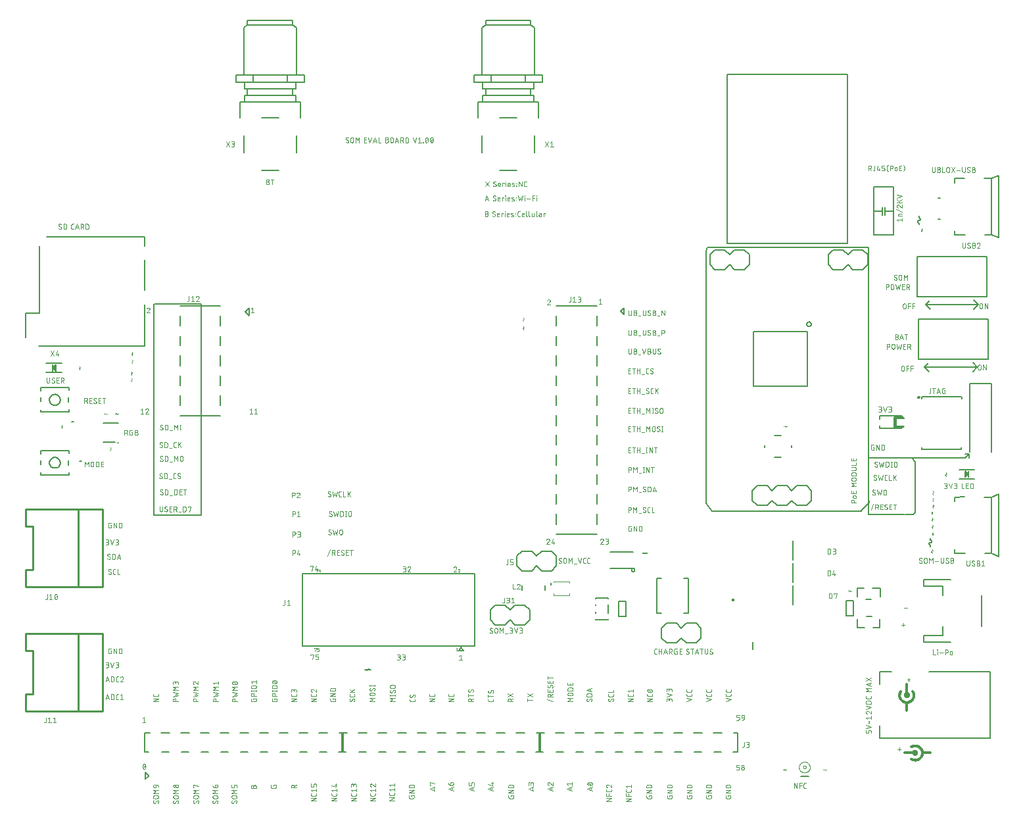
<source format=gto>
G75*
%MOIN*%
%OFA0B0*%
%FSLAX25Y25*%
%IPPOS*%
%LPD*%
%AMOC8*
5,1,8,0,0,1.08239X$1,22.5*
%
%ADD10C,0.00200*%
%ADD11C,0.00800*%
%ADD12C,0.01200*%
%ADD13C,0.00400*%
%ADD14C,0.00600*%
%ADD15C,0.00500*%
%ADD16C,0.00394*%
%ADD17R,0.01000X0.10000*%
%ADD18C,0.00100*%
%ADD19R,0.01673X0.01772*%
%ADD20C,0.00591*%
%ADD21R,0.02800X0.00945*%
%ADD22C,0.01000*%
D10*
X0012911Y0043914D02*
X0013200Y0043914D01*
X0013245Y0043916D01*
X0013290Y0043921D01*
X0013335Y0043930D01*
X0013379Y0043942D01*
X0013421Y0043958D01*
X0013462Y0043977D01*
X0013502Y0043999D01*
X0013540Y0044024D01*
X0013575Y0044052D01*
X0013609Y0044083D01*
X0013640Y0044117D01*
X0013668Y0044152D01*
X0013693Y0044190D01*
X0013715Y0044230D01*
X0013734Y0044271D01*
X0013750Y0044313D01*
X0013762Y0044357D01*
X0013771Y0044402D01*
X0013776Y0044447D01*
X0013778Y0044492D01*
X0013778Y0046514D01*
X0014928Y0045936D02*
X0015650Y0046514D01*
X0015650Y0043914D01*
X0014928Y0043914D02*
X0016372Y0043914D01*
X0017448Y0043914D02*
X0018892Y0043914D01*
X0018170Y0043914D02*
X0018170Y0046514D01*
X0017448Y0045936D01*
X0044106Y0055697D02*
X0044973Y0058297D01*
X0045840Y0055697D01*
X0045623Y0056347D02*
X0044323Y0056347D01*
X0046855Y0055697D02*
X0047577Y0055697D01*
X0047629Y0055699D01*
X0047680Y0055704D01*
X0047730Y0055713D01*
X0047780Y0055726D01*
X0047829Y0055743D01*
X0047877Y0055762D01*
X0047923Y0055785D01*
X0047967Y0055812D01*
X0048010Y0055841D01*
X0048050Y0055873D01*
X0048088Y0055908D01*
X0048123Y0055946D01*
X0048155Y0055986D01*
X0048184Y0056029D01*
X0048211Y0056073D01*
X0048234Y0056119D01*
X0048253Y0056167D01*
X0048270Y0056216D01*
X0048283Y0056266D01*
X0048292Y0056316D01*
X0048297Y0056367D01*
X0048299Y0056419D01*
X0048299Y0057575D01*
X0048297Y0057627D01*
X0048292Y0057678D01*
X0048283Y0057728D01*
X0048270Y0057778D01*
X0048253Y0057827D01*
X0048234Y0057875D01*
X0048211Y0057921D01*
X0048184Y0057965D01*
X0048155Y0058008D01*
X0048123Y0058048D01*
X0048088Y0058086D01*
X0048050Y0058121D01*
X0048010Y0058153D01*
X0047967Y0058182D01*
X0047923Y0058209D01*
X0047877Y0058232D01*
X0047829Y0058251D01*
X0047780Y0058268D01*
X0047730Y0058281D01*
X0047680Y0058290D01*
X0047629Y0058295D01*
X0047577Y0058297D01*
X0046855Y0058297D01*
X0046855Y0055697D01*
X0049452Y0056275D02*
X0049452Y0057719D01*
X0049454Y0057767D01*
X0049460Y0057814D01*
X0049470Y0057861D01*
X0049483Y0057907D01*
X0049501Y0057951D01*
X0049522Y0057994D01*
X0049546Y0058035D01*
X0049574Y0058074D01*
X0049605Y0058110D01*
X0049639Y0058144D01*
X0049675Y0058175D01*
X0049714Y0058203D01*
X0049755Y0058227D01*
X0049798Y0058248D01*
X0049842Y0058266D01*
X0049888Y0058279D01*
X0049935Y0058289D01*
X0049982Y0058295D01*
X0050030Y0058297D01*
X0050607Y0058297D01*
X0051559Y0057719D02*
X0052281Y0058297D01*
X0052281Y0055697D01*
X0051559Y0055697D02*
X0053003Y0055697D01*
X0050607Y0055697D02*
X0050030Y0055697D01*
X0049985Y0055699D01*
X0049940Y0055704D01*
X0049895Y0055713D01*
X0049851Y0055725D01*
X0049809Y0055741D01*
X0049768Y0055760D01*
X0049728Y0055782D01*
X0049690Y0055807D01*
X0049655Y0055835D01*
X0049621Y0055866D01*
X0049590Y0055900D01*
X0049562Y0055935D01*
X0049537Y0055973D01*
X0049515Y0056013D01*
X0049496Y0056054D01*
X0049480Y0056096D01*
X0049468Y0056140D01*
X0049459Y0056185D01*
X0049454Y0056230D01*
X0049452Y0056275D01*
X0049961Y0064697D02*
X0050538Y0064697D01*
X0049961Y0064697D02*
X0049916Y0064699D01*
X0049871Y0064704D01*
X0049826Y0064713D01*
X0049782Y0064725D01*
X0049740Y0064741D01*
X0049699Y0064760D01*
X0049659Y0064782D01*
X0049621Y0064807D01*
X0049586Y0064835D01*
X0049552Y0064866D01*
X0049521Y0064900D01*
X0049493Y0064935D01*
X0049468Y0064973D01*
X0049446Y0065013D01*
X0049427Y0065054D01*
X0049411Y0065096D01*
X0049399Y0065140D01*
X0049390Y0065185D01*
X0049385Y0065230D01*
X0049383Y0065275D01*
X0049383Y0066719D01*
X0049385Y0066767D01*
X0049391Y0066814D01*
X0049401Y0066861D01*
X0049414Y0066907D01*
X0049432Y0066951D01*
X0049453Y0066994D01*
X0049477Y0067035D01*
X0049505Y0067074D01*
X0049536Y0067110D01*
X0049570Y0067144D01*
X0049606Y0067175D01*
X0049645Y0067203D01*
X0049686Y0067227D01*
X0049729Y0067248D01*
X0049773Y0067266D01*
X0049819Y0067279D01*
X0049866Y0067289D01*
X0049913Y0067295D01*
X0049961Y0067297D01*
X0050538Y0067297D01*
X0052717Y0066142D02*
X0052753Y0066178D01*
X0052786Y0066218D01*
X0052816Y0066259D01*
X0052843Y0066303D01*
X0052867Y0066349D01*
X0052887Y0066396D01*
X0052904Y0066444D01*
X0052917Y0066494D01*
X0052926Y0066545D01*
X0052932Y0066596D01*
X0052934Y0066647D01*
X0052718Y0066141D02*
X0051490Y0064697D01*
X0052934Y0064697D01*
X0051490Y0066719D02*
X0051508Y0066771D01*
X0051531Y0066822D01*
X0051556Y0066871D01*
X0051585Y0066918D01*
X0051616Y0066963D01*
X0051651Y0067006D01*
X0051688Y0067047D01*
X0051728Y0067085D01*
X0051771Y0067121D01*
X0051815Y0067153D01*
X0051862Y0067183D01*
X0051911Y0067209D01*
X0051961Y0067232D01*
X0052013Y0067252D01*
X0052066Y0067268D01*
X0052119Y0067281D01*
X0052174Y0067290D01*
X0052229Y0067295D01*
X0052284Y0067297D01*
X0052333Y0067295D01*
X0052381Y0067290D01*
X0052429Y0067281D01*
X0052476Y0067268D01*
X0052521Y0067252D01*
X0052566Y0067233D01*
X0052609Y0067210D01*
X0052650Y0067184D01*
X0052689Y0067155D01*
X0052726Y0067123D01*
X0052760Y0067089D01*
X0052792Y0067052D01*
X0052821Y0067013D01*
X0052847Y0066972D01*
X0052870Y0066929D01*
X0052889Y0066884D01*
X0052905Y0066839D01*
X0052918Y0066792D01*
X0052927Y0066744D01*
X0052932Y0066696D01*
X0052934Y0066647D01*
X0048230Y0066575D02*
X0048230Y0065419D01*
X0048228Y0065367D01*
X0048223Y0065316D01*
X0048214Y0065266D01*
X0048201Y0065216D01*
X0048184Y0065167D01*
X0048165Y0065119D01*
X0048142Y0065073D01*
X0048115Y0065029D01*
X0048086Y0064986D01*
X0048054Y0064946D01*
X0048019Y0064908D01*
X0047981Y0064873D01*
X0047941Y0064841D01*
X0047898Y0064812D01*
X0047854Y0064785D01*
X0047808Y0064762D01*
X0047760Y0064743D01*
X0047711Y0064726D01*
X0047661Y0064713D01*
X0047611Y0064704D01*
X0047560Y0064699D01*
X0047508Y0064697D01*
X0046786Y0064697D01*
X0046786Y0067297D01*
X0047508Y0067297D01*
X0047560Y0067295D01*
X0047611Y0067290D01*
X0047661Y0067281D01*
X0047711Y0067268D01*
X0047760Y0067251D01*
X0047808Y0067232D01*
X0047854Y0067209D01*
X0047898Y0067182D01*
X0047941Y0067153D01*
X0047981Y0067121D01*
X0048019Y0067086D01*
X0048054Y0067048D01*
X0048086Y0067008D01*
X0048115Y0066965D01*
X0048142Y0066921D01*
X0048165Y0066875D01*
X0048184Y0066827D01*
X0048201Y0066778D01*
X0048214Y0066728D01*
X0048223Y0066678D01*
X0048228Y0066627D01*
X0048230Y0066575D01*
X0045554Y0065347D02*
X0044254Y0065347D01*
X0044037Y0064697D02*
X0044904Y0067297D01*
X0045771Y0064697D01*
X0044760Y0071897D02*
X0044037Y0071897D01*
X0044760Y0071897D02*
X0044813Y0071899D01*
X0044865Y0071905D01*
X0044917Y0071914D01*
X0044968Y0071928D01*
X0045018Y0071945D01*
X0045066Y0071965D01*
X0045113Y0071989D01*
X0045158Y0072017D01*
X0045201Y0072048D01*
X0045242Y0072081D01*
X0045280Y0072118D01*
X0045315Y0072157D01*
X0045347Y0072199D01*
X0045376Y0072243D01*
X0045402Y0072289D01*
X0045424Y0072337D01*
X0045443Y0072386D01*
X0045459Y0072436D01*
X0045470Y0072488D01*
X0045478Y0072540D01*
X0045482Y0072593D01*
X0045482Y0072645D01*
X0045478Y0072698D01*
X0045470Y0072750D01*
X0045459Y0072802D01*
X0045443Y0072852D01*
X0045424Y0072901D01*
X0045402Y0072949D01*
X0045376Y0072995D01*
X0045347Y0073039D01*
X0045315Y0073081D01*
X0045280Y0073120D01*
X0045242Y0073157D01*
X0045201Y0073190D01*
X0045158Y0073221D01*
X0045113Y0073249D01*
X0045066Y0073273D01*
X0045018Y0073293D01*
X0044968Y0073310D01*
X0044917Y0073324D01*
X0044865Y0073333D01*
X0044813Y0073339D01*
X0044760Y0073341D01*
X0044904Y0073341D02*
X0044326Y0073341D01*
X0044904Y0073341D02*
X0044951Y0073343D01*
X0044997Y0073348D01*
X0045042Y0073358D01*
X0045087Y0073371D01*
X0045131Y0073387D01*
X0045173Y0073407D01*
X0045213Y0073430D01*
X0045251Y0073457D01*
X0045287Y0073486D01*
X0045321Y0073519D01*
X0045352Y0073553D01*
X0045380Y0073591D01*
X0045405Y0073630D01*
X0045426Y0073671D01*
X0045444Y0073714D01*
X0045459Y0073758D01*
X0045470Y0073803D01*
X0045478Y0073849D01*
X0045482Y0073896D01*
X0045482Y0073942D01*
X0045478Y0073989D01*
X0045470Y0074035D01*
X0045459Y0074080D01*
X0045444Y0074124D01*
X0045426Y0074167D01*
X0045405Y0074208D01*
X0045380Y0074247D01*
X0045352Y0074285D01*
X0045321Y0074319D01*
X0045287Y0074352D01*
X0045251Y0074381D01*
X0045213Y0074408D01*
X0045173Y0074431D01*
X0045131Y0074451D01*
X0045087Y0074467D01*
X0045042Y0074480D01*
X0044997Y0074490D01*
X0044951Y0074495D01*
X0044904Y0074497D01*
X0044037Y0074497D01*
X0046413Y0074497D02*
X0047280Y0071897D01*
X0048146Y0074497D01*
X0049077Y0074497D02*
X0049944Y0074497D01*
X0049991Y0074495D01*
X0050037Y0074490D01*
X0050082Y0074480D01*
X0050127Y0074467D01*
X0050171Y0074451D01*
X0050213Y0074431D01*
X0050253Y0074408D01*
X0050291Y0074381D01*
X0050327Y0074352D01*
X0050361Y0074319D01*
X0050392Y0074285D01*
X0050420Y0074247D01*
X0050445Y0074208D01*
X0050466Y0074167D01*
X0050484Y0074124D01*
X0050499Y0074080D01*
X0050510Y0074035D01*
X0050518Y0073989D01*
X0050522Y0073942D01*
X0050522Y0073896D01*
X0050518Y0073849D01*
X0050510Y0073803D01*
X0050499Y0073758D01*
X0050484Y0073714D01*
X0050466Y0073671D01*
X0050445Y0073630D01*
X0050420Y0073591D01*
X0050392Y0073553D01*
X0050361Y0073519D01*
X0050327Y0073486D01*
X0050291Y0073457D01*
X0050253Y0073430D01*
X0050213Y0073407D01*
X0050171Y0073387D01*
X0050127Y0073371D01*
X0050082Y0073358D01*
X0050037Y0073348D01*
X0049991Y0073343D01*
X0049944Y0073341D01*
X0049366Y0073341D01*
X0049800Y0073341D02*
X0049853Y0073339D01*
X0049905Y0073333D01*
X0049957Y0073324D01*
X0050008Y0073310D01*
X0050058Y0073293D01*
X0050106Y0073273D01*
X0050153Y0073249D01*
X0050198Y0073221D01*
X0050241Y0073190D01*
X0050282Y0073157D01*
X0050320Y0073120D01*
X0050355Y0073081D01*
X0050387Y0073039D01*
X0050416Y0072995D01*
X0050442Y0072949D01*
X0050464Y0072901D01*
X0050483Y0072852D01*
X0050499Y0072802D01*
X0050510Y0072750D01*
X0050518Y0072698D01*
X0050522Y0072645D01*
X0050522Y0072593D01*
X0050518Y0072540D01*
X0050510Y0072488D01*
X0050499Y0072436D01*
X0050483Y0072386D01*
X0050464Y0072337D01*
X0050442Y0072289D01*
X0050416Y0072243D01*
X0050387Y0072199D01*
X0050355Y0072157D01*
X0050320Y0072118D01*
X0050282Y0072081D01*
X0050241Y0072048D01*
X0050198Y0072017D01*
X0050153Y0071989D01*
X0050106Y0071965D01*
X0050058Y0071945D01*
X0050008Y0071928D01*
X0049957Y0071914D01*
X0049905Y0071905D01*
X0049853Y0071899D01*
X0049800Y0071897D01*
X0049077Y0071897D01*
X0049606Y0078919D02*
X0049606Y0081519D01*
X0050849Y0081519D02*
X0050849Y0078919D01*
X0051571Y0078919D01*
X0051623Y0078921D01*
X0051674Y0078926D01*
X0051724Y0078935D01*
X0051774Y0078948D01*
X0051823Y0078965D01*
X0051871Y0078984D01*
X0051917Y0079007D01*
X0051961Y0079034D01*
X0052004Y0079063D01*
X0052044Y0079095D01*
X0052082Y0079130D01*
X0052117Y0079168D01*
X0052149Y0079208D01*
X0052178Y0079251D01*
X0052205Y0079295D01*
X0052228Y0079341D01*
X0052247Y0079389D01*
X0052264Y0079438D01*
X0052277Y0079488D01*
X0052286Y0079538D01*
X0052291Y0079589D01*
X0052293Y0079641D01*
X0052294Y0079641D02*
X0052294Y0080797D01*
X0052293Y0080797D02*
X0052291Y0080849D01*
X0052286Y0080900D01*
X0052277Y0080950D01*
X0052264Y0081000D01*
X0052247Y0081049D01*
X0052228Y0081097D01*
X0052205Y0081143D01*
X0052178Y0081187D01*
X0052149Y0081230D01*
X0052117Y0081270D01*
X0052082Y0081308D01*
X0052044Y0081343D01*
X0052004Y0081375D01*
X0051961Y0081404D01*
X0051917Y0081431D01*
X0051871Y0081454D01*
X0051823Y0081473D01*
X0051774Y0081490D01*
X0051724Y0081503D01*
X0051674Y0081512D01*
X0051623Y0081517D01*
X0051571Y0081519D01*
X0050849Y0081519D01*
X0048161Y0081519D02*
X0049606Y0078919D01*
X0048161Y0078919D02*
X0048161Y0081519D01*
X0046918Y0081519D02*
X0046051Y0081519D01*
X0046003Y0081517D01*
X0045956Y0081511D01*
X0045909Y0081501D01*
X0045863Y0081488D01*
X0045819Y0081470D01*
X0045776Y0081449D01*
X0045735Y0081425D01*
X0045696Y0081397D01*
X0045660Y0081366D01*
X0045626Y0081332D01*
X0045595Y0081296D01*
X0045567Y0081257D01*
X0045543Y0081216D01*
X0045522Y0081173D01*
X0045504Y0081129D01*
X0045491Y0081083D01*
X0045481Y0081036D01*
X0045475Y0080989D01*
X0045473Y0080941D01*
X0045473Y0079497D01*
X0045475Y0079452D01*
X0045480Y0079407D01*
X0045489Y0079362D01*
X0045501Y0079318D01*
X0045517Y0079276D01*
X0045536Y0079235D01*
X0045558Y0079195D01*
X0045583Y0079157D01*
X0045611Y0079122D01*
X0045642Y0079088D01*
X0045676Y0079057D01*
X0045711Y0079029D01*
X0045749Y0079004D01*
X0045789Y0078982D01*
X0045830Y0078963D01*
X0045872Y0078947D01*
X0045916Y0078935D01*
X0045961Y0078926D01*
X0046006Y0078921D01*
X0046051Y0078919D01*
X0046918Y0078919D01*
X0046918Y0080363D01*
X0046484Y0080363D01*
X0068200Y0058460D02*
X0068200Y0057883D01*
X0068202Y0057835D01*
X0068208Y0057788D01*
X0068218Y0057741D01*
X0068231Y0057695D01*
X0068249Y0057651D01*
X0068270Y0057608D01*
X0068294Y0057567D01*
X0068322Y0057528D01*
X0068353Y0057492D01*
X0068387Y0057458D01*
X0068423Y0057427D01*
X0068462Y0057399D01*
X0068503Y0057375D01*
X0068546Y0057354D01*
X0068590Y0057336D01*
X0068636Y0057323D01*
X0068683Y0057313D01*
X0068730Y0057307D01*
X0068778Y0057305D01*
X0070222Y0057305D01*
X0070270Y0057307D01*
X0070317Y0057313D01*
X0070364Y0057323D01*
X0070410Y0057336D01*
X0070454Y0057354D01*
X0070497Y0057375D01*
X0070538Y0057399D01*
X0070577Y0057427D01*
X0070613Y0057458D01*
X0070647Y0057492D01*
X0070678Y0057528D01*
X0070706Y0057567D01*
X0070730Y0057608D01*
X0070751Y0057651D01*
X0070769Y0057695D01*
X0070782Y0057741D01*
X0070792Y0057788D01*
X0070798Y0057835D01*
X0070800Y0057883D01*
X0070800Y0058460D01*
X0070800Y0056152D02*
X0068200Y0056152D01*
X0068200Y0054708D02*
X0070800Y0056152D01*
X0070800Y0054708D02*
X0068200Y0054708D01*
X0063522Y0046708D02*
X0063522Y0044108D01*
X0062800Y0044108D02*
X0064244Y0044108D01*
X0062800Y0046130D02*
X0063522Y0046708D01*
X0078200Y0054708D02*
X0078200Y0055430D01*
X0078200Y0054708D02*
X0080800Y0054708D01*
X0079644Y0054708D02*
X0079644Y0055430D01*
X0079642Y0055483D01*
X0079636Y0055535D01*
X0079627Y0055587D01*
X0079613Y0055638D01*
X0079596Y0055688D01*
X0079576Y0055736D01*
X0079552Y0055783D01*
X0079524Y0055828D01*
X0079493Y0055871D01*
X0079460Y0055912D01*
X0079423Y0055950D01*
X0079384Y0055985D01*
X0079342Y0056017D01*
X0079298Y0056046D01*
X0079252Y0056072D01*
X0079204Y0056094D01*
X0079155Y0056113D01*
X0079105Y0056129D01*
X0079053Y0056140D01*
X0079001Y0056148D01*
X0078948Y0056152D01*
X0078896Y0056152D01*
X0078843Y0056148D01*
X0078791Y0056140D01*
X0078739Y0056129D01*
X0078689Y0056113D01*
X0078640Y0056094D01*
X0078592Y0056072D01*
X0078546Y0056046D01*
X0078502Y0056017D01*
X0078460Y0055985D01*
X0078421Y0055950D01*
X0078384Y0055912D01*
X0078351Y0055871D01*
X0078320Y0055828D01*
X0078292Y0055783D01*
X0078268Y0055736D01*
X0078248Y0055688D01*
X0078231Y0055638D01*
X0078217Y0055587D01*
X0078208Y0055535D01*
X0078202Y0055483D01*
X0078200Y0055430D01*
X0078200Y0057011D02*
X0080800Y0057589D01*
X0079067Y0058167D01*
X0080800Y0058744D01*
X0078200Y0059322D01*
X0078200Y0060408D02*
X0079644Y0061275D01*
X0078200Y0062141D01*
X0080800Y0062141D01*
X0080800Y0063324D02*
X0080800Y0064047D01*
X0080798Y0064100D01*
X0080792Y0064152D01*
X0080783Y0064204D01*
X0080769Y0064255D01*
X0080752Y0064305D01*
X0080732Y0064353D01*
X0080708Y0064400D01*
X0080680Y0064445D01*
X0080649Y0064488D01*
X0080616Y0064529D01*
X0080579Y0064567D01*
X0080540Y0064602D01*
X0080498Y0064634D01*
X0080454Y0064663D01*
X0080408Y0064689D01*
X0080360Y0064711D01*
X0080311Y0064730D01*
X0080261Y0064746D01*
X0080209Y0064757D01*
X0080157Y0064765D01*
X0080104Y0064769D01*
X0080052Y0064769D01*
X0079999Y0064765D01*
X0079947Y0064757D01*
X0079895Y0064746D01*
X0079845Y0064730D01*
X0079796Y0064711D01*
X0079748Y0064689D01*
X0079702Y0064663D01*
X0079658Y0064634D01*
X0079616Y0064602D01*
X0079577Y0064567D01*
X0079540Y0064529D01*
X0079507Y0064488D01*
X0079476Y0064445D01*
X0079448Y0064400D01*
X0079424Y0064353D01*
X0079404Y0064305D01*
X0079387Y0064255D01*
X0079373Y0064204D01*
X0079364Y0064152D01*
X0079358Y0064100D01*
X0079356Y0064047D01*
X0079356Y0064191D02*
X0079356Y0063613D01*
X0079356Y0064191D02*
X0079354Y0064238D01*
X0079349Y0064284D01*
X0079339Y0064329D01*
X0079326Y0064374D01*
X0079310Y0064418D01*
X0079290Y0064460D01*
X0079267Y0064500D01*
X0079240Y0064538D01*
X0079211Y0064574D01*
X0079178Y0064608D01*
X0079144Y0064639D01*
X0079106Y0064667D01*
X0079067Y0064692D01*
X0079026Y0064713D01*
X0078983Y0064731D01*
X0078939Y0064746D01*
X0078894Y0064757D01*
X0078848Y0064765D01*
X0078801Y0064769D01*
X0078755Y0064769D01*
X0078708Y0064765D01*
X0078662Y0064757D01*
X0078617Y0064746D01*
X0078573Y0064731D01*
X0078530Y0064713D01*
X0078489Y0064692D01*
X0078450Y0064667D01*
X0078412Y0064639D01*
X0078378Y0064608D01*
X0078345Y0064574D01*
X0078316Y0064538D01*
X0078289Y0064500D01*
X0078266Y0064460D01*
X0078246Y0064418D01*
X0078230Y0064374D01*
X0078217Y0064329D01*
X0078207Y0064284D01*
X0078202Y0064238D01*
X0078200Y0064191D01*
X0078200Y0063324D01*
X0078200Y0060408D02*
X0080800Y0060408D01*
X0088400Y0060408D02*
X0089844Y0061275D01*
X0088400Y0062141D01*
X0091000Y0062141D01*
X0091000Y0063324D02*
X0091000Y0064769D01*
X0091000Y0063324D02*
X0089556Y0064552D01*
X0088400Y0064119D02*
X0088402Y0064064D01*
X0088407Y0064009D01*
X0088416Y0063954D01*
X0088429Y0063901D01*
X0088445Y0063848D01*
X0088465Y0063796D01*
X0088488Y0063746D01*
X0088514Y0063697D01*
X0088544Y0063650D01*
X0088576Y0063606D01*
X0088612Y0063563D01*
X0088650Y0063523D01*
X0088691Y0063486D01*
X0088734Y0063451D01*
X0088779Y0063420D01*
X0088826Y0063391D01*
X0088875Y0063366D01*
X0088926Y0063343D01*
X0088978Y0063325D01*
X0089555Y0064552D02*
X0089519Y0064588D01*
X0089479Y0064621D01*
X0089438Y0064651D01*
X0089394Y0064678D01*
X0089348Y0064702D01*
X0089301Y0064722D01*
X0089253Y0064739D01*
X0089203Y0064752D01*
X0089152Y0064761D01*
X0089101Y0064767D01*
X0089050Y0064769D01*
X0089001Y0064767D01*
X0088953Y0064762D01*
X0088905Y0064753D01*
X0088858Y0064740D01*
X0088813Y0064724D01*
X0088768Y0064705D01*
X0088725Y0064682D01*
X0088684Y0064656D01*
X0088645Y0064627D01*
X0088608Y0064595D01*
X0088574Y0064561D01*
X0088542Y0064524D01*
X0088513Y0064485D01*
X0088487Y0064444D01*
X0088464Y0064401D01*
X0088445Y0064356D01*
X0088429Y0064311D01*
X0088416Y0064264D01*
X0088407Y0064216D01*
X0088402Y0064168D01*
X0088400Y0064119D01*
X0088400Y0060408D02*
X0091000Y0060408D01*
X0091000Y0058744D02*
X0088400Y0059322D01*
X0089267Y0058167D02*
X0091000Y0058744D01*
X0091000Y0057589D02*
X0089267Y0058167D01*
X0088400Y0057011D02*
X0091000Y0057589D01*
X0089844Y0055430D02*
X0089844Y0054708D01*
X0089844Y0055430D02*
X0089842Y0055483D01*
X0089836Y0055535D01*
X0089827Y0055587D01*
X0089813Y0055638D01*
X0089796Y0055688D01*
X0089776Y0055736D01*
X0089752Y0055783D01*
X0089724Y0055828D01*
X0089693Y0055871D01*
X0089660Y0055912D01*
X0089623Y0055950D01*
X0089584Y0055985D01*
X0089542Y0056017D01*
X0089498Y0056046D01*
X0089452Y0056072D01*
X0089404Y0056094D01*
X0089355Y0056113D01*
X0089305Y0056129D01*
X0089253Y0056140D01*
X0089201Y0056148D01*
X0089148Y0056152D01*
X0089096Y0056152D01*
X0089043Y0056148D01*
X0088991Y0056140D01*
X0088939Y0056129D01*
X0088889Y0056113D01*
X0088840Y0056094D01*
X0088792Y0056072D01*
X0088746Y0056046D01*
X0088702Y0056017D01*
X0088660Y0055985D01*
X0088621Y0055950D01*
X0088584Y0055912D01*
X0088551Y0055871D01*
X0088520Y0055828D01*
X0088492Y0055783D01*
X0088468Y0055736D01*
X0088448Y0055688D01*
X0088431Y0055638D01*
X0088417Y0055587D01*
X0088408Y0055535D01*
X0088402Y0055483D01*
X0088400Y0055430D01*
X0088400Y0054708D01*
X0091000Y0054708D01*
X0098500Y0054708D02*
X0098500Y0055430D01*
X0098500Y0054708D02*
X0101100Y0054708D01*
X0099944Y0054708D02*
X0099944Y0055430D01*
X0099942Y0055483D01*
X0099936Y0055535D01*
X0099927Y0055587D01*
X0099913Y0055638D01*
X0099896Y0055688D01*
X0099876Y0055736D01*
X0099852Y0055783D01*
X0099824Y0055828D01*
X0099793Y0055871D01*
X0099760Y0055912D01*
X0099723Y0055950D01*
X0099684Y0055985D01*
X0099642Y0056017D01*
X0099598Y0056046D01*
X0099552Y0056072D01*
X0099504Y0056094D01*
X0099455Y0056113D01*
X0099405Y0056129D01*
X0099353Y0056140D01*
X0099301Y0056148D01*
X0099248Y0056152D01*
X0099196Y0056152D01*
X0099143Y0056148D01*
X0099091Y0056140D01*
X0099039Y0056129D01*
X0098989Y0056113D01*
X0098940Y0056094D01*
X0098892Y0056072D01*
X0098846Y0056046D01*
X0098802Y0056017D01*
X0098760Y0055985D01*
X0098721Y0055950D01*
X0098684Y0055912D01*
X0098651Y0055871D01*
X0098620Y0055828D01*
X0098592Y0055783D01*
X0098568Y0055736D01*
X0098548Y0055688D01*
X0098531Y0055638D01*
X0098517Y0055587D01*
X0098508Y0055535D01*
X0098502Y0055483D01*
X0098500Y0055430D01*
X0098500Y0057011D02*
X0101100Y0057589D01*
X0099367Y0058167D01*
X0101100Y0058744D01*
X0098500Y0059322D01*
X0098500Y0060408D02*
X0099944Y0061275D01*
X0098500Y0062141D01*
X0101100Y0062141D01*
X0101100Y0063324D02*
X0101100Y0064769D01*
X0101100Y0064047D02*
X0098500Y0064047D01*
X0099078Y0063324D01*
X0098500Y0060408D02*
X0101100Y0060408D01*
X0108200Y0060408D02*
X0109644Y0061275D01*
X0108200Y0062141D01*
X0110800Y0062141D01*
X0110439Y0064552D02*
X0110359Y0064589D01*
X0110277Y0064623D01*
X0110194Y0064653D01*
X0110110Y0064680D01*
X0110025Y0064704D01*
X0109939Y0064724D01*
X0109852Y0064740D01*
X0109764Y0064753D01*
X0109677Y0064762D01*
X0109588Y0064767D01*
X0109500Y0064769D01*
X0109500Y0063324D02*
X0109412Y0063326D01*
X0109323Y0063331D01*
X0109236Y0063340D01*
X0109148Y0063353D01*
X0109061Y0063369D01*
X0108975Y0063389D01*
X0108890Y0063413D01*
X0108806Y0063440D01*
X0108723Y0063470D01*
X0108641Y0063504D01*
X0108561Y0063541D01*
X0108200Y0064047D02*
X0108202Y0064091D01*
X0108207Y0064135D01*
X0108216Y0064178D01*
X0108229Y0064220D01*
X0108245Y0064262D01*
X0108264Y0064301D01*
X0108287Y0064339D01*
X0108313Y0064375D01*
X0108341Y0064409D01*
X0108372Y0064440D01*
X0108406Y0064469D01*
X0108442Y0064494D01*
X0108480Y0064517D01*
X0108520Y0064536D01*
X0108561Y0064552D01*
X0108778Y0064624D02*
X0110222Y0063469D01*
X0110800Y0064047D02*
X0110798Y0064091D01*
X0110793Y0064135D01*
X0110784Y0064178D01*
X0110771Y0064220D01*
X0110755Y0064262D01*
X0110736Y0064301D01*
X0110713Y0064339D01*
X0110687Y0064375D01*
X0110659Y0064409D01*
X0110628Y0064440D01*
X0110594Y0064468D01*
X0110558Y0064494D01*
X0110520Y0064517D01*
X0110480Y0064536D01*
X0110439Y0064552D01*
X0110800Y0064047D02*
X0110798Y0064003D01*
X0110793Y0063959D01*
X0110784Y0063916D01*
X0110771Y0063874D01*
X0110755Y0063832D01*
X0110736Y0063793D01*
X0110713Y0063755D01*
X0110687Y0063719D01*
X0110659Y0063685D01*
X0110628Y0063654D01*
X0110594Y0063626D01*
X0110558Y0063600D01*
X0110520Y0063577D01*
X0110480Y0063558D01*
X0110439Y0063542D01*
X0109500Y0064769D02*
X0109412Y0064767D01*
X0109323Y0064762D01*
X0109236Y0064753D01*
X0109148Y0064740D01*
X0109061Y0064724D01*
X0108975Y0064704D01*
X0108890Y0064680D01*
X0108806Y0064653D01*
X0108723Y0064623D01*
X0108641Y0064589D01*
X0108561Y0064552D01*
X0108200Y0064047D02*
X0108202Y0064003D01*
X0108207Y0063959D01*
X0108216Y0063916D01*
X0108229Y0063874D01*
X0108245Y0063832D01*
X0108264Y0063793D01*
X0108287Y0063755D01*
X0108313Y0063719D01*
X0108341Y0063685D01*
X0108372Y0063654D01*
X0108406Y0063626D01*
X0108442Y0063600D01*
X0108480Y0063577D01*
X0108520Y0063558D01*
X0108561Y0063542D01*
X0109500Y0063324D02*
X0109588Y0063326D01*
X0109677Y0063331D01*
X0109764Y0063340D01*
X0109852Y0063353D01*
X0109939Y0063369D01*
X0110025Y0063389D01*
X0110110Y0063413D01*
X0110194Y0063440D01*
X0110277Y0063470D01*
X0110359Y0063504D01*
X0110439Y0063541D01*
X0110800Y0060408D02*
X0108200Y0060408D01*
X0108200Y0059322D02*
X0110800Y0058744D01*
X0109067Y0058167D01*
X0110800Y0057589D01*
X0108200Y0057011D01*
X0108200Y0055430D02*
X0108200Y0054708D01*
X0110800Y0054708D01*
X0109644Y0054708D02*
X0109644Y0055430D01*
X0109642Y0055483D01*
X0109636Y0055535D01*
X0109627Y0055587D01*
X0109613Y0055638D01*
X0109596Y0055688D01*
X0109576Y0055736D01*
X0109552Y0055783D01*
X0109524Y0055828D01*
X0109493Y0055871D01*
X0109460Y0055912D01*
X0109423Y0055950D01*
X0109384Y0055985D01*
X0109342Y0056017D01*
X0109298Y0056046D01*
X0109252Y0056072D01*
X0109204Y0056094D01*
X0109155Y0056113D01*
X0109105Y0056129D01*
X0109053Y0056140D01*
X0109001Y0056148D01*
X0108948Y0056152D01*
X0108896Y0056152D01*
X0108843Y0056148D01*
X0108791Y0056140D01*
X0108739Y0056129D01*
X0108689Y0056113D01*
X0108640Y0056094D01*
X0108592Y0056072D01*
X0108546Y0056046D01*
X0108502Y0056017D01*
X0108460Y0055985D01*
X0108421Y0055950D01*
X0108384Y0055912D01*
X0108351Y0055871D01*
X0108320Y0055828D01*
X0108292Y0055783D01*
X0108268Y0055736D01*
X0108248Y0055688D01*
X0108231Y0055638D01*
X0108217Y0055587D01*
X0108208Y0055535D01*
X0108202Y0055483D01*
X0108200Y0055430D01*
X0117800Y0055286D02*
X0117800Y0056152D01*
X0117800Y0055286D02*
X0117802Y0055238D01*
X0117808Y0055191D01*
X0117818Y0055144D01*
X0117831Y0055098D01*
X0117849Y0055054D01*
X0117870Y0055011D01*
X0117894Y0054970D01*
X0117922Y0054931D01*
X0117953Y0054895D01*
X0117987Y0054861D01*
X0118023Y0054830D01*
X0118062Y0054802D01*
X0118103Y0054778D01*
X0118146Y0054757D01*
X0118190Y0054739D01*
X0118236Y0054726D01*
X0118283Y0054716D01*
X0118330Y0054710D01*
X0118378Y0054708D01*
X0119822Y0054708D01*
X0119870Y0054710D01*
X0119917Y0054716D01*
X0119964Y0054726D01*
X0120010Y0054739D01*
X0120054Y0054757D01*
X0120097Y0054778D01*
X0120138Y0054802D01*
X0120177Y0054830D01*
X0120213Y0054861D01*
X0120247Y0054895D01*
X0120278Y0054931D01*
X0120306Y0054970D01*
X0120330Y0055011D01*
X0120351Y0055054D01*
X0120369Y0055098D01*
X0120382Y0055144D01*
X0120392Y0055191D01*
X0120398Y0055238D01*
X0120400Y0055286D01*
X0120400Y0056152D01*
X0118956Y0056152D01*
X0118956Y0055719D01*
X0119244Y0057431D02*
X0119244Y0058153D01*
X0119242Y0058206D01*
X0119236Y0058258D01*
X0119227Y0058310D01*
X0119213Y0058361D01*
X0119196Y0058411D01*
X0119176Y0058459D01*
X0119152Y0058506D01*
X0119124Y0058551D01*
X0119093Y0058594D01*
X0119060Y0058635D01*
X0119023Y0058673D01*
X0118984Y0058708D01*
X0118942Y0058740D01*
X0118898Y0058769D01*
X0118852Y0058795D01*
X0118804Y0058817D01*
X0118755Y0058836D01*
X0118705Y0058852D01*
X0118653Y0058863D01*
X0118601Y0058871D01*
X0118548Y0058875D01*
X0118496Y0058875D01*
X0118443Y0058871D01*
X0118391Y0058863D01*
X0118339Y0058852D01*
X0118289Y0058836D01*
X0118240Y0058817D01*
X0118192Y0058795D01*
X0118146Y0058769D01*
X0118102Y0058740D01*
X0118060Y0058708D01*
X0118021Y0058673D01*
X0117984Y0058635D01*
X0117951Y0058594D01*
X0117920Y0058551D01*
X0117892Y0058506D01*
X0117868Y0058459D01*
X0117848Y0058411D01*
X0117831Y0058361D01*
X0117817Y0058310D01*
X0117808Y0058258D01*
X0117802Y0058206D01*
X0117800Y0058153D01*
X0117800Y0057431D01*
X0120400Y0057431D01*
X0120400Y0059761D02*
X0120400Y0060339D01*
X0120400Y0060050D02*
X0117800Y0060050D01*
X0117800Y0059761D02*
X0117800Y0060339D01*
X0118522Y0061344D02*
X0119678Y0061344D01*
X0119731Y0061346D01*
X0119783Y0061352D01*
X0119835Y0061361D01*
X0119886Y0061375D01*
X0119936Y0061392D01*
X0119984Y0061412D01*
X0120031Y0061436D01*
X0120076Y0061464D01*
X0120119Y0061495D01*
X0120160Y0061528D01*
X0120198Y0061565D01*
X0120233Y0061604D01*
X0120265Y0061646D01*
X0120294Y0061690D01*
X0120320Y0061736D01*
X0120342Y0061784D01*
X0120361Y0061833D01*
X0120377Y0061883D01*
X0120388Y0061935D01*
X0120396Y0061987D01*
X0120400Y0062040D01*
X0120400Y0062092D01*
X0120396Y0062145D01*
X0120388Y0062197D01*
X0120377Y0062249D01*
X0120361Y0062299D01*
X0120342Y0062348D01*
X0120320Y0062396D01*
X0120294Y0062442D01*
X0120265Y0062486D01*
X0120233Y0062528D01*
X0120198Y0062567D01*
X0120160Y0062604D01*
X0120119Y0062637D01*
X0120076Y0062668D01*
X0120031Y0062696D01*
X0119984Y0062720D01*
X0119936Y0062740D01*
X0119886Y0062757D01*
X0119835Y0062771D01*
X0119783Y0062780D01*
X0119731Y0062786D01*
X0119678Y0062788D01*
X0118522Y0062788D01*
X0118469Y0062786D01*
X0118417Y0062780D01*
X0118365Y0062771D01*
X0118314Y0062757D01*
X0118264Y0062740D01*
X0118216Y0062720D01*
X0118169Y0062696D01*
X0118124Y0062668D01*
X0118081Y0062637D01*
X0118040Y0062604D01*
X0118002Y0062567D01*
X0117967Y0062528D01*
X0117935Y0062486D01*
X0117906Y0062442D01*
X0117880Y0062396D01*
X0117858Y0062348D01*
X0117839Y0062299D01*
X0117823Y0062249D01*
X0117812Y0062197D01*
X0117804Y0062145D01*
X0117800Y0062092D01*
X0117800Y0062040D01*
X0117804Y0061987D01*
X0117812Y0061935D01*
X0117823Y0061883D01*
X0117839Y0061833D01*
X0117858Y0061784D01*
X0117880Y0061736D01*
X0117906Y0061690D01*
X0117935Y0061646D01*
X0117967Y0061604D01*
X0118002Y0061565D01*
X0118040Y0061528D01*
X0118081Y0061495D01*
X0118124Y0061464D01*
X0118169Y0061436D01*
X0118216Y0061412D01*
X0118264Y0061392D01*
X0118314Y0061375D01*
X0118365Y0061361D01*
X0118417Y0061352D01*
X0118469Y0061346D01*
X0118522Y0061344D01*
X0118378Y0063864D02*
X0117800Y0064586D01*
X0120400Y0064586D01*
X0120400Y0063864D02*
X0120400Y0065308D01*
X0128400Y0064586D02*
X0128402Y0064630D01*
X0128407Y0064674D01*
X0128416Y0064717D01*
X0128429Y0064759D01*
X0128445Y0064801D01*
X0128464Y0064840D01*
X0128487Y0064878D01*
X0128513Y0064914D01*
X0128541Y0064948D01*
X0128572Y0064979D01*
X0128606Y0065008D01*
X0128642Y0065033D01*
X0128680Y0065056D01*
X0128720Y0065075D01*
X0128761Y0065091D01*
X0128978Y0065164D02*
X0130422Y0064008D01*
X0131000Y0064586D02*
X0130998Y0064630D01*
X0130993Y0064674D01*
X0130984Y0064717D01*
X0130971Y0064759D01*
X0130955Y0064801D01*
X0130936Y0064840D01*
X0130913Y0064878D01*
X0130887Y0064914D01*
X0130859Y0064948D01*
X0130828Y0064979D01*
X0130794Y0065007D01*
X0130758Y0065033D01*
X0130720Y0065056D01*
X0130680Y0065075D01*
X0130639Y0065091D01*
X0131000Y0064586D02*
X0130998Y0064542D01*
X0130993Y0064498D01*
X0130984Y0064455D01*
X0130971Y0064413D01*
X0130955Y0064371D01*
X0130936Y0064332D01*
X0130913Y0064294D01*
X0130887Y0064258D01*
X0130859Y0064224D01*
X0130828Y0064193D01*
X0130794Y0064165D01*
X0130758Y0064139D01*
X0130720Y0064116D01*
X0130680Y0064097D01*
X0130639Y0064081D01*
X0129700Y0065309D02*
X0129612Y0065307D01*
X0129523Y0065302D01*
X0129436Y0065293D01*
X0129348Y0065280D01*
X0129261Y0065264D01*
X0129175Y0065244D01*
X0129090Y0065220D01*
X0129006Y0065193D01*
X0128923Y0065163D01*
X0128841Y0065129D01*
X0128761Y0065092D01*
X0128400Y0064586D02*
X0128402Y0064542D01*
X0128407Y0064498D01*
X0128416Y0064455D01*
X0128429Y0064413D01*
X0128445Y0064371D01*
X0128464Y0064332D01*
X0128487Y0064294D01*
X0128513Y0064258D01*
X0128541Y0064224D01*
X0128572Y0064193D01*
X0128606Y0064165D01*
X0128642Y0064139D01*
X0128680Y0064116D01*
X0128720Y0064097D01*
X0128761Y0064081D01*
X0129700Y0065309D02*
X0129788Y0065307D01*
X0129877Y0065302D01*
X0129964Y0065293D01*
X0130052Y0065280D01*
X0130139Y0065264D01*
X0130225Y0065244D01*
X0130310Y0065220D01*
X0130394Y0065193D01*
X0130477Y0065163D01*
X0130559Y0065129D01*
X0130639Y0065092D01*
X0129700Y0063863D02*
X0129612Y0063865D01*
X0129523Y0063870D01*
X0129436Y0063879D01*
X0129348Y0063892D01*
X0129261Y0063908D01*
X0129175Y0063928D01*
X0129090Y0063952D01*
X0129006Y0063979D01*
X0128923Y0064009D01*
X0128841Y0064043D01*
X0128761Y0064080D01*
X0129122Y0062788D02*
X0130278Y0062788D01*
X0130331Y0062786D01*
X0130383Y0062780D01*
X0130435Y0062771D01*
X0130486Y0062757D01*
X0130536Y0062740D01*
X0130584Y0062720D01*
X0130631Y0062696D01*
X0130676Y0062668D01*
X0130719Y0062637D01*
X0130760Y0062604D01*
X0130798Y0062567D01*
X0130833Y0062528D01*
X0130865Y0062486D01*
X0130894Y0062442D01*
X0130920Y0062396D01*
X0130942Y0062348D01*
X0130961Y0062299D01*
X0130977Y0062249D01*
X0130988Y0062197D01*
X0130996Y0062145D01*
X0131000Y0062092D01*
X0131000Y0062040D01*
X0130996Y0061987D01*
X0130988Y0061935D01*
X0130977Y0061883D01*
X0130961Y0061833D01*
X0130942Y0061784D01*
X0130920Y0061736D01*
X0130894Y0061690D01*
X0130865Y0061646D01*
X0130833Y0061604D01*
X0130798Y0061565D01*
X0130760Y0061528D01*
X0130719Y0061495D01*
X0130676Y0061464D01*
X0130631Y0061436D01*
X0130584Y0061412D01*
X0130536Y0061392D01*
X0130486Y0061375D01*
X0130435Y0061361D01*
X0130383Y0061352D01*
X0130331Y0061346D01*
X0130278Y0061344D01*
X0129122Y0061344D01*
X0129069Y0061346D01*
X0129017Y0061352D01*
X0128965Y0061361D01*
X0128914Y0061375D01*
X0128864Y0061392D01*
X0128816Y0061412D01*
X0128769Y0061436D01*
X0128724Y0061464D01*
X0128681Y0061495D01*
X0128640Y0061528D01*
X0128602Y0061565D01*
X0128567Y0061604D01*
X0128535Y0061646D01*
X0128506Y0061690D01*
X0128480Y0061736D01*
X0128458Y0061784D01*
X0128439Y0061833D01*
X0128423Y0061883D01*
X0128412Y0061935D01*
X0128404Y0061987D01*
X0128400Y0062040D01*
X0128400Y0062092D01*
X0128404Y0062145D01*
X0128412Y0062197D01*
X0128423Y0062249D01*
X0128439Y0062299D01*
X0128458Y0062348D01*
X0128480Y0062396D01*
X0128506Y0062442D01*
X0128535Y0062486D01*
X0128567Y0062528D01*
X0128602Y0062567D01*
X0128640Y0062604D01*
X0128681Y0062637D01*
X0128724Y0062668D01*
X0128769Y0062696D01*
X0128816Y0062720D01*
X0128864Y0062740D01*
X0128914Y0062757D01*
X0128965Y0062771D01*
X0129017Y0062780D01*
X0129069Y0062786D01*
X0129122Y0062788D01*
X0128400Y0060339D02*
X0128400Y0059761D01*
X0128400Y0060050D02*
X0131000Y0060050D01*
X0131000Y0059761D02*
X0131000Y0060339D01*
X0129844Y0058153D02*
X0129844Y0057431D01*
X0129844Y0058153D02*
X0129842Y0058206D01*
X0129836Y0058258D01*
X0129827Y0058310D01*
X0129813Y0058361D01*
X0129796Y0058411D01*
X0129776Y0058459D01*
X0129752Y0058506D01*
X0129724Y0058551D01*
X0129693Y0058594D01*
X0129660Y0058635D01*
X0129623Y0058673D01*
X0129584Y0058708D01*
X0129542Y0058740D01*
X0129498Y0058769D01*
X0129452Y0058795D01*
X0129404Y0058817D01*
X0129355Y0058836D01*
X0129305Y0058852D01*
X0129253Y0058863D01*
X0129201Y0058871D01*
X0129148Y0058875D01*
X0129096Y0058875D01*
X0129043Y0058871D01*
X0128991Y0058863D01*
X0128939Y0058852D01*
X0128889Y0058836D01*
X0128840Y0058817D01*
X0128792Y0058795D01*
X0128746Y0058769D01*
X0128702Y0058740D01*
X0128660Y0058708D01*
X0128621Y0058673D01*
X0128584Y0058635D01*
X0128551Y0058594D01*
X0128520Y0058551D01*
X0128492Y0058506D01*
X0128468Y0058459D01*
X0128448Y0058411D01*
X0128431Y0058361D01*
X0128417Y0058310D01*
X0128408Y0058258D01*
X0128402Y0058206D01*
X0128400Y0058153D01*
X0128400Y0057431D01*
X0131000Y0057431D01*
X0131000Y0056152D02*
X0131000Y0055286D01*
X0130998Y0055238D01*
X0130992Y0055191D01*
X0130982Y0055144D01*
X0130969Y0055098D01*
X0130951Y0055054D01*
X0130930Y0055011D01*
X0130906Y0054970D01*
X0130878Y0054931D01*
X0130847Y0054895D01*
X0130813Y0054861D01*
X0130777Y0054830D01*
X0130738Y0054802D01*
X0130697Y0054778D01*
X0130654Y0054757D01*
X0130610Y0054739D01*
X0130564Y0054726D01*
X0130517Y0054716D01*
X0130470Y0054710D01*
X0130422Y0054708D01*
X0128978Y0054708D01*
X0128930Y0054710D01*
X0128883Y0054716D01*
X0128836Y0054726D01*
X0128790Y0054739D01*
X0128746Y0054757D01*
X0128703Y0054778D01*
X0128662Y0054802D01*
X0128623Y0054830D01*
X0128587Y0054861D01*
X0128553Y0054895D01*
X0128522Y0054931D01*
X0128494Y0054970D01*
X0128470Y0055011D01*
X0128449Y0055054D01*
X0128431Y0055098D01*
X0128418Y0055144D01*
X0128408Y0055191D01*
X0128402Y0055238D01*
X0128400Y0055286D01*
X0128400Y0056152D01*
X0129556Y0056152D02*
X0129556Y0055719D01*
X0129556Y0056152D02*
X0131000Y0056152D01*
X0138200Y0056152D02*
X0140800Y0056152D01*
X0138200Y0054708D01*
X0140800Y0054708D01*
X0140222Y0057305D02*
X0138778Y0057305D01*
X0138730Y0057307D01*
X0138683Y0057313D01*
X0138636Y0057323D01*
X0138590Y0057336D01*
X0138546Y0057354D01*
X0138503Y0057375D01*
X0138462Y0057399D01*
X0138423Y0057427D01*
X0138387Y0057458D01*
X0138353Y0057492D01*
X0138322Y0057528D01*
X0138294Y0057567D01*
X0138270Y0057608D01*
X0138249Y0057651D01*
X0138231Y0057695D01*
X0138218Y0057741D01*
X0138208Y0057788D01*
X0138202Y0057835D01*
X0138200Y0057883D01*
X0138200Y0058460D01*
X0138200Y0059412D02*
X0138200Y0060278D01*
X0138202Y0060325D01*
X0138207Y0060371D01*
X0138217Y0060416D01*
X0138230Y0060461D01*
X0138246Y0060505D01*
X0138266Y0060547D01*
X0138289Y0060587D01*
X0138316Y0060625D01*
X0138345Y0060661D01*
X0138378Y0060695D01*
X0138412Y0060726D01*
X0138450Y0060754D01*
X0138489Y0060779D01*
X0138530Y0060800D01*
X0138573Y0060818D01*
X0138617Y0060833D01*
X0138662Y0060844D01*
X0138708Y0060852D01*
X0138755Y0060856D01*
X0138801Y0060856D01*
X0138848Y0060852D01*
X0138894Y0060844D01*
X0138939Y0060833D01*
X0138983Y0060818D01*
X0139026Y0060800D01*
X0139067Y0060779D01*
X0139106Y0060754D01*
X0139144Y0060726D01*
X0139178Y0060695D01*
X0139211Y0060661D01*
X0139240Y0060625D01*
X0139267Y0060587D01*
X0139290Y0060547D01*
X0139310Y0060505D01*
X0139326Y0060461D01*
X0139339Y0060416D01*
X0139349Y0060371D01*
X0139354Y0060325D01*
X0139356Y0060278D01*
X0139356Y0059701D01*
X0139356Y0060134D02*
X0139358Y0060187D01*
X0139364Y0060239D01*
X0139373Y0060291D01*
X0139387Y0060342D01*
X0139404Y0060392D01*
X0139424Y0060440D01*
X0139448Y0060487D01*
X0139476Y0060532D01*
X0139507Y0060575D01*
X0139540Y0060616D01*
X0139577Y0060654D01*
X0139616Y0060689D01*
X0139658Y0060721D01*
X0139702Y0060750D01*
X0139748Y0060776D01*
X0139796Y0060798D01*
X0139845Y0060817D01*
X0139895Y0060833D01*
X0139947Y0060844D01*
X0139999Y0060852D01*
X0140052Y0060856D01*
X0140104Y0060856D01*
X0140157Y0060852D01*
X0140209Y0060844D01*
X0140261Y0060833D01*
X0140311Y0060817D01*
X0140360Y0060798D01*
X0140408Y0060776D01*
X0140454Y0060750D01*
X0140498Y0060721D01*
X0140540Y0060689D01*
X0140579Y0060654D01*
X0140616Y0060616D01*
X0140649Y0060575D01*
X0140680Y0060532D01*
X0140708Y0060487D01*
X0140732Y0060440D01*
X0140752Y0060392D01*
X0140769Y0060342D01*
X0140783Y0060291D01*
X0140792Y0060239D01*
X0140798Y0060187D01*
X0140800Y0060134D01*
X0140800Y0059412D01*
X0140800Y0058460D02*
X0140800Y0057883D01*
X0140798Y0057835D01*
X0140792Y0057788D01*
X0140782Y0057741D01*
X0140769Y0057695D01*
X0140751Y0057651D01*
X0140730Y0057608D01*
X0140706Y0057567D01*
X0140678Y0057528D01*
X0140647Y0057492D01*
X0140613Y0057458D01*
X0140577Y0057427D01*
X0140538Y0057399D01*
X0140497Y0057375D01*
X0140454Y0057354D01*
X0140410Y0057336D01*
X0140364Y0057323D01*
X0140317Y0057313D01*
X0140270Y0057307D01*
X0140222Y0057305D01*
X0148200Y0057883D02*
X0148200Y0058460D01*
X0148200Y0057883D02*
X0148202Y0057835D01*
X0148208Y0057788D01*
X0148218Y0057741D01*
X0148231Y0057695D01*
X0148249Y0057651D01*
X0148270Y0057608D01*
X0148294Y0057567D01*
X0148322Y0057528D01*
X0148353Y0057492D01*
X0148387Y0057458D01*
X0148423Y0057427D01*
X0148462Y0057399D01*
X0148503Y0057375D01*
X0148546Y0057354D01*
X0148590Y0057336D01*
X0148636Y0057323D01*
X0148683Y0057313D01*
X0148730Y0057307D01*
X0148778Y0057305D01*
X0150222Y0057305D01*
X0150270Y0057307D01*
X0150317Y0057313D01*
X0150364Y0057323D01*
X0150410Y0057336D01*
X0150454Y0057354D01*
X0150497Y0057375D01*
X0150538Y0057399D01*
X0150577Y0057427D01*
X0150613Y0057458D01*
X0150647Y0057492D01*
X0150678Y0057528D01*
X0150706Y0057567D01*
X0150730Y0057608D01*
X0150751Y0057651D01*
X0150769Y0057695D01*
X0150782Y0057741D01*
X0150792Y0057788D01*
X0150798Y0057835D01*
X0150800Y0057883D01*
X0150800Y0058460D01*
X0150800Y0059412D02*
X0150800Y0060856D01*
X0150800Y0059412D02*
X0149356Y0060640D01*
X0148200Y0060206D02*
X0148202Y0060151D01*
X0148207Y0060096D01*
X0148216Y0060041D01*
X0148229Y0059988D01*
X0148245Y0059935D01*
X0148265Y0059883D01*
X0148288Y0059833D01*
X0148314Y0059784D01*
X0148344Y0059737D01*
X0148376Y0059693D01*
X0148412Y0059650D01*
X0148450Y0059610D01*
X0148491Y0059573D01*
X0148534Y0059538D01*
X0148579Y0059507D01*
X0148626Y0059478D01*
X0148675Y0059453D01*
X0148726Y0059430D01*
X0148778Y0059412D01*
X0149355Y0060639D02*
X0149319Y0060675D01*
X0149279Y0060708D01*
X0149238Y0060738D01*
X0149194Y0060765D01*
X0149148Y0060789D01*
X0149101Y0060809D01*
X0149053Y0060826D01*
X0149003Y0060839D01*
X0148952Y0060848D01*
X0148901Y0060854D01*
X0148850Y0060856D01*
X0148801Y0060854D01*
X0148753Y0060849D01*
X0148705Y0060840D01*
X0148658Y0060827D01*
X0148613Y0060811D01*
X0148568Y0060792D01*
X0148525Y0060769D01*
X0148484Y0060743D01*
X0148445Y0060714D01*
X0148408Y0060682D01*
X0148374Y0060648D01*
X0148342Y0060611D01*
X0148313Y0060572D01*
X0148287Y0060531D01*
X0148264Y0060488D01*
X0148245Y0060443D01*
X0148229Y0060398D01*
X0148216Y0060351D01*
X0148207Y0060303D01*
X0148202Y0060255D01*
X0148200Y0060206D01*
X0148200Y0056152D02*
X0150800Y0056152D01*
X0148200Y0054708D01*
X0150800Y0054708D01*
X0158000Y0055286D02*
X0158000Y0056152D01*
X0158000Y0055286D02*
X0158002Y0055238D01*
X0158008Y0055191D01*
X0158018Y0055144D01*
X0158031Y0055098D01*
X0158049Y0055054D01*
X0158070Y0055011D01*
X0158094Y0054970D01*
X0158122Y0054931D01*
X0158153Y0054895D01*
X0158187Y0054861D01*
X0158223Y0054830D01*
X0158262Y0054802D01*
X0158303Y0054778D01*
X0158346Y0054757D01*
X0158390Y0054739D01*
X0158436Y0054726D01*
X0158483Y0054716D01*
X0158530Y0054710D01*
X0158578Y0054708D01*
X0160022Y0054708D01*
X0160070Y0054710D01*
X0160117Y0054716D01*
X0160164Y0054726D01*
X0160210Y0054739D01*
X0160254Y0054757D01*
X0160297Y0054778D01*
X0160338Y0054802D01*
X0160377Y0054830D01*
X0160413Y0054861D01*
X0160447Y0054895D01*
X0160478Y0054931D01*
X0160506Y0054970D01*
X0160530Y0055011D01*
X0160551Y0055054D01*
X0160569Y0055098D01*
X0160582Y0055144D01*
X0160592Y0055191D01*
X0160598Y0055238D01*
X0160600Y0055286D01*
X0160600Y0056152D01*
X0159156Y0056152D01*
X0159156Y0055719D01*
X0158000Y0057396D02*
X0160600Y0058840D01*
X0158000Y0058840D01*
X0158000Y0060084D02*
X0158000Y0060806D01*
X0158000Y0060084D02*
X0160600Y0060084D01*
X0160600Y0060806D01*
X0160598Y0060858D01*
X0160593Y0060909D01*
X0160584Y0060959D01*
X0160571Y0061009D01*
X0160554Y0061058D01*
X0160535Y0061106D01*
X0160512Y0061152D01*
X0160485Y0061196D01*
X0160456Y0061239D01*
X0160424Y0061279D01*
X0160389Y0061317D01*
X0160351Y0061352D01*
X0160311Y0061384D01*
X0160268Y0061413D01*
X0160224Y0061440D01*
X0160178Y0061463D01*
X0160130Y0061482D01*
X0160081Y0061499D01*
X0160031Y0061512D01*
X0159981Y0061521D01*
X0159930Y0061526D01*
X0159878Y0061528D01*
X0158722Y0061528D01*
X0158671Y0061526D01*
X0158619Y0061521D01*
X0158569Y0061512D01*
X0158519Y0061499D01*
X0158470Y0061482D01*
X0158422Y0061463D01*
X0158376Y0061440D01*
X0158332Y0061413D01*
X0158289Y0061384D01*
X0158249Y0061352D01*
X0158211Y0061317D01*
X0158176Y0061279D01*
X0158144Y0061239D01*
X0158115Y0061196D01*
X0158088Y0061152D01*
X0158065Y0061106D01*
X0158046Y0061058D01*
X0158029Y0061009D01*
X0158017Y0060959D01*
X0158007Y0060909D01*
X0158002Y0060858D01*
X0158000Y0060806D01*
X0158000Y0057396D02*
X0160600Y0057396D01*
X0167700Y0057715D02*
X0167700Y0058292D01*
X0167700Y0057715D02*
X0167702Y0057667D01*
X0167708Y0057620D01*
X0167718Y0057573D01*
X0167731Y0057527D01*
X0167749Y0057483D01*
X0167770Y0057440D01*
X0167794Y0057399D01*
X0167822Y0057360D01*
X0167853Y0057324D01*
X0167887Y0057290D01*
X0167923Y0057259D01*
X0167962Y0057231D01*
X0168003Y0057207D01*
X0168046Y0057186D01*
X0168090Y0057168D01*
X0168136Y0057155D01*
X0168183Y0057145D01*
X0168230Y0057139D01*
X0168278Y0057137D01*
X0169722Y0057137D01*
X0169770Y0057139D01*
X0169817Y0057145D01*
X0169864Y0057155D01*
X0169910Y0057168D01*
X0169954Y0057186D01*
X0169997Y0057207D01*
X0170038Y0057231D01*
X0170077Y0057259D01*
X0170113Y0057290D01*
X0170147Y0057324D01*
X0170178Y0057360D01*
X0170206Y0057399D01*
X0170230Y0057440D01*
X0170251Y0057483D01*
X0170269Y0057527D01*
X0170282Y0057573D01*
X0170292Y0057620D01*
X0170298Y0057667D01*
X0170300Y0057715D01*
X0170300Y0058292D01*
X0170300Y0059363D02*
X0167700Y0059363D01*
X0168711Y0059941D02*
X0170300Y0060808D01*
X0169289Y0059363D02*
X0167700Y0060808D01*
X0169217Y0055863D02*
X0168783Y0055069D01*
X0167700Y0055358D02*
X0167702Y0055421D01*
X0167707Y0055484D01*
X0167717Y0055547D01*
X0167730Y0055609D01*
X0167746Y0055670D01*
X0167766Y0055730D01*
X0167790Y0055789D01*
X0167816Y0055847D01*
X0167847Y0055902D01*
X0167880Y0055956D01*
X0167917Y0056008D01*
X0168784Y0055069D02*
X0168758Y0055030D01*
X0168730Y0054992D01*
X0168699Y0054957D01*
X0168665Y0054925D01*
X0168628Y0054896D01*
X0168589Y0054869D01*
X0168549Y0054846D01*
X0168506Y0054826D01*
X0168462Y0054810D01*
X0168417Y0054797D01*
X0168371Y0054787D01*
X0168325Y0054782D01*
X0168278Y0054780D01*
X0168233Y0054782D01*
X0168188Y0054787D01*
X0168143Y0054796D01*
X0168099Y0054808D01*
X0168057Y0054824D01*
X0168016Y0054843D01*
X0167976Y0054865D01*
X0167938Y0054890D01*
X0167903Y0054918D01*
X0167869Y0054949D01*
X0167838Y0054983D01*
X0167810Y0055018D01*
X0167785Y0055056D01*
X0167763Y0055096D01*
X0167744Y0055137D01*
X0167728Y0055179D01*
X0167716Y0055223D01*
X0167707Y0055268D01*
X0167702Y0055313D01*
X0167700Y0055358D01*
X0169939Y0054708D02*
X0169986Y0054758D01*
X0170031Y0054810D01*
X0170072Y0054865D01*
X0170111Y0054922D01*
X0170146Y0054982D01*
X0170178Y0055043D01*
X0170206Y0055105D01*
X0170231Y0055170D01*
X0170252Y0055235D01*
X0170269Y0055302D01*
X0170283Y0055369D01*
X0170292Y0055438D01*
X0170298Y0055506D01*
X0170300Y0055575D01*
X0170300Y0055574D02*
X0170298Y0055619D01*
X0170293Y0055664D01*
X0170284Y0055709D01*
X0170272Y0055753D01*
X0170256Y0055795D01*
X0170237Y0055836D01*
X0170215Y0055876D01*
X0170190Y0055914D01*
X0170162Y0055949D01*
X0170131Y0055983D01*
X0170097Y0056014D01*
X0170062Y0056042D01*
X0170024Y0056067D01*
X0169984Y0056089D01*
X0169943Y0056108D01*
X0169901Y0056124D01*
X0169857Y0056136D01*
X0169812Y0056145D01*
X0169767Y0056150D01*
X0169722Y0056152D01*
X0169675Y0056150D01*
X0169629Y0056145D01*
X0169583Y0056135D01*
X0169538Y0056122D01*
X0169494Y0056106D01*
X0169451Y0056086D01*
X0169411Y0056063D01*
X0169372Y0056036D01*
X0169335Y0056007D01*
X0169301Y0055975D01*
X0169270Y0055940D01*
X0169242Y0055902D01*
X0169216Y0055863D01*
X0177900Y0056441D02*
X0180500Y0056441D01*
X0179778Y0057624D02*
X0178622Y0057624D01*
X0178569Y0057626D01*
X0178517Y0057632D01*
X0178465Y0057641D01*
X0178414Y0057655D01*
X0178364Y0057672D01*
X0178316Y0057692D01*
X0178269Y0057716D01*
X0178224Y0057744D01*
X0178181Y0057775D01*
X0178140Y0057808D01*
X0178102Y0057845D01*
X0178067Y0057884D01*
X0178035Y0057926D01*
X0178006Y0057970D01*
X0177980Y0058016D01*
X0177958Y0058064D01*
X0177939Y0058113D01*
X0177923Y0058163D01*
X0177912Y0058215D01*
X0177904Y0058267D01*
X0177900Y0058320D01*
X0177900Y0058372D01*
X0177904Y0058425D01*
X0177912Y0058477D01*
X0177923Y0058529D01*
X0177939Y0058579D01*
X0177958Y0058628D01*
X0177980Y0058676D01*
X0178006Y0058722D01*
X0178035Y0058766D01*
X0178067Y0058808D01*
X0178102Y0058847D01*
X0178140Y0058884D01*
X0178181Y0058917D01*
X0178224Y0058948D01*
X0178269Y0058976D01*
X0178316Y0059000D01*
X0178364Y0059020D01*
X0178414Y0059037D01*
X0178465Y0059051D01*
X0178517Y0059060D01*
X0178569Y0059066D01*
X0178622Y0059068D01*
X0178622Y0059069D02*
X0179778Y0059069D01*
X0179778Y0059068D02*
X0179831Y0059066D01*
X0179883Y0059060D01*
X0179935Y0059051D01*
X0179986Y0059037D01*
X0180036Y0059020D01*
X0180084Y0059000D01*
X0180131Y0058976D01*
X0180176Y0058948D01*
X0180219Y0058917D01*
X0180260Y0058884D01*
X0180298Y0058847D01*
X0180333Y0058808D01*
X0180365Y0058766D01*
X0180394Y0058722D01*
X0180420Y0058676D01*
X0180442Y0058628D01*
X0180461Y0058579D01*
X0180477Y0058529D01*
X0180488Y0058477D01*
X0180496Y0058425D01*
X0180500Y0058372D01*
X0180500Y0058320D01*
X0180496Y0058267D01*
X0180488Y0058215D01*
X0180477Y0058163D01*
X0180461Y0058113D01*
X0180442Y0058064D01*
X0180420Y0058016D01*
X0180394Y0057970D01*
X0180365Y0057926D01*
X0180333Y0057884D01*
X0180298Y0057845D01*
X0180260Y0057808D01*
X0180219Y0057775D01*
X0180176Y0057744D01*
X0180131Y0057716D01*
X0180084Y0057692D01*
X0180036Y0057672D01*
X0179986Y0057655D01*
X0179935Y0057641D01*
X0179883Y0057632D01*
X0179831Y0057626D01*
X0179778Y0057624D01*
X0179344Y0055574D02*
X0177900Y0054708D01*
X0180500Y0054708D01*
X0179344Y0055574D02*
X0177900Y0056441D01*
X0178983Y0060421D02*
X0179417Y0061216D01*
X0180500Y0060927D02*
X0180498Y0060858D01*
X0180492Y0060790D01*
X0180483Y0060721D01*
X0180469Y0060654D01*
X0180452Y0060587D01*
X0180431Y0060522D01*
X0180406Y0060457D01*
X0180378Y0060395D01*
X0180346Y0060334D01*
X0180311Y0060274D01*
X0180272Y0060217D01*
X0180231Y0060162D01*
X0180186Y0060110D01*
X0180139Y0060060D01*
X0179416Y0061216D02*
X0179442Y0061255D01*
X0179470Y0061293D01*
X0179501Y0061328D01*
X0179535Y0061360D01*
X0179572Y0061389D01*
X0179611Y0061416D01*
X0179651Y0061439D01*
X0179694Y0061459D01*
X0179738Y0061475D01*
X0179783Y0061488D01*
X0179829Y0061498D01*
X0179875Y0061503D01*
X0179922Y0061505D01*
X0179967Y0061503D01*
X0180012Y0061498D01*
X0180057Y0061489D01*
X0180101Y0061477D01*
X0180143Y0061461D01*
X0180184Y0061442D01*
X0180224Y0061420D01*
X0180262Y0061395D01*
X0180297Y0061367D01*
X0180331Y0061336D01*
X0180362Y0061302D01*
X0180390Y0061267D01*
X0180415Y0061229D01*
X0180437Y0061189D01*
X0180456Y0061148D01*
X0180472Y0061106D01*
X0180484Y0061062D01*
X0180493Y0061017D01*
X0180498Y0060972D01*
X0180500Y0060927D01*
X0180500Y0062426D02*
X0180500Y0063003D01*
X0180500Y0062714D02*
X0177900Y0062714D01*
X0177900Y0062426D02*
X0177900Y0063003D01*
X0178984Y0060421D02*
X0178958Y0060382D01*
X0178930Y0060344D01*
X0178899Y0060309D01*
X0178865Y0060277D01*
X0178828Y0060248D01*
X0178789Y0060221D01*
X0178749Y0060198D01*
X0178706Y0060178D01*
X0178662Y0060162D01*
X0178617Y0060149D01*
X0178571Y0060139D01*
X0178525Y0060134D01*
X0178478Y0060132D01*
X0178433Y0060134D01*
X0178388Y0060139D01*
X0178343Y0060148D01*
X0178299Y0060160D01*
X0178257Y0060176D01*
X0178216Y0060195D01*
X0178176Y0060217D01*
X0178138Y0060242D01*
X0178103Y0060270D01*
X0178069Y0060301D01*
X0178038Y0060335D01*
X0178010Y0060370D01*
X0177985Y0060408D01*
X0177963Y0060448D01*
X0177944Y0060489D01*
X0177928Y0060531D01*
X0177916Y0060575D01*
X0177907Y0060620D01*
X0177902Y0060665D01*
X0177900Y0060710D01*
X0177902Y0060773D01*
X0177907Y0060836D01*
X0177917Y0060899D01*
X0177930Y0060961D01*
X0177946Y0061022D01*
X0177966Y0061082D01*
X0177990Y0061141D01*
X0178016Y0061199D01*
X0178047Y0061254D01*
X0178080Y0061308D01*
X0178117Y0061360D01*
X0188200Y0058131D02*
X0188200Y0057554D01*
X0188200Y0057842D02*
X0190800Y0057842D01*
X0190800Y0057554D02*
X0190800Y0058131D01*
X0190800Y0056441D02*
X0188200Y0056441D01*
X0189644Y0055574D01*
X0188200Y0054708D01*
X0190800Y0054708D01*
X0189283Y0059413D02*
X0189717Y0060208D01*
X0190800Y0059919D02*
X0190798Y0059850D01*
X0190792Y0059782D01*
X0190783Y0059713D01*
X0190769Y0059646D01*
X0190752Y0059579D01*
X0190731Y0059514D01*
X0190706Y0059449D01*
X0190678Y0059387D01*
X0190646Y0059326D01*
X0190611Y0059266D01*
X0190572Y0059209D01*
X0190531Y0059154D01*
X0190486Y0059102D01*
X0190439Y0059052D01*
X0189716Y0060208D02*
X0189742Y0060247D01*
X0189770Y0060285D01*
X0189801Y0060320D01*
X0189835Y0060352D01*
X0189872Y0060381D01*
X0189911Y0060408D01*
X0189951Y0060431D01*
X0189994Y0060451D01*
X0190038Y0060467D01*
X0190083Y0060480D01*
X0190129Y0060490D01*
X0190175Y0060495D01*
X0190222Y0060497D01*
X0190267Y0060495D01*
X0190312Y0060490D01*
X0190357Y0060481D01*
X0190401Y0060469D01*
X0190443Y0060453D01*
X0190484Y0060434D01*
X0190524Y0060412D01*
X0190562Y0060387D01*
X0190597Y0060359D01*
X0190631Y0060328D01*
X0190662Y0060294D01*
X0190690Y0060259D01*
X0190715Y0060221D01*
X0190737Y0060181D01*
X0190756Y0060140D01*
X0190772Y0060098D01*
X0190784Y0060054D01*
X0190793Y0060009D01*
X0190798Y0059964D01*
X0190800Y0059919D01*
X0188417Y0060352D02*
X0188380Y0060300D01*
X0188347Y0060246D01*
X0188316Y0060191D01*
X0188290Y0060133D01*
X0188266Y0060074D01*
X0188246Y0060014D01*
X0188230Y0059953D01*
X0188217Y0059891D01*
X0188207Y0059828D01*
X0188202Y0059765D01*
X0188200Y0059702D01*
X0188202Y0059657D01*
X0188207Y0059612D01*
X0188216Y0059567D01*
X0188228Y0059523D01*
X0188244Y0059481D01*
X0188263Y0059440D01*
X0188285Y0059400D01*
X0188310Y0059362D01*
X0188338Y0059327D01*
X0188369Y0059293D01*
X0188403Y0059262D01*
X0188438Y0059234D01*
X0188476Y0059209D01*
X0188516Y0059187D01*
X0188557Y0059168D01*
X0188599Y0059152D01*
X0188643Y0059140D01*
X0188688Y0059131D01*
X0188733Y0059126D01*
X0188778Y0059124D01*
X0188825Y0059126D01*
X0188871Y0059131D01*
X0188917Y0059141D01*
X0188962Y0059154D01*
X0189006Y0059170D01*
X0189049Y0059190D01*
X0189089Y0059213D01*
X0189128Y0059240D01*
X0189165Y0059269D01*
X0189199Y0059301D01*
X0189230Y0059336D01*
X0189258Y0059374D01*
X0189284Y0059413D01*
X0188922Y0061488D02*
X0190078Y0061488D01*
X0190131Y0061490D01*
X0190183Y0061496D01*
X0190235Y0061505D01*
X0190286Y0061519D01*
X0190336Y0061536D01*
X0190384Y0061556D01*
X0190431Y0061580D01*
X0190476Y0061608D01*
X0190519Y0061639D01*
X0190560Y0061672D01*
X0190598Y0061709D01*
X0190633Y0061748D01*
X0190665Y0061790D01*
X0190694Y0061834D01*
X0190720Y0061880D01*
X0190742Y0061928D01*
X0190761Y0061977D01*
X0190777Y0062027D01*
X0190788Y0062079D01*
X0190796Y0062131D01*
X0190800Y0062184D01*
X0190800Y0062236D01*
X0190796Y0062289D01*
X0190788Y0062341D01*
X0190777Y0062393D01*
X0190761Y0062443D01*
X0190742Y0062492D01*
X0190720Y0062540D01*
X0190694Y0062586D01*
X0190665Y0062630D01*
X0190633Y0062672D01*
X0190598Y0062711D01*
X0190560Y0062748D01*
X0190519Y0062781D01*
X0190476Y0062812D01*
X0190431Y0062840D01*
X0190384Y0062864D01*
X0190336Y0062884D01*
X0190286Y0062901D01*
X0190235Y0062915D01*
X0190183Y0062924D01*
X0190131Y0062930D01*
X0190078Y0062932D01*
X0190078Y0062933D02*
X0188922Y0062933D01*
X0188922Y0062932D02*
X0188869Y0062930D01*
X0188817Y0062924D01*
X0188765Y0062915D01*
X0188714Y0062901D01*
X0188664Y0062884D01*
X0188616Y0062864D01*
X0188569Y0062840D01*
X0188524Y0062812D01*
X0188481Y0062781D01*
X0188440Y0062748D01*
X0188402Y0062711D01*
X0188367Y0062672D01*
X0188335Y0062630D01*
X0188306Y0062586D01*
X0188280Y0062540D01*
X0188258Y0062492D01*
X0188239Y0062443D01*
X0188223Y0062393D01*
X0188212Y0062341D01*
X0188204Y0062289D01*
X0188200Y0062236D01*
X0188200Y0062184D01*
X0188204Y0062131D01*
X0188212Y0062079D01*
X0188223Y0062027D01*
X0188239Y0061977D01*
X0188258Y0061928D01*
X0188280Y0061880D01*
X0188306Y0061834D01*
X0188335Y0061790D01*
X0188367Y0061748D01*
X0188402Y0061709D01*
X0188440Y0061672D01*
X0188481Y0061639D01*
X0188524Y0061608D01*
X0188569Y0061580D01*
X0188616Y0061556D01*
X0188664Y0061536D01*
X0188714Y0061519D01*
X0188765Y0061505D01*
X0188817Y0061496D01*
X0188869Y0061490D01*
X0188922Y0061488D01*
X0198878Y0056803D02*
X0198925Y0056805D01*
X0198971Y0056810D01*
X0199017Y0056820D01*
X0199062Y0056833D01*
X0199106Y0056849D01*
X0199149Y0056869D01*
X0199189Y0056892D01*
X0199228Y0056919D01*
X0199265Y0056948D01*
X0199299Y0056980D01*
X0199330Y0057015D01*
X0199358Y0057053D01*
X0199384Y0057092D01*
X0199383Y0057092D02*
X0199817Y0057886D01*
X0200900Y0057597D02*
X0200898Y0057528D01*
X0200892Y0057460D01*
X0200883Y0057391D01*
X0200869Y0057324D01*
X0200852Y0057257D01*
X0200831Y0057192D01*
X0200806Y0057127D01*
X0200778Y0057065D01*
X0200746Y0057004D01*
X0200711Y0056944D01*
X0200672Y0056887D01*
X0200631Y0056832D01*
X0200586Y0056780D01*
X0200539Y0056730D01*
X0199816Y0057886D02*
X0199842Y0057925D01*
X0199870Y0057963D01*
X0199901Y0057998D01*
X0199935Y0058030D01*
X0199972Y0058059D01*
X0200011Y0058086D01*
X0200051Y0058109D01*
X0200094Y0058129D01*
X0200138Y0058145D01*
X0200183Y0058158D01*
X0200229Y0058168D01*
X0200275Y0058173D01*
X0200322Y0058175D01*
X0200367Y0058173D01*
X0200412Y0058168D01*
X0200457Y0058159D01*
X0200501Y0058147D01*
X0200543Y0058131D01*
X0200584Y0058112D01*
X0200624Y0058090D01*
X0200662Y0058065D01*
X0200697Y0058037D01*
X0200731Y0058006D01*
X0200762Y0057972D01*
X0200790Y0057937D01*
X0200815Y0057899D01*
X0200837Y0057859D01*
X0200856Y0057818D01*
X0200872Y0057776D01*
X0200884Y0057732D01*
X0200893Y0057687D01*
X0200898Y0057642D01*
X0200900Y0057597D01*
X0198517Y0058031D02*
X0198480Y0057979D01*
X0198447Y0057925D01*
X0198416Y0057870D01*
X0198390Y0057812D01*
X0198366Y0057753D01*
X0198346Y0057693D01*
X0198330Y0057632D01*
X0198317Y0057570D01*
X0198307Y0057507D01*
X0198302Y0057444D01*
X0198300Y0057381D01*
X0198302Y0057336D01*
X0198307Y0057291D01*
X0198316Y0057246D01*
X0198328Y0057202D01*
X0198344Y0057160D01*
X0198363Y0057119D01*
X0198385Y0057079D01*
X0198410Y0057041D01*
X0198438Y0057006D01*
X0198469Y0056972D01*
X0198503Y0056941D01*
X0198538Y0056913D01*
X0198576Y0056888D01*
X0198616Y0056866D01*
X0198657Y0056847D01*
X0198699Y0056831D01*
X0198743Y0056819D01*
X0198788Y0056810D01*
X0198833Y0056805D01*
X0198878Y0056803D01*
X0198300Y0055863D02*
X0198300Y0055286D01*
X0198302Y0055238D01*
X0198308Y0055191D01*
X0198318Y0055144D01*
X0198331Y0055098D01*
X0198349Y0055054D01*
X0198370Y0055011D01*
X0198394Y0054970D01*
X0198422Y0054931D01*
X0198453Y0054895D01*
X0198487Y0054861D01*
X0198523Y0054830D01*
X0198562Y0054802D01*
X0198603Y0054778D01*
X0198646Y0054757D01*
X0198690Y0054739D01*
X0198736Y0054726D01*
X0198783Y0054716D01*
X0198830Y0054710D01*
X0198878Y0054708D01*
X0200322Y0054708D01*
X0200370Y0054710D01*
X0200417Y0054716D01*
X0200464Y0054726D01*
X0200510Y0054739D01*
X0200554Y0054757D01*
X0200597Y0054778D01*
X0200638Y0054802D01*
X0200677Y0054830D01*
X0200713Y0054861D01*
X0200747Y0054895D01*
X0200778Y0054931D01*
X0200806Y0054970D01*
X0200830Y0055011D01*
X0200851Y0055054D01*
X0200869Y0055098D01*
X0200882Y0055144D01*
X0200892Y0055191D01*
X0200898Y0055238D01*
X0200900Y0055286D01*
X0200900Y0055863D01*
X0208200Y0056152D02*
X0210800Y0056152D01*
X0208200Y0054708D01*
X0210800Y0054708D01*
X0210222Y0057305D02*
X0208778Y0057305D01*
X0208730Y0057307D01*
X0208683Y0057313D01*
X0208636Y0057323D01*
X0208590Y0057336D01*
X0208546Y0057354D01*
X0208503Y0057375D01*
X0208462Y0057399D01*
X0208423Y0057427D01*
X0208387Y0057458D01*
X0208353Y0057492D01*
X0208322Y0057528D01*
X0208294Y0057567D01*
X0208270Y0057608D01*
X0208249Y0057651D01*
X0208231Y0057695D01*
X0208218Y0057741D01*
X0208208Y0057788D01*
X0208202Y0057835D01*
X0208200Y0057883D01*
X0208200Y0058460D01*
X0210222Y0057305D02*
X0210270Y0057307D01*
X0210317Y0057313D01*
X0210364Y0057323D01*
X0210410Y0057336D01*
X0210454Y0057354D01*
X0210497Y0057375D01*
X0210538Y0057399D01*
X0210577Y0057427D01*
X0210613Y0057458D01*
X0210647Y0057492D01*
X0210678Y0057528D01*
X0210706Y0057567D01*
X0210730Y0057608D01*
X0210751Y0057651D01*
X0210769Y0057695D01*
X0210782Y0057741D01*
X0210792Y0057788D01*
X0210798Y0057835D01*
X0210800Y0057883D01*
X0210800Y0058460D01*
X0217900Y0058460D02*
X0217900Y0057883D01*
X0217902Y0057835D01*
X0217908Y0057788D01*
X0217918Y0057741D01*
X0217931Y0057695D01*
X0217949Y0057651D01*
X0217970Y0057608D01*
X0217994Y0057567D01*
X0218022Y0057528D01*
X0218053Y0057492D01*
X0218087Y0057458D01*
X0218123Y0057427D01*
X0218162Y0057399D01*
X0218203Y0057375D01*
X0218246Y0057354D01*
X0218290Y0057336D01*
X0218336Y0057323D01*
X0218383Y0057313D01*
X0218430Y0057307D01*
X0218478Y0057305D01*
X0219922Y0057305D01*
X0219970Y0057307D01*
X0220017Y0057313D01*
X0220064Y0057323D01*
X0220110Y0057336D01*
X0220154Y0057354D01*
X0220197Y0057375D01*
X0220238Y0057399D01*
X0220277Y0057427D01*
X0220313Y0057458D01*
X0220347Y0057492D01*
X0220378Y0057528D01*
X0220406Y0057567D01*
X0220430Y0057608D01*
X0220451Y0057651D01*
X0220469Y0057695D01*
X0220482Y0057741D01*
X0220492Y0057788D01*
X0220498Y0057835D01*
X0220500Y0057883D01*
X0220500Y0058460D01*
X0220500Y0056152D02*
X0217900Y0056152D01*
X0217900Y0054708D02*
X0220500Y0056152D01*
X0220500Y0054708D02*
X0217900Y0054708D01*
X0227900Y0054708D02*
X0227900Y0055430D01*
X0227900Y0054708D02*
X0230500Y0054708D01*
X0229344Y0054708D02*
X0229344Y0055430D01*
X0229344Y0055574D02*
X0230500Y0056152D01*
X0230500Y0057767D02*
X0227900Y0057767D01*
X0227900Y0058489D02*
X0227900Y0057044D01*
X0227900Y0055430D02*
X0227902Y0055483D01*
X0227908Y0055535D01*
X0227917Y0055587D01*
X0227931Y0055638D01*
X0227948Y0055688D01*
X0227968Y0055736D01*
X0227992Y0055783D01*
X0228020Y0055828D01*
X0228051Y0055871D01*
X0228084Y0055912D01*
X0228121Y0055950D01*
X0228160Y0055985D01*
X0228202Y0056017D01*
X0228246Y0056046D01*
X0228292Y0056072D01*
X0228340Y0056094D01*
X0228389Y0056113D01*
X0228439Y0056129D01*
X0228491Y0056140D01*
X0228543Y0056148D01*
X0228596Y0056152D01*
X0228648Y0056152D01*
X0228701Y0056148D01*
X0228753Y0056140D01*
X0228805Y0056129D01*
X0228855Y0056113D01*
X0228904Y0056094D01*
X0228952Y0056072D01*
X0228998Y0056046D01*
X0229042Y0056017D01*
X0229084Y0055985D01*
X0229123Y0055950D01*
X0229160Y0055912D01*
X0229193Y0055871D01*
X0229224Y0055828D01*
X0229252Y0055783D01*
X0229276Y0055736D01*
X0229296Y0055688D01*
X0229313Y0055638D01*
X0229327Y0055587D01*
X0229336Y0055535D01*
X0229342Y0055483D01*
X0229344Y0055430D01*
X0228983Y0059674D02*
X0229417Y0060468D01*
X0230500Y0060179D02*
X0230498Y0060110D01*
X0230492Y0060042D01*
X0230483Y0059973D01*
X0230469Y0059906D01*
X0230452Y0059839D01*
X0230431Y0059774D01*
X0230406Y0059709D01*
X0230378Y0059647D01*
X0230346Y0059586D01*
X0230311Y0059526D01*
X0230272Y0059469D01*
X0230231Y0059414D01*
X0230186Y0059362D01*
X0230139Y0059312D01*
X0229416Y0060468D02*
X0229442Y0060507D01*
X0229470Y0060545D01*
X0229501Y0060580D01*
X0229535Y0060612D01*
X0229572Y0060641D01*
X0229611Y0060668D01*
X0229651Y0060691D01*
X0229694Y0060711D01*
X0229738Y0060727D01*
X0229783Y0060740D01*
X0229829Y0060750D01*
X0229875Y0060755D01*
X0229922Y0060757D01*
X0229967Y0060755D01*
X0230012Y0060750D01*
X0230057Y0060741D01*
X0230101Y0060729D01*
X0230143Y0060713D01*
X0230184Y0060694D01*
X0230224Y0060672D01*
X0230262Y0060647D01*
X0230297Y0060619D01*
X0230331Y0060588D01*
X0230362Y0060554D01*
X0230390Y0060519D01*
X0230415Y0060481D01*
X0230437Y0060441D01*
X0230456Y0060400D01*
X0230472Y0060358D01*
X0230484Y0060314D01*
X0230493Y0060269D01*
X0230498Y0060224D01*
X0230500Y0060179D01*
X0228117Y0060612D02*
X0228080Y0060560D01*
X0228047Y0060506D01*
X0228016Y0060451D01*
X0227990Y0060393D01*
X0227966Y0060334D01*
X0227946Y0060274D01*
X0227930Y0060213D01*
X0227917Y0060151D01*
X0227907Y0060088D01*
X0227902Y0060025D01*
X0227900Y0059962D01*
X0227902Y0059917D01*
X0227907Y0059872D01*
X0227916Y0059827D01*
X0227928Y0059783D01*
X0227944Y0059741D01*
X0227963Y0059700D01*
X0227985Y0059660D01*
X0228010Y0059622D01*
X0228038Y0059587D01*
X0228069Y0059553D01*
X0228103Y0059522D01*
X0228138Y0059494D01*
X0228176Y0059469D01*
X0228216Y0059447D01*
X0228257Y0059428D01*
X0228299Y0059412D01*
X0228343Y0059400D01*
X0228388Y0059391D01*
X0228433Y0059386D01*
X0228478Y0059384D01*
X0228525Y0059386D01*
X0228571Y0059391D01*
X0228617Y0059401D01*
X0228662Y0059414D01*
X0228706Y0059430D01*
X0228749Y0059450D01*
X0228789Y0059473D01*
X0228828Y0059500D01*
X0228865Y0059529D01*
X0228899Y0059561D01*
X0228930Y0059596D01*
X0228958Y0059634D01*
X0228984Y0059673D01*
X0238000Y0058091D02*
X0238000Y0056647D01*
X0238000Y0057369D02*
X0240600Y0057369D01*
X0240600Y0055863D02*
X0240600Y0055286D01*
X0240598Y0055238D01*
X0240592Y0055191D01*
X0240582Y0055144D01*
X0240569Y0055098D01*
X0240551Y0055054D01*
X0240530Y0055011D01*
X0240506Y0054970D01*
X0240478Y0054931D01*
X0240447Y0054895D01*
X0240413Y0054861D01*
X0240377Y0054830D01*
X0240338Y0054802D01*
X0240297Y0054778D01*
X0240254Y0054757D01*
X0240210Y0054739D01*
X0240164Y0054726D01*
X0240117Y0054716D01*
X0240070Y0054710D01*
X0240022Y0054708D01*
X0238578Y0054708D01*
X0238530Y0054710D01*
X0238483Y0054716D01*
X0238436Y0054726D01*
X0238390Y0054739D01*
X0238346Y0054757D01*
X0238303Y0054778D01*
X0238262Y0054802D01*
X0238223Y0054830D01*
X0238187Y0054861D01*
X0238153Y0054895D01*
X0238122Y0054931D01*
X0238094Y0054970D01*
X0238070Y0055011D01*
X0238049Y0055054D01*
X0238031Y0055098D01*
X0238018Y0055144D01*
X0238008Y0055191D01*
X0238002Y0055238D01*
X0238000Y0055286D01*
X0238000Y0055863D01*
X0239083Y0059276D02*
X0239517Y0060070D01*
X0240600Y0059781D02*
X0240598Y0059712D01*
X0240592Y0059644D01*
X0240583Y0059575D01*
X0240569Y0059508D01*
X0240552Y0059441D01*
X0240531Y0059376D01*
X0240506Y0059311D01*
X0240478Y0059249D01*
X0240446Y0059188D01*
X0240411Y0059128D01*
X0240372Y0059071D01*
X0240331Y0059016D01*
X0240286Y0058964D01*
X0240239Y0058914D01*
X0239516Y0060070D02*
X0239542Y0060109D01*
X0239570Y0060147D01*
X0239601Y0060182D01*
X0239635Y0060214D01*
X0239672Y0060243D01*
X0239711Y0060270D01*
X0239751Y0060293D01*
X0239794Y0060313D01*
X0239838Y0060329D01*
X0239883Y0060342D01*
X0239929Y0060352D01*
X0239975Y0060357D01*
X0240022Y0060359D01*
X0240067Y0060357D01*
X0240112Y0060352D01*
X0240157Y0060343D01*
X0240201Y0060331D01*
X0240243Y0060315D01*
X0240284Y0060296D01*
X0240324Y0060274D01*
X0240362Y0060249D01*
X0240397Y0060221D01*
X0240431Y0060190D01*
X0240462Y0060156D01*
X0240490Y0060121D01*
X0240515Y0060083D01*
X0240537Y0060043D01*
X0240556Y0060002D01*
X0240572Y0059960D01*
X0240584Y0059916D01*
X0240593Y0059871D01*
X0240598Y0059826D01*
X0240600Y0059781D01*
X0238217Y0060215D02*
X0238180Y0060163D01*
X0238147Y0060109D01*
X0238116Y0060054D01*
X0238090Y0059996D01*
X0238066Y0059937D01*
X0238046Y0059877D01*
X0238030Y0059816D01*
X0238017Y0059754D01*
X0238007Y0059691D01*
X0238002Y0059628D01*
X0238000Y0059565D01*
X0238002Y0059520D01*
X0238007Y0059475D01*
X0238016Y0059430D01*
X0238028Y0059386D01*
X0238044Y0059344D01*
X0238063Y0059303D01*
X0238085Y0059263D01*
X0238110Y0059225D01*
X0238138Y0059190D01*
X0238169Y0059156D01*
X0238203Y0059125D01*
X0238238Y0059097D01*
X0238276Y0059072D01*
X0238316Y0059050D01*
X0238357Y0059031D01*
X0238399Y0059015D01*
X0238443Y0059003D01*
X0238488Y0058994D01*
X0238533Y0058989D01*
X0238578Y0058987D01*
X0238625Y0058989D01*
X0238671Y0058994D01*
X0238717Y0059004D01*
X0238762Y0059017D01*
X0238806Y0059033D01*
X0238849Y0059053D01*
X0238889Y0059076D01*
X0238928Y0059103D01*
X0238965Y0059132D01*
X0238999Y0059164D01*
X0239030Y0059199D01*
X0239058Y0059237D01*
X0239084Y0059276D01*
X0248000Y0058801D02*
X0250600Y0057068D01*
X0250600Y0056152D02*
X0249444Y0055574D01*
X0249444Y0055430D02*
X0249444Y0054708D01*
X0249444Y0055430D02*
X0249442Y0055483D01*
X0249436Y0055535D01*
X0249427Y0055587D01*
X0249413Y0055638D01*
X0249396Y0055688D01*
X0249376Y0055736D01*
X0249352Y0055783D01*
X0249324Y0055828D01*
X0249293Y0055871D01*
X0249260Y0055912D01*
X0249223Y0055950D01*
X0249184Y0055985D01*
X0249142Y0056017D01*
X0249098Y0056046D01*
X0249052Y0056072D01*
X0249004Y0056094D01*
X0248955Y0056113D01*
X0248905Y0056129D01*
X0248853Y0056140D01*
X0248801Y0056148D01*
X0248748Y0056152D01*
X0248696Y0056152D01*
X0248643Y0056148D01*
X0248591Y0056140D01*
X0248539Y0056129D01*
X0248489Y0056113D01*
X0248440Y0056094D01*
X0248392Y0056072D01*
X0248346Y0056046D01*
X0248302Y0056017D01*
X0248260Y0055985D01*
X0248221Y0055950D01*
X0248184Y0055912D01*
X0248151Y0055871D01*
X0248120Y0055828D01*
X0248092Y0055783D01*
X0248068Y0055736D01*
X0248048Y0055688D01*
X0248031Y0055638D01*
X0248017Y0055587D01*
X0248008Y0055535D01*
X0248002Y0055483D01*
X0248000Y0055430D01*
X0248000Y0054708D01*
X0250600Y0054708D01*
X0248000Y0057068D02*
X0250600Y0058801D01*
X0257900Y0058649D02*
X0260500Y0056915D01*
X0260500Y0055430D02*
X0257900Y0055430D01*
X0257900Y0054708D02*
X0257900Y0056152D01*
X0257900Y0056915D02*
X0260500Y0058649D01*
X0268100Y0059524D02*
X0268100Y0060680D01*
X0268100Y0059524D02*
X0270700Y0059524D01*
X0270700Y0060680D01*
X0269256Y0060391D02*
X0269256Y0059524D01*
X0269544Y0057797D02*
X0270700Y0058375D01*
X0269544Y0057653D02*
X0269544Y0056931D01*
X0269544Y0057653D02*
X0269542Y0057706D01*
X0269536Y0057758D01*
X0269527Y0057810D01*
X0269513Y0057861D01*
X0269496Y0057911D01*
X0269476Y0057959D01*
X0269452Y0058006D01*
X0269424Y0058051D01*
X0269393Y0058094D01*
X0269360Y0058135D01*
X0269323Y0058173D01*
X0269284Y0058208D01*
X0269242Y0058240D01*
X0269198Y0058269D01*
X0269152Y0058295D01*
X0269104Y0058317D01*
X0269055Y0058336D01*
X0269005Y0058352D01*
X0268953Y0058363D01*
X0268901Y0058371D01*
X0268848Y0058375D01*
X0268796Y0058375D01*
X0268743Y0058371D01*
X0268691Y0058363D01*
X0268639Y0058352D01*
X0268589Y0058336D01*
X0268540Y0058317D01*
X0268492Y0058295D01*
X0268446Y0058269D01*
X0268402Y0058240D01*
X0268360Y0058208D01*
X0268321Y0058173D01*
X0268284Y0058135D01*
X0268251Y0058094D01*
X0268220Y0058051D01*
X0268192Y0058006D01*
X0268168Y0057959D01*
X0268148Y0057911D01*
X0268131Y0057861D01*
X0268117Y0057810D01*
X0268108Y0057758D01*
X0268102Y0057706D01*
X0268100Y0057653D01*
X0268100Y0056931D01*
X0270700Y0056931D01*
X0270989Y0054708D02*
X0267811Y0055863D01*
X0269183Y0061896D02*
X0269617Y0062691D01*
X0270700Y0062402D02*
X0270698Y0062333D01*
X0270692Y0062265D01*
X0270683Y0062196D01*
X0270669Y0062129D01*
X0270652Y0062062D01*
X0270631Y0061997D01*
X0270606Y0061932D01*
X0270578Y0061870D01*
X0270546Y0061809D01*
X0270511Y0061749D01*
X0270472Y0061692D01*
X0270431Y0061637D01*
X0270386Y0061585D01*
X0270339Y0061535D01*
X0269616Y0062691D02*
X0269642Y0062730D01*
X0269670Y0062768D01*
X0269701Y0062803D01*
X0269735Y0062835D01*
X0269772Y0062864D01*
X0269811Y0062891D01*
X0269851Y0062914D01*
X0269894Y0062934D01*
X0269938Y0062950D01*
X0269983Y0062963D01*
X0270029Y0062973D01*
X0270075Y0062978D01*
X0270122Y0062980D01*
X0270167Y0062978D01*
X0270212Y0062973D01*
X0270257Y0062964D01*
X0270301Y0062952D01*
X0270343Y0062936D01*
X0270384Y0062917D01*
X0270424Y0062895D01*
X0270462Y0062870D01*
X0270497Y0062842D01*
X0270531Y0062811D01*
X0270562Y0062777D01*
X0270590Y0062742D01*
X0270615Y0062704D01*
X0270637Y0062664D01*
X0270656Y0062623D01*
X0270672Y0062581D01*
X0270684Y0062537D01*
X0270693Y0062492D01*
X0270698Y0062447D01*
X0270700Y0062402D01*
X0268317Y0062835D02*
X0268280Y0062783D01*
X0268247Y0062729D01*
X0268216Y0062674D01*
X0268190Y0062616D01*
X0268166Y0062557D01*
X0268146Y0062497D01*
X0268130Y0062436D01*
X0268117Y0062374D01*
X0268107Y0062311D01*
X0268102Y0062248D01*
X0268100Y0062185D01*
X0268102Y0062140D01*
X0268107Y0062095D01*
X0268116Y0062050D01*
X0268128Y0062006D01*
X0268144Y0061964D01*
X0268163Y0061923D01*
X0268185Y0061883D01*
X0268210Y0061845D01*
X0268238Y0061810D01*
X0268269Y0061776D01*
X0268303Y0061745D01*
X0268338Y0061717D01*
X0268376Y0061692D01*
X0268416Y0061670D01*
X0268457Y0061651D01*
X0268499Y0061635D01*
X0268543Y0061623D01*
X0268588Y0061614D01*
X0268633Y0061609D01*
X0268678Y0061607D01*
X0268725Y0061609D01*
X0268771Y0061614D01*
X0268817Y0061624D01*
X0268862Y0061637D01*
X0268906Y0061653D01*
X0268949Y0061673D01*
X0268989Y0061696D01*
X0269028Y0061723D01*
X0269065Y0061752D01*
X0269099Y0061784D01*
X0269130Y0061819D01*
X0269158Y0061857D01*
X0269184Y0061896D01*
X0269256Y0064060D02*
X0269256Y0064927D01*
X0268100Y0065216D02*
X0268100Y0064060D01*
X0270700Y0064060D01*
X0270700Y0065216D01*
X0270700Y0066710D02*
X0268100Y0066710D01*
X0268100Y0067432D02*
X0268100Y0065987D01*
X0278300Y0064076D02*
X0278300Y0062921D01*
X0280900Y0062921D01*
X0280900Y0064076D01*
X0279456Y0063788D02*
X0279456Y0062921D01*
X0279022Y0061673D02*
X0280178Y0061673D01*
X0280178Y0061672D02*
X0280230Y0061670D01*
X0280281Y0061665D01*
X0280331Y0061656D01*
X0280381Y0061643D01*
X0280430Y0061626D01*
X0280478Y0061607D01*
X0280524Y0061584D01*
X0280568Y0061557D01*
X0280611Y0061528D01*
X0280651Y0061496D01*
X0280689Y0061461D01*
X0280724Y0061423D01*
X0280756Y0061383D01*
X0280785Y0061340D01*
X0280812Y0061296D01*
X0280835Y0061250D01*
X0280854Y0061202D01*
X0280871Y0061153D01*
X0280884Y0061103D01*
X0280893Y0061053D01*
X0280898Y0061002D01*
X0280900Y0060950D01*
X0280900Y0060228D01*
X0278300Y0060228D01*
X0278300Y0060950D01*
X0278302Y0061002D01*
X0278307Y0061053D01*
X0278317Y0061103D01*
X0278329Y0061153D01*
X0278346Y0061202D01*
X0278365Y0061250D01*
X0278388Y0061296D01*
X0278415Y0061340D01*
X0278444Y0061383D01*
X0278476Y0061423D01*
X0278511Y0061461D01*
X0278549Y0061496D01*
X0278589Y0061528D01*
X0278632Y0061557D01*
X0278676Y0061584D01*
X0278722Y0061607D01*
X0278770Y0061626D01*
X0278819Y0061643D01*
X0278869Y0061656D01*
X0278919Y0061665D01*
X0278971Y0061670D01*
X0279022Y0061672D01*
X0279022Y0059069D02*
X0280178Y0059069D01*
X0280178Y0059068D02*
X0280231Y0059066D01*
X0280283Y0059060D01*
X0280335Y0059051D01*
X0280386Y0059037D01*
X0280436Y0059020D01*
X0280484Y0059000D01*
X0280531Y0058976D01*
X0280576Y0058948D01*
X0280619Y0058917D01*
X0280660Y0058884D01*
X0280698Y0058847D01*
X0280733Y0058808D01*
X0280765Y0058766D01*
X0280794Y0058722D01*
X0280820Y0058676D01*
X0280842Y0058628D01*
X0280861Y0058579D01*
X0280877Y0058529D01*
X0280888Y0058477D01*
X0280896Y0058425D01*
X0280900Y0058372D01*
X0280900Y0058320D01*
X0280896Y0058267D01*
X0280888Y0058215D01*
X0280877Y0058163D01*
X0280861Y0058113D01*
X0280842Y0058064D01*
X0280820Y0058016D01*
X0280794Y0057970D01*
X0280765Y0057926D01*
X0280733Y0057884D01*
X0280698Y0057845D01*
X0280660Y0057808D01*
X0280619Y0057775D01*
X0280576Y0057744D01*
X0280531Y0057716D01*
X0280484Y0057692D01*
X0280436Y0057672D01*
X0280386Y0057655D01*
X0280335Y0057641D01*
X0280283Y0057632D01*
X0280231Y0057626D01*
X0280178Y0057624D01*
X0279022Y0057624D01*
X0278969Y0057626D01*
X0278917Y0057632D01*
X0278865Y0057641D01*
X0278814Y0057655D01*
X0278764Y0057672D01*
X0278716Y0057692D01*
X0278669Y0057716D01*
X0278624Y0057744D01*
X0278581Y0057775D01*
X0278540Y0057808D01*
X0278502Y0057845D01*
X0278467Y0057884D01*
X0278435Y0057926D01*
X0278406Y0057970D01*
X0278380Y0058016D01*
X0278358Y0058064D01*
X0278339Y0058113D01*
X0278323Y0058163D01*
X0278312Y0058215D01*
X0278304Y0058267D01*
X0278300Y0058320D01*
X0278300Y0058372D01*
X0278304Y0058425D01*
X0278312Y0058477D01*
X0278323Y0058529D01*
X0278339Y0058579D01*
X0278358Y0058628D01*
X0278380Y0058676D01*
X0278406Y0058722D01*
X0278435Y0058766D01*
X0278467Y0058808D01*
X0278502Y0058847D01*
X0278540Y0058884D01*
X0278581Y0058917D01*
X0278624Y0058948D01*
X0278669Y0058976D01*
X0278716Y0059000D01*
X0278764Y0059020D01*
X0278814Y0059037D01*
X0278865Y0059051D01*
X0278917Y0059060D01*
X0278969Y0059066D01*
X0279022Y0059068D01*
X0278300Y0056441D02*
X0280900Y0056441D01*
X0279744Y0055574D02*
X0278300Y0054708D01*
X0280900Y0054708D01*
X0279744Y0055574D02*
X0278300Y0056441D01*
X0287900Y0057228D02*
X0287900Y0057950D01*
X0287900Y0057228D02*
X0290500Y0057228D01*
X0290500Y0057950D01*
X0290498Y0058002D01*
X0290493Y0058053D01*
X0290484Y0058103D01*
X0290471Y0058153D01*
X0290454Y0058202D01*
X0290435Y0058250D01*
X0290412Y0058296D01*
X0290385Y0058340D01*
X0290356Y0058383D01*
X0290324Y0058423D01*
X0290289Y0058461D01*
X0290251Y0058496D01*
X0290211Y0058528D01*
X0290168Y0058557D01*
X0290124Y0058584D01*
X0290078Y0058607D01*
X0290030Y0058626D01*
X0289981Y0058643D01*
X0289931Y0058656D01*
X0289881Y0058665D01*
X0289830Y0058670D01*
X0289778Y0058672D01*
X0288622Y0058672D01*
X0288571Y0058670D01*
X0288519Y0058665D01*
X0288469Y0058656D01*
X0288419Y0058643D01*
X0288370Y0058626D01*
X0288322Y0058607D01*
X0288276Y0058584D01*
X0288232Y0058557D01*
X0288189Y0058528D01*
X0288149Y0058496D01*
X0288111Y0058461D01*
X0288076Y0058423D01*
X0288044Y0058383D01*
X0288015Y0058340D01*
X0287988Y0058296D01*
X0287965Y0058250D01*
X0287946Y0058202D01*
X0287929Y0058153D01*
X0287917Y0058103D01*
X0287907Y0058053D01*
X0287902Y0058002D01*
X0287900Y0057950D01*
X0289417Y0055863D02*
X0288983Y0055069D01*
X0287900Y0055358D02*
X0287902Y0055421D01*
X0287907Y0055484D01*
X0287917Y0055547D01*
X0287930Y0055609D01*
X0287946Y0055670D01*
X0287966Y0055730D01*
X0287990Y0055789D01*
X0288016Y0055847D01*
X0288047Y0055902D01*
X0288080Y0055956D01*
X0288117Y0056008D01*
X0288984Y0055069D02*
X0288958Y0055030D01*
X0288930Y0054992D01*
X0288899Y0054957D01*
X0288865Y0054925D01*
X0288828Y0054896D01*
X0288789Y0054869D01*
X0288749Y0054846D01*
X0288706Y0054826D01*
X0288662Y0054810D01*
X0288617Y0054797D01*
X0288571Y0054787D01*
X0288525Y0054782D01*
X0288478Y0054780D01*
X0288433Y0054782D01*
X0288388Y0054787D01*
X0288343Y0054796D01*
X0288299Y0054808D01*
X0288257Y0054824D01*
X0288216Y0054843D01*
X0288176Y0054865D01*
X0288138Y0054890D01*
X0288103Y0054918D01*
X0288069Y0054949D01*
X0288038Y0054983D01*
X0288010Y0055018D01*
X0287985Y0055056D01*
X0287963Y0055096D01*
X0287944Y0055137D01*
X0287928Y0055179D01*
X0287916Y0055223D01*
X0287907Y0055268D01*
X0287902Y0055313D01*
X0287900Y0055358D01*
X0290139Y0054708D02*
X0290186Y0054758D01*
X0290231Y0054810D01*
X0290272Y0054865D01*
X0290311Y0054922D01*
X0290346Y0054982D01*
X0290378Y0055043D01*
X0290406Y0055105D01*
X0290431Y0055170D01*
X0290452Y0055235D01*
X0290469Y0055302D01*
X0290483Y0055369D01*
X0290492Y0055438D01*
X0290498Y0055506D01*
X0290500Y0055575D01*
X0290500Y0055574D02*
X0290498Y0055619D01*
X0290493Y0055664D01*
X0290484Y0055709D01*
X0290472Y0055753D01*
X0290456Y0055795D01*
X0290437Y0055836D01*
X0290415Y0055876D01*
X0290390Y0055914D01*
X0290362Y0055949D01*
X0290331Y0055983D01*
X0290297Y0056014D01*
X0290262Y0056042D01*
X0290224Y0056067D01*
X0290184Y0056089D01*
X0290143Y0056108D01*
X0290101Y0056124D01*
X0290057Y0056136D01*
X0290012Y0056145D01*
X0289967Y0056150D01*
X0289922Y0056152D01*
X0289875Y0056150D01*
X0289829Y0056145D01*
X0289783Y0056135D01*
X0289738Y0056122D01*
X0289694Y0056106D01*
X0289651Y0056086D01*
X0289611Y0056063D01*
X0289572Y0056036D01*
X0289535Y0056007D01*
X0289501Y0055975D01*
X0289470Y0055940D01*
X0289442Y0055902D01*
X0289416Y0055863D01*
X0290500Y0059687D02*
X0287900Y0060554D01*
X0290500Y0061421D01*
X0289850Y0061204D02*
X0289850Y0059904D01*
X0298900Y0059333D02*
X0301500Y0059333D01*
X0301500Y0060488D01*
X0301500Y0058292D02*
X0301500Y0057715D01*
X0301498Y0057667D01*
X0301492Y0057620D01*
X0301482Y0057573D01*
X0301469Y0057527D01*
X0301451Y0057483D01*
X0301430Y0057440D01*
X0301406Y0057399D01*
X0301378Y0057360D01*
X0301347Y0057324D01*
X0301313Y0057290D01*
X0301277Y0057259D01*
X0301238Y0057231D01*
X0301197Y0057207D01*
X0301154Y0057186D01*
X0301110Y0057168D01*
X0301064Y0057155D01*
X0301017Y0057145D01*
X0300970Y0057139D01*
X0300922Y0057137D01*
X0299478Y0057137D01*
X0299430Y0057139D01*
X0299383Y0057145D01*
X0299336Y0057155D01*
X0299290Y0057168D01*
X0299246Y0057186D01*
X0299203Y0057207D01*
X0299162Y0057231D01*
X0299123Y0057259D01*
X0299087Y0057290D01*
X0299053Y0057324D01*
X0299022Y0057360D01*
X0298994Y0057399D01*
X0298970Y0057440D01*
X0298949Y0057483D01*
X0298931Y0057527D01*
X0298918Y0057573D01*
X0298908Y0057620D01*
X0298902Y0057667D01*
X0298900Y0057715D01*
X0298900Y0058292D01*
X0300417Y0055863D02*
X0299983Y0055069D01*
X0298900Y0055358D02*
X0298902Y0055421D01*
X0298907Y0055484D01*
X0298917Y0055547D01*
X0298930Y0055609D01*
X0298946Y0055670D01*
X0298966Y0055730D01*
X0298990Y0055789D01*
X0299016Y0055847D01*
X0299047Y0055902D01*
X0299080Y0055956D01*
X0299117Y0056008D01*
X0299984Y0055069D02*
X0299958Y0055030D01*
X0299930Y0054992D01*
X0299899Y0054957D01*
X0299865Y0054925D01*
X0299828Y0054896D01*
X0299789Y0054869D01*
X0299749Y0054846D01*
X0299706Y0054826D01*
X0299662Y0054810D01*
X0299617Y0054797D01*
X0299571Y0054787D01*
X0299525Y0054782D01*
X0299478Y0054780D01*
X0299433Y0054782D01*
X0299388Y0054787D01*
X0299343Y0054796D01*
X0299299Y0054808D01*
X0299257Y0054824D01*
X0299216Y0054843D01*
X0299176Y0054865D01*
X0299138Y0054890D01*
X0299103Y0054918D01*
X0299069Y0054949D01*
X0299038Y0054983D01*
X0299010Y0055018D01*
X0298985Y0055056D01*
X0298963Y0055096D01*
X0298944Y0055137D01*
X0298928Y0055179D01*
X0298916Y0055223D01*
X0298907Y0055268D01*
X0298902Y0055313D01*
X0298900Y0055358D01*
X0301139Y0054708D02*
X0301186Y0054758D01*
X0301231Y0054810D01*
X0301272Y0054865D01*
X0301311Y0054922D01*
X0301346Y0054982D01*
X0301378Y0055043D01*
X0301406Y0055105D01*
X0301431Y0055170D01*
X0301452Y0055235D01*
X0301469Y0055302D01*
X0301483Y0055369D01*
X0301492Y0055438D01*
X0301498Y0055506D01*
X0301500Y0055575D01*
X0301500Y0055574D02*
X0301498Y0055619D01*
X0301493Y0055664D01*
X0301484Y0055709D01*
X0301472Y0055753D01*
X0301456Y0055795D01*
X0301437Y0055836D01*
X0301415Y0055876D01*
X0301390Y0055914D01*
X0301362Y0055949D01*
X0301331Y0055983D01*
X0301297Y0056014D01*
X0301262Y0056042D01*
X0301224Y0056067D01*
X0301184Y0056089D01*
X0301143Y0056108D01*
X0301101Y0056124D01*
X0301057Y0056136D01*
X0301012Y0056145D01*
X0300967Y0056150D01*
X0300922Y0056152D01*
X0300875Y0056150D01*
X0300829Y0056145D01*
X0300783Y0056135D01*
X0300738Y0056122D01*
X0300694Y0056106D01*
X0300651Y0056086D01*
X0300611Y0056063D01*
X0300572Y0056036D01*
X0300535Y0056007D01*
X0300501Y0055975D01*
X0300470Y0055940D01*
X0300442Y0055902D01*
X0300416Y0055863D01*
X0308900Y0056152D02*
X0311500Y0056152D01*
X0308900Y0054708D01*
X0311500Y0054708D01*
X0310922Y0057305D02*
X0309478Y0057305D01*
X0309430Y0057307D01*
X0309383Y0057313D01*
X0309336Y0057323D01*
X0309290Y0057336D01*
X0309246Y0057354D01*
X0309203Y0057375D01*
X0309162Y0057399D01*
X0309123Y0057427D01*
X0309087Y0057458D01*
X0309053Y0057492D01*
X0309022Y0057528D01*
X0308994Y0057567D01*
X0308970Y0057608D01*
X0308949Y0057651D01*
X0308931Y0057695D01*
X0308918Y0057741D01*
X0308908Y0057788D01*
X0308902Y0057835D01*
X0308900Y0057883D01*
X0308900Y0058460D01*
X0309478Y0059412D02*
X0308900Y0060134D01*
X0311500Y0060134D01*
X0311500Y0059412D02*
X0311500Y0060856D01*
X0311500Y0058460D02*
X0311500Y0057883D01*
X0311498Y0057835D01*
X0311492Y0057788D01*
X0311482Y0057741D01*
X0311469Y0057695D01*
X0311451Y0057651D01*
X0311430Y0057608D01*
X0311406Y0057567D01*
X0311378Y0057528D01*
X0311347Y0057492D01*
X0311313Y0057458D01*
X0311277Y0057427D01*
X0311238Y0057399D01*
X0311197Y0057375D01*
X0311154Y0057354D01*
X0311110Y0057336D01*
X0311064Y0057323D01*
X0311017Y0057313D01*
X0310970Y0057307D01*
X0310922Y0057305D01*
X0318611Y0057883D02*
X0318611Y0058460D01*
X0318611Y0057883D02*
X0318613Y0057835D01*
X0318619Y0057788D01*
X0318629Y0057741D01*
X0318642Y0057695D01*
X0318660Y0057651D01*
X0318681Y0057608D01*
X0318705Y0057567D01*
X0318733Y0057528D01*
X0318764Y0057492D01*
X0318798Y0057458D01*
X0318834Y0057427D01*
X0318873Y0057399D01*
X0318914Y0057375D01*
X0318957Y0057354D01*
X0319001Y0057336D01*
X0319047Y0057323D01*
X0319094Y0057313D01*
X0319141Y0057307D01*
X0319189Y0057305D01*
X0320633Y0057305D01*
X0320681Y0057307D01*
X0320728Y0057313D01*
X0320775Y0057323D01*
X0320821Y0057336D01*
X0320865Y0057354D01*
X0320908Y0057375D01*
X0320949Y0057399D01*
X0320988Y0057427D01*
X0321024Y0057458D01*
X0321058Y0057492D01*
X0321089Y0057528D01*
X0321117Y0057567D01*
X0321141Y0057608D01*
X0321162Y0057651D01*
X0321180Y0057695D01*
X0321193Y0057741D01*
X0321203Y0057788D01*
X0321209Y0057835D01*
X0321211Y0057883D01*
X0321211Y0058460D01*
X0320633Y0059556D02*
X0319189Y0060712D01*
X0318972Y0060639D02*
X0318931Y0060623D01*
X0318891Y0060604D01*
X0318853Y0060581D01*
X0318817Y0060556D01*
X0318783Y0060527D01*
X0318752Y0060496D01*
X0318724Y0060462D01*
X0318698Y0060426D01*
X0318675Y0060388D01*
X0318656Y0060349D01*
X0318640Y0060307D01*
X0318627Y0060265D01*
X0318618Y0060222D01*
X0318613Y0060178D01*
X0318611Y0060134D01*
X0318613Y0060090D01*
X0318618Y0060046D01*
X0318627Y0060003D01*
X0318640Y0059961D01*
X0318656Y0059919D01*
X0318675Y0059880D01*
X0318698Y0059842D01*
X0318724Y0059806D01*
X0318752Y0059772D01*
X0318783Y0059741D01*
X0318817Y0059713D01*
X0318853Y0059687D01*
X0318891Y0059664D01*
X0318931Y0059645D01*
X0318972Y0059629D01*
X0318972Y0060640D02*
X0319052Y0060677D01*
X0319134Y0060711D01*
X0319217Y0060741D01*
X0319301Y0060768D01*
X0319386Y0060792D01*
X0319472Y0060812D01*
X0319559Y0060828D01*
X0319647Y0060841D01*
X0319734Y0060850D01*
X0319823Y0060855D01*
X0319911Y0060857D01*
X0319911Y0059411D02*
X0319823Y0059413D01*
X0319734Y0059418D01*
X0319647Y0059427D01*
X0319559Y0059440D01*
X0319472Y0059456D01*
X0319386Y0059476D01*
X0319301Y0059500D01*
X0319217Y0059527D01*
X0319134Y0059557D01*
X0319052Y0059591D01*
X0318972Y0059628D01*
X0319911Y0060857D02*
X0319999Y0060855D01*
X0320088Y0060850D01*
X0320175Y0060841D01*
X0320263Y0060828D01*
X0320350Y0060812D01*
X0320436Y0060792D01*
X0320521Y0060768D01*
X0320605Y0060741D01*
X0320688Y0060711D01*
X0320770Y0060677D01*
X0320850Y0060640D01*
X0320850Y0060639D02*
X0320891Y0060623D01*
X0320931Y0060604D01*
X0320969Y0060581D01*
X0321005Y0060555D01*
X0321039Y0060527D01*
X0321070Y0060496D01*
X0321098Y0060462D01*
X0321124Y0060426D01*
X0321147Y0060388D01*
X0321166Y0060349D01*
X0321182Y0060307D01*
X0321195Y0060265D01*
X0321204Y0060222D01*
X0321209Y0060178D01*
X0321211Y0060134D01*
X0321209Y0060090D01*
X0321204Y0060046D01*
X0321195Y0060003D01*
X0321182Y0059961D01*
X0321166Y0059919D01*
X0321147Y0059880D01*
X0321124Y0059842D01*
X0321098Y0059806D01*
X0321070Y0059772D01*
X0321039Y0059741D01*
X0321005Y0059713D01*
X0320969Y0059687D01*
X0320931Y0059664D01*
X0320891Y0059645D01*
X0320850Y0059629D01*
X0320850Y0059628D02*
X0320770Y0059591D01*
X0320688Y0059557D01*
X0320605Y0059527D01*
X0320521Y0059500D01*
X0320436Y0059476D01*
X0320350Y0059456D01*
X0320263Y0059440D01*
X0320175Y0059427D01*
X0320088Y0059418D01*
X0319999Y0059413D01*
X0319911Y0059411D01*
X0321211Y0056152D02*
X0318611Y0056152D01*
X0318611Y0054708D02*
X0321211Y0056152D01*
X0321211Y0054708D02*
X0318611Y0054708D01*
X0328511Y0054708D02*
X0328511Y0055574D01*
X0328513Y0055621D01*
X0328518Y0055667D01*
X0328528Y0055712D01*
X0328541Y0055757D01*
X0328557Y0055801D01*
X0328577Y0055843D01*
X0328600Y0055883D01*
X0328627Y0055921D01*
X0328656Y0055957D01*
X0328689Y0055991D01*
X0328723Y0056022D01*
X0328761Y0056050D01*
X0328800Y0056075D01*
X0328841Y0056096D01*
X0328884Y0056114D01*
X0328928Y0056129D01*
X0328973Y0056140D01*
X0329019Y0056148D01*
X0329066Y0056152D01*
X0329112Y0056152D01*
X0329159Y0056148D01*
X0329205Y0056140D01*
X0329250Y0056129D01*
X0329294Y0056114D01*
X0329337Y0056096D01*
X0329378Y0056075D01*
X0329417Y0056050D01*
X0329455Y0056022D01*
X0329489Y0055991D01*
X0329522Y0055957D01*
X0329551Y0055921D01*
X0329578Y0055883D01*
X0329601Y0055843D01*
X0329621Y0055801D01*
X0329637Y0055757D01*
X0329650Y0055712D01*
X0329660Y0055667D01*
X0329665Y0055621D01*
X0329667Y0055574D01*
X0329667Y0054997D01*
X0329667Y0055430D02*
X0329669Y0055483D01*
X0329675Y0055535D01*
X0329684Y0055587D01*
X0329698Y0055638D01*
X0329715Y0055688D01*
X0329735Y0055736D01*
X0329759Y0055783D01*
X0329787Y0055828D01*
X0329818Y0055871D01*
X0329851Y0055912D01*
X0329888Y0055950D01*
X0329927Y0055985D01*
X0329969Y0056017D01*
X0330013Y0056046D01*
X0330059Y0056072D01*
X0330107Y0056094D01*
X0330156Y0056113D01*
X0330206Y0056129D01*
X0330258Y0056140D01*
X0330310Y0056148D01*
X0330363Y0056152D01*
X0330415Y0056152D01*
X0330468Y0056148D01*
X0330520Y0056140D01*
X0330572Y0056129D01*
X0330622Y0056113D01*
X0330671Y0056094D01*
X0330719Y0056072D01*
X0330765Y0056046D01*
X0330809Y0056017D01*
X0330851Y0055985D01*
X0330890Y0055950D01*
X0330927Y0055912D01*
X0330960Y0055871D01*
X0330991Y0055828D01*
X0331019Y0055783D01*
X0331043Y0055736D01*
X0331063Y0055688D01*
X0331080Y0055638D01*
X0331094Y0055587D01*
X0331103Y0055535D01*
X0331109Y0055483D01*
X0331111Y0055430D01*
X0331111Y0054708D01*
X0331111Y0057950D02*
X0328511Y0058817D01*
X0328511Y0059748D02*
X0328511Y0060614D01*
X0328513Y0060661D01*
X0328518Y0060707D01*
X0328528Y0060752D01*
X0328541Y0060797D01*
X0328557Y0060841D01*
X0328577Y0060883D01*
X0328600Y0060923D01*
X0328627Y0060961D01*
X0328656Y0060997D01*
X0328689Y0061031D01*
X0328723Y0061062D01*
X0328761Y0061090D01*
X0328800Y0061115D01*
X0328841Y0061136D01*
X0328884Y0061154D01*
X0328928Y0061169D01*
X0328973Y0061180D01*
X0329019Y0061188D01*
X0329066Y0061192D01*
X0329112Y0061192D01*
X0329159Y0061188D01*
X0329205Y0061180D01*
X0329250Y0061169D01*
X0329294Y0061154D01*
X0329337Y0061136D01*
X0329378Y0061115D01*
X0329417Y0061090D01*
X0329455Y0061062D01*
X0329489Y0061031D01*
X0329522Y0060997D01*
X0329551Y0060961D01*
X0329578Y0060923D01*
X0329601Y0060883D01*
X0329621Y0060841D01*
X0329637Y0060797D01*
X0329650Y0060752D01*
X0329660Y0060707D01*
X0329665Y0060661D01*
X0329667Y0060614D01*
X0329667Y0060037D01*
X0329667Y0060470D02*
X0329669Y0060523D01*
X0329675Y0060575D01*
X0329684Y0060627D01*
X0329698Y0060678D01*
X0329715Y0060728D01*
X0329735Y0060776D01*
X0329759Y0060823D01*
X0329787Y0060868D01*
X0329818Y0060911D01*
X0329851Y0060952D01*
X0329888Y0060990D01*
X0329927Y0061025D01*
X0329969Y0061057D01*
X0330013Y0061086D01*
X0330059Y0061112D01*
X0330107Y0061134D01*
X0330156Y0061153D01*
X0330206Y0061169D01*
X0330258Y0061180D01*
X0330310Y0061188D01*
X0330363Y0061192D01*
X0330415Y0061192D01*
X0330468Y0061188D01*
X0330520Y0061180D01*
X0330572Y0061169D01*
X0330622Y0061153D01*
X0330671Y0061134D01*
X0330719Y0061112D01*
X0330765Y0061086D01*
X0330809Y0061057D01*
X0330851Y0061025D01*
X0330890Y0060990D01*
X0330927Y0060952D01*
X0330960Y0060911D01*
X0330991Y0060868D01*
X0331019Y0060823D01*
X0331043Y0060776D01*
X0331063Y0060728D01*
X0331080Y0060678D01*
X0331094Y0060627D01*
X0331103Y0060575D01*
X0331109Y0060523D01*
X0331111Y0060470D01*
X0331111Y0059748D01*
X0331111Y0057950D02*
X0328511Y0057083D01*
X0338611Y0056441D02*
X0341211Y0055574D01*
X0338611Y0054708D01*
X0339189Y0057365D02*
X0340633Y0057365D01*
X0340681Y0057367D01*
X0340728Y0057373D01*
X0340775Y0057383D01*
X0340821Y0057396D01*
X0340865Y0057414D01*
X0340908Y0057435D01*
X0340949Y0057459D01*
X0340988Y0057487D01*
X0341024Y0057518D01*
X0341058Y0057552D01*
X0341089Y0057588D01*
X0341117Y0057627D01*
X0341141Y0057668D01*
X0341162Y0057711D01*
X0341180Y0057755D01*
X0341193Y0057801D01*
X0341203Y0057848D01*
X0341209Y0057895D01*
X0341211Y0057943D01*
X0341211Y0058521D01*
X0340633Y0059465D02*
X0339189Y0059465D01*
X0339141Y0059467D01*
X0339094Y0059473D01*
X0339047Y0059483D01*
X0339001Y0059496D01*
X0338957Y0059514D01*
X0338914Y0059535D01*
X0338873Y0059559D01*
X0338834Y0059587D01*
X0338798Y0059618D01*
X0338764Y0059652D01*
X0338733Y0059688D01*
X0338705Y0059727D01*
X0338681Y0059768D01*
X0338660Y0059811D01*
X0338642Y0059855D01*
X0338629Y0059901D01*
X0338619Y0059948D01*
X0338613Y0059995D01*
X0338611Y0060043D01*
X0338611Y0060621D01*
X0338611Y0058521D02*
X0338611Y0057943D01*
X0338613Y0057895D01*
X0338619Y0057848D01*
X0338629Y0057801D01*
X0338642Y0057755D01*
X0338660Y0057711D01*
X0338681Y0057668D01*
X0338705Y0057627D01*
X0338733Y0057588D01*
X0338764Y0057552D01*
X0338798Y0057518D01*
X0338834Y0057487D01*
X0338873Y0057459D01*
X0338914Y0057435D01*
X0338957Y0057414D01*
X0339001Y0057396D01*
X0339047Y0057383D01*
X0339094Y0057373D01*
X0339141Y0057367D01*
X0339189Y0057365D01*
X0340633Y0059465D02*
X0340681Y0059467D01*
X0340728Y0059473D01*
X0340775Y0059483D01*
X0340821Y0059496D01*
X0340865Y0059514D01*
X0340908Y0059535D01*
X0340949Y0059559D01*
X0340988Y0059587D01*
X0341024Y0059618D01*
X0341058Y0059652D01*
X0341089Y0059688D01*
X0341117Y0059727D01*
X0341141Y0059768D01*
X0341162Y0059811D01*
X0341180Y0059855D01*
X0341193Y0059901D01*
X0341203Y0059948D01*
X0341209Y0059995D01*
X0341211Y0060043D01*
X0341211Y0060621D01*
X0348611Y0060621D02*
X0348611Y0060043D01*
X0348613Y0059995D01*
X0348619Y0059948D01*
X0348629Y0059901D01*
X0348642Y0059855D01*
X0348660Y0059811D01*
X0348681Y0059768D01*
X0348705Y0059727D01*
X0348733Y0059688D01*
X0348764Y0059652D01*
X0348798Y0059618D01*
X0348834Y0059587D01*
X0348873Y0059559D01*
X0348914Y0059535D01*
X0348957Y0059514D01*
X0349001Y0059496D01*
X0349047Y0059483D01*
X0349094Y0059473D01*
X0349141Y0059467D01*
X0349189Y0059465D01*
X0350633Y0059465D01*
X0350681Y0059467D01*
X0350728Y0059473D01*
X0350775Y0059483D01*
X0350821Y0059496D01*
X0350865Y0059514D01*
X0350908Y0059535D01*
X0350949Y0059559D01*
X0350988Y0059587D01*
X0351024Y0059618D01*
X0351058Y0059652D01*
X0351089Y0059688D01*
X0351117Y0059727D01*
X0351141Y0059768D01*
X0351162Y0059811D01*
X0351180Y0059855D01*
X0351193Y0059901D01*
X0351203Y0059948D01*
X0351209Y0059995D01*
X0351211Y0060043D01*
X0351211Y0060621D01*
X0351211Y0058521D02*
X0351211Y0057943D01*
X0351209Y0057895D01*
X0351203Y0057848D01*
X0351193Y0057801D01*
X0351180Y0057755D01*
X0351162Y0057711D01*
X0351141Y0057668D01*
X0351117Y0057627D01*
X0351089Y0057588D01*
X0351058Y0057552D01*
X0351024Y0057518D01*
X0350988Y0057487D01*
X0350949Y0057459D01*
X0350908Y0057435D01*
X0350865Y0057414D01*
X0350821Y0057396D01*
X0350775Y0057383D01*
X0350728Y0057373D01*
X0350681Y0057367D01*
X0350633Y0057365D01*
X0349189Y0057365D01*
X0349141Y0057367D01*
X0349094Y0057373D01*
X0349047Y0057383D01*
X0349001Y0057396D01*
X0348957Y0057414D01*
X0348914Y0057435D01*
X0348873Y0057459D01*
X0348834Y0057487D01*
X0348798Y0057518D01*
X0348764Y0057552D01*
X0348733Y0057588D01*
X0348705Y0057627D01*
X0348681Y0057668D01*
X0348660Y0057711D01*
X0348642Y0057755D01*
X0348629Y0057801D01*
X0348619Y0057848D01*
X0348613Y0057895D01*
X0348611Y0057943D01*
X0348611Y0058521D01*
X0348611Y0056441D02*
X0351211Y0055574D01*
X0348611Y0054708D01*
X0358511Y0054708D02*
X0361111Y0055574D01*
X0358511Y0056441D01*
X0359089Y0057365D02*
X0360533Y0057365D01*
X0360581Y0057367D01*
X0360628Y0057373D01*
X0360675Y0057383D01*
X0360721Y0057396D01*
X0360765Y0057414D01*
X0360808Y0057435D01*
X0360849Y0057459D01*
X0360888Y0057487D01*
X0360924Y0057518D01*
X0360958Y0057552D01*
X0360989Y0057588D01*
X0361017Y0057627D01*
X0361041Y0057668D01*
X0361062Y0057711D01*
X0361080Y0057755D01*
X0361093Y0057801D01*
X0361103Y0057848D01*
X0361109Y0057895D01*
X0361111Y0057943D01*
X0361111Y0058521D01*
X0360533Y0059465D02*
X0359089Y0059465D01*
X0359041Y0059467D01*
X0358994Y0059473D01*
X0358947Y0059483D01*
X0358901Y0059496D01*
X0358857Y0059514D01*
X0358814Y0059535D01*
X0358773Y0059559D01*
X0358734Y0059587D01*
X0358698Y0059618D01*
X0358664Y0059652D01*
X0358633Y0059688D01*
X0358605Y0059727D01*
X0358581Y0059768D01*
X0358560Y0059811D01*
X0358542Y0059855D01*
X0358529Y0059901D01*
X0358519Y0059948D01*
X0358513Y0059995D01*
X0358511Y0060043D01*
X0358511Y0060621D01*
X0358511Y0058521D02*
X0358511Y0057943D01*
X0358513Y0057895D01*
X0358519Y0057848D01*
X0358529Y0057801D01*
X0358542Y0057755D01*
X0358560Y0057711D01*
X0358581Y0057668D01*
X0358605Y0057627D01*
X0358633Y0057588D01*
X0358664Y0057552D01*
X0358698Y0057518D01*
X0358734Y0057487D01*
X0358773Y0057459D01*
X0358814Y0057435D01*
X0358857Y0057414D01*
X0358901Y0057396D01*
X0358947Y0057383D01*
X0358994Y0057373D01*
X0359041Y0057367D01*
X0359089Y0057365D01*
X0360533Y0059465D02*
X0360581Y0059467D01*
X0360628Y0059473D01*
X0360675Y0059483D01*
X0360721Y0059496D01*
X0360765Y0059514D01*
X0360808Y0059535D01*
X0360849Y0059559D01*
X0360888Y0059587D01*
X0360924Y0059618D01*
X0360958Y0059652D01*
X0360989Y0059688D01*
X0361017Y0059727D01*
X0361041Y0059768D01*
X0361062Y0059811D01*
X0361080Y0059855D01*
X0361093Y0059901D01*
X0361103Y0059948D01*
X0361109Y0059995D01*
X0361111Y0060043D01*
X0361111Y0060621D01*
X0363911Y0047814D02*
X0365355Y0047814D01*
X0364778Y0046659D02*
X0363911Y0046659D01*
X0363911Y0047814D01*
X0364778Y0046659D02*
X0364823Y0046657D01*
X0364868Y0046652D01*
X0364913Y0046643D01*
X0364957Y0046631D01*
X0364999Y0046615D01*
X0365040Y0046596D01*
X0365080Y0046574D01*
X0365118Y0046549D01*
X0365153Y0046521D01*
X0365187Y0046490D01*
X0365218Y0046456D01*
X0365246Y0046421D01*
X0365271Y0046383D01*
X0365293Y0046343D01*
X0365312Y0046302D01*
X0365328Y0046260D01*
X0365340Y0046216D01*
X0365349Y0046171D01*
X0365354Y0046126D01*
X0365356Y0046081D01*
X0365355Y0046081D02*
X0365355Y0045792D01*
X0365356Y0045792D02*
X0365354Y0045744D01*
X0365348Y0045697D01*
X0365338Y0045650D01*
X0365325Y0045604D01*
X0365307Y0045560D01*
X0365286Y0045517D01*
X0365262Y0045476D01*
X0365234Y0045437D01*
X0365203Y0045401D01*
X0365169Y0045367D01*
X0365133Y0045336D01*
X0365094Y0045308D01*
X0365053Y0045284D01*
X0365010Y0045263D01*
X0364966Y0045245D01*
X0364920Y0045232D01*
X0364873Y0045222D01*
X0364826Y0045216D01*
X0364778Y0045214D01*
X0363911Y0045214D01*
X0366720Y0045214D02*
X0366787Y0045216D01*
X0366854Y0045222D01*
X0366921Y0045232D01*
X0366987Y0045245D01*
X0367052Y0045263D01*
X0367115Y0045284D01*
X0367178Y0045309D01*
X0367239Y0045337D01*
X0367298Y0045369D01*
X0367355Y0045404D01*
X0367410Y0045443D01*
X0367463Y0045484D01*
X0367513Y0045529D01*
X0367561Y0045577D01*
X0367606Y0045627D01*
X0367647Y0045680D01*
X0367686Y0045735D01*
X0367721Y0045792D01*
X0367753Y0045851D01*
X0367781Y0045912D01*
X0367806Y0045975D01*
X0367827Y0046038D01*
X0367845Y0046103D01*
X0367858Y0046169D01*
X0367868Y0046236D01*
X0367874Y0046303D01*
X0367876Y0046370D01*
X0367875Y0046370D02*
X0367875Y0047092D01*
X0367873Y0047145D01*
X0367867Y0047197D01*
X0367858Y0047249D01*
X0367844Y0047300D01*
X0367827Y0047350D01*
X0367807Y0047398D01*
X0367783Y0047445D01*
X0367755Y0047490D01*
X0367724Y0047533D01*
X0367691Y0047574D01*
X0367654Y0047612D01*
X0367615Y0047647D01*
X0367573Y0047679D01*
X0367529Y0047708D01*
X0367483Y0047734D01*
X0367435Y0047756D01*
X0367386Y0047775D01*
X0367336Y0047791D01*
X0367284Y0047802D01*
X0367232Y0047810D01*
X0367179Y0047814D01*
X0367127Y0047814D01*
X0367074Y0047810D01*
X0367022Y0047802D01*
X0366970Y0047791D01*
X0366920Y0047775D01*
X0366871Y0047756D01*
X0366823Y0047734D01*
X0366777Y0047708D01*
X0366733Y0047679D01*
X0366691Y0047647D01*
X0366652Y0047612D01*
X0366615Y0047574D01*
X0366582Y0047533D01*
X0366551Y0047490D01*
X0366523Y0047445D01*
X0366499Y0047398D01*
X0366479Y0047350D01*
X0366462Y0047300D01*
X0366448Y0047249D01*
X0366439Y0047197D01*
X0366433Y0047145D01*
X0366431Y0047092D01*
X0366431Y0046947D01*
X0366433Y0046902D01*
X0366438Y0046857D01*
X0366447Y0046812D01*
X0366459Y0046768D01*
X0366475Y0046726D01*
X0366494Y0046685D01*
X0366516Y0046645D01*
X0366541Y0046607D01*
X0366569Y0046572D01*
X0366600Y0046538D01*
X0366634Y0046507D01*
X0366669Y0046479D01*
X0366707Y0046454D01*
X0366747Y0046432D01*
X0366788Y0046413D01*
X0366830Y0046397D01*
X0366874Y0046385D01*
X0366919Y0046376D01*
X0366964Y0046371D01*
X0367009Y0046369D01*
X0367009Y0046370D02*
X0367875Y0046370D01*
X0367678Y0034114D02*
X0367678Y0032092D01*
X0367676Y0032047D01*
X0367671Y0032002D01*
X0367662Y0031957D01*
X0367650Y0031913D01*
X0367634Y0031871D01*
X0367615Y0031830D01*
X0367593Y0031790D01*
X0367568Y0031752D01*
X0367540Y0031717D01*
X0367509Y0031683D01*
X0367475Y0031652D01*
X0367440Y0031624D01*
X0367402Y0031599D01*
X0367362Y0031577D01*
X0367321Y0031558D01*
X0367279Y0031542D01*
X0367235Y0031530D01*
X0367190Y0031521D01*
X0367145Y0031516D01*
X0367100Y0031514D01*
X0366811Y0031514D01*
X0368828Y0031514D02*
X0369550Y0031514D01*
X0369603Y0031516D01*
X0369655Y0031522D01*
X0369707Y0031531D01*
X0369758Y0031545D01*
X0369808Y0031562D01*
X0369856Y0031582D01*
X0369903Y0031606D01*
X0369948Y0031634D01*
X0369991Y0031665D01*
X0370032Y0031698D01*
X0370070Y0031735D01*
X0370105Y0031774D01*
X0370137Y0031816D01*
X0370166Y0031860D01*
X0370192Y0031906D01*
X0370214Y0031954D01*
X0370233Y0032003D01*
X0370249Y0032053D01*
X0370260Y0032105D01*
X0370268Y0032157D01*
X0370272Y0032210D01*
X0370272Y0032262D01*
X0370268Y0032315D01*
X0370260Y0032367D01*
X0370249Y0032419D01*
X0370233Y0032469D01*
X0370214Y0032518D01*
X0370192Y0032566D01*
X0370166Y0032612D01*
X0370137Y0032656D01*
X0370105Y0032698D01*
X0370070Y0032737D01*
X0370032Y0032774D01*
X0369991Y0032807D01*
X0369948Y0032838D01*
X0369903Y0032866D01*
X0369856Y0032890D01*
X0369808Y0032910D01*
X0369758Y0032927D01*
X0369707Y0032941D01*
X0369655Y0032950D01*
X0369603Y0032956D01*
X0369550Y0032958D01*
X0369694Y0032959D02*
X0369116Y0032959D01*
X0369694Y0032958D02*
X0369741Y0032960D01*
X0369787Y0032965D01*
X0369832Y0032975D01*
X0369877Y0032988D01*
X0369921Y0033004D01*
X0369963Y0033024D01*
X0370003Y0033047D01*
X0370041Y0033074D01*
X0370077Y0033103D01*
X0370111Y0033136D01*
X0370142Y0033170D01*
X0370170Y0033208D01*
X0370195Y0033247D01*
X0370216Y0033288D01*
X0370234Y0033331D01*
X0370249Y0033375D01*
X0370260Y0033420D01*
X0370268Y0033466D01*
X0370272Y0033513D01*
X0370272Y0033559D01*
X0370268Y0033606D01*
X0370260Y0033652D01*
X0370249Y0033697D01*
X0370234Y0033741D01*
X0370216Y0033784D01*
X0370195Y0033825D01*
X0370170Y0033864D01*
X0370142Y0033902D01*
X0370111Y0033936D01*
X0370077Y0033969D01*
X0370041Y0033998D01*
X0370003Y0034025D01*
X0369963Y0034048D01*
X0369921Y0034068D01*
X0369877Y0034084D01*
X0369832Y0034097D01*
X0369787Y0034107D01*
X0369741Y0034112D01*
X0369694Y0034114D01*
X0368828Y0034114D01*
X0365255Y0022551D02*
X0363811Y0022551D01*
X0363811Y0021395D01*
X0364678Y0021395D01*
X0364723Y0021393D01*
X0364768Y0021388D01*
X0364813Y0021379D01*
X0364857Y0021367D01*
X0364899Y0021351D01*
X0364940Y0021332D01*
X0364980Y0021310D01*
X0365018Y0021285D01*
X0365053Y0021257D01*
X0365087Y0021226D01*
X0365118Y0021192D01*
X0365146Y0021157D01*
X0365171Y0021119D01*
X0365193Y0021079D01*
X0365212Y0021038D01*
X0365228Y0020996D01*
X0365240Y0020952D01*
X0365249Y0020907D01*
X0365254Y0020862D01*
X0365256Y0020817D01*
X0365255Y0020817D02*
X0365255Y0020528D01*
X0365256Y0020528D02*
X0365254Y0020480D01*
X0365248Y0020433D01*
X0365238Y0020386D01*
X0365225Y0020340D01*
X0365207Y0020296D01*
X0365186Y0020253D01*
X0365162Y0020212D01*
X0365134Y0020173D01*
X0365103Y0020137D01*
X0365069Y0020103D01*
X0365033Y0020072D01*
X0364994Y0020044D01*
X0364953Y0020020D01*
X0364910Y0019999D01*
X0364866Y0019981D01*
X0364820Y0019968D01*
X0364773Y0019958D01*
X0364726Y0019952D01*
X0364678Y0019950D01*
X0364678Y0019951D02*
X0363811Y0019951D01*
X0366331Y0020673D02*
X0366333Y0020620D01*
X0366339Y0020568D01*
X0366348Y0020516D01*
X0366362Y0020465D01*
X0366379Y0020415D01*
X0366399Y0020367D01*
X0366423Y0020320D01*
X0366451Y0020275D01*
X0366482Y0020232D01*
X0366515Y0020191D01*
X0366552Y0020153D01*
X0366591Y0020118D01*
X0366633Y0020086D01*
X0366677Y0020057D01*
X0366723Y0020031D01*
X0366771Y0020009D01*
X0366820Y0019990D01*
X0366870Y0019974D01*
X0366922Y0019963D01*
X0366974Y0019955D01*
X0367027Y0019951D01*
X0367079Y0019951D01*
X0367132Y0019955D01*
X0367184Y0019963D01*
X0367236Y0019974D01*
X0367286Y0019990D01*
X0367335Y0020009D01*
X0367383Y0020031D01*
X0367429Y0020057D01*
X0367473Y0020086D01*
X0367515Y0020118D01*
X0367554Y0020153D01*
X0367591Y0020191D01*
X0367624Y0020232D01*
X0367655Y0020275D01*
X0367683Y0020320D01*
X0367707Y0020367D01*
X0367727Y0020415D01*
X0367744Y0020465D01*
X0367758Y0020516D01*
X0367767Y0020568D01*
X0367773Y0020620D01*
X0367775Y0020673D01*
X0367773Y0020726D01*
X0367767Y0020778D01*
X0367758Y0020830D01*
X0367744Y0020881D01*
X0367727Y0020931D01*
X0367707Y0020979D01*
X0367683Y0021026D01*
X0367655Y0021071D01*
X0367624Y0021114D01*
X0367591Y0021155D01*
X0367554Y0021193D01*
X0367515Y0021228D01*
X0367473Y0021260D01*
X0367429Y0021289D01*
X0367383Y0021315D01*
X0367335Y0021337D01*
X0367286Y0021356D01*
X0367236Y0021372D01*
X0367184Y0021383D01*
X0367132Y0021391D01*
X0367079Y0021395D01*
X0367027Y0021395D01*
X0366974Y0021391D01*
X0366922Y0021383D01*
X0366870Y0021372D01*
X0366820Y0021356D01*
X0366771Y0021337D01*
X0366723Y0021315D01*
X0366677Y0021289D01*
X0366633Y0021260D01*
X0366591Y0021228D01*
X0366552Y0021193D01*
X0366515Y0021155D01*
X0366482Y0021114D01*
X0366451Y0021071D01*
X0366423Y0021026D01*
X0366399Y0020979D01*
X0366379Y0020931D01*
X0366362Y0020881D01*
X0366348Y0020830D01*
X0366339Y0020778D01*
X0366333Y0020726D01*
X0366331Y0020673D01*
X0366475Y0021973D02*
X0366477Y0021926D01*
X0366482Y0021880D01*
X0366492Y0021835D01*
X0366505Y0021790D01*
X0366521Y0021746D01*
X0366541Y0021704D01*
X0366564Y0021664D01*
X0366591Y0021626D01*
X0366620Y0021590D01*
X0366653Y0021556D01*
X0366687Y0021525D01*
X0366725Y0021497D01*
X0366764Y0021472D01*
X0366805Y0021451D01*
X0366848Y0021433D01*
X0366892Y0021418D01*
X0366937Y0021407D01*
X0366983Y0021399D01*
X0367030Y0021395D01*
X0367076Y0021395D01*
X0367123Y0021399D01*
X0367169Y0021407D01*
X0367214Y0021418D01*
X0367258Y0021433D01*
X0367301Y0021451D01*
X0367342Y0021472D01*
X0367381Y0021497D01*
X0367419Y0021525D01*
X0367453Y0021556D01*
X0367486Y0021590D01*
X0367515Y0021626D01*
X0367542Y0021664D01*
X0367565Y0021704D01*
X0367585Y0021746D01*
X0367601Y0021790D01*
X0367614Y0021835D01*
X0367624Y0021880D01*
X0367629Y0021926D01*
X0367631Y0021973D01*
X0367629Y0022020D01*
X0367624Y0022066D01*
X0367614Y0022111D01*
X0367601Y0022156D01*
X0367585Y0022200D01*
X0367565Y0022242D01*
X0367542Y0022282D01*
X0367515Y0022320D01*
X0367486Y0022356D01*
X0367453Y0022390D01*
X0367419Y0022421D01*
X0367381Y0022449D01*
X0367342Y0022474D01*
X0367301Y0022495D01*
X0367258Y0022513D01*
X0367214Y0022528D01*
X0367169Y0022539D01*
X0367123Y0022547D01*
X0367076Y0022551D01*
X0367030Y0022551D01*
X0366983Y0022547D01*
X0366937Y0022539D01*
X0366892Y0022528D01*
X0366848Y0022513D01*
X0366805Y0022495D01*
X0366764Y0022474D01*
X0366725Y0022449D01*
X0366687Y0022421D01*
X0366653Y0022390D01*
X0366620Y0022356D01*
X0366591Y0022320D01*
X0366564Y0022282D01*
X0366541Y0022242D01*
X0366521Y0022200D01*
X0366505Y0022156D01*
X0366492Y0022111D01*
X0366482Y0022066D01*
X0366477Y0022020D01*
X0366475Y0021973D01*
X0360276Y0012380D02*
X0359121Y0012380D01*
X0359070Y0012378D01*
X0359018Y0012373D01*
X0358968Y0012364D01*
X0358918Y0012351D01*
X0358869Y0012334D01*
X0358821Y0012315D01*
X0358775Y0012292D01*
X0358731Y0012265D01*
X0358688Y0012236D01*
X0358648Y0012204D01*
X0358610Y0012169D01*
X0358575Y0012131D01*
X0358543Y0012091D01*
X0358514Y0012048D01*
X0358487Y0012004D01*
X0358464Y0011958D01*
X0358445Y0011910D01*
X0358428Y0011861D01*
X0358416Y0011811D01*
X0358406Y0011761D01*
X0358401Y0011710D01*
X0358399Y0011658D01*
X0358398Y0011658D02*
X0358398Y0010936D01*
X0360998Y0010936D01*
X0360998Y0011658D01*
X0360996Y0011710D01*
X0360991Y0011761D01*
X0360982Y0011811D01*
X0360969Y0011861D01*
X0360952Y0011910D01*
X0360933Y0011958D01*
X0360910Y0012004D01*
X0360883Y0012048D01*
X0360854Y0012091D01*
X0360822Y0012131D01*
X0360787Y0012169D01*
X0360749Y0012204D01*
X0360709Y0012236D01*
X0360666Y0012265D01*
X0360622Y0012292D01*
X0360576Y0012315D01*
X0360528Y0012334D01*
X0360479Y0012351D01*
X0360429Y0012364D01*
X0360379Y0012373D01*
X0360328Y0012378D01*
X0360276Y0012380D01*
X0360998Y0009692D02*
X0358398Y0009692D01*
X0358398Y0008248D02*
X0360998Y0009692D01*
X0360998Y0008248D02*
X0358398Y0008248D01*
X0358398Y0007004D02*
X0358398Y0006138D01*
X0358400Y0006090D01*
X0358406Y0006043D01*
X0358416Y0005996D01*
X0358429Y0005950D01*
X0358447Y0005906D01*
X0358468Y0005863D01*
X0358492Y0005822D01*
X0358520Y0005783D01*
X0358551Y0005747D01*
X0358585Y0005713D01*
X0358621Y0005682D01*
X0358660Y0005654D01*
X0358701Y0005630D01*
X0358744Y0005609D01*
X0358788Y0005591D01*
X0358834Y0005578D01*
X0358881Y0005568D01*
X0358928Y0005562D01*
X0358976Y0005560D01*
X0360421Y0005560D01*
X0360469Y0005562D01*
X0360516Y0005568D01*
X0360563Y0005578D01*
X0360609Y0005591D01*
X0360653Y0005609D01*
X0360696Y0005630D01*
X0360737Y0005654D01*
X0360776Y0005682D01*
X0360812Y0005713D01*
X0360846Y0005747D01*
X0360877Y0005783D01*
X0360905Y0005822D01*
X0360929Y0005863D01*
X0360950Y0005906D01*
X0360968Y0005950D01*
X0360981Y0005996D01*
X0360991Y0006043D01*
X0360997Y0006090D01*
X0360999Y0006138D01*
X0360998Y0006138D02*
X0360998Y0007004D01*
X0359554Y0007004D01*
X0359554Y0006571D01*
X0351111Y0007004D02*
X0351111Y0006138D01*
X0351109Y0006090D01*
X0351103Y0006043D01*
X0351093Y0005996D01*
X0351080Y0005950D01*
X0351062Y0005906D01*
X0351041Y0005863D01*
X0351017Y0005822D01*
X0350989Y0005783D01*
X0350958Y0005747D01*
X0350924Y0005713D01*
X0350888Y0005682D01*
X0350849Y0005654D01*
X0350808Y0005630D01*
X0350765Y0005609D01*
X0350721Y0005591D01*
X0350675Y0005578D01*
X0350628Y0005568D01*
X0350581Y0005562D01*
X0350533Y0005560D01*
X0349089Y0005560D01*
X0349041Y0005562D01*
X0348994Y0005568D01*
X0348947Y0005578D01*
X0348901Y0005591D01*
X0348857Y0005609D01*
X0348814Y0005630D01*
X0348773Y0005654D01*
X0348734Y0005682D01*
X0348698Y0005713D01*
X0348664Y0005747D01*
X0348633Y0005783D01*
X0348605Y0005822D01*
X0348581Y0005863D01*
X0348560Y0005906D01*
X0348542Y0005950D01*
X0348529Y0005996D01*
X0348519Y0006043D01*
X0348513Y0006090D01*
X0348511Y0006138D01*
X0348511Y0007004D01*
X0349667Y0007004D02*
X0351111Y0007004D01*
X0351111Y0008248D02*
X0348511Y0008248D01*
X0351111Y0009692D01*
X0348511Y0009692D01*
X0348511Y0010936D02*
X0348511Y0011658D01*
X0348511Y0010936D02*
X0351111Y0010936D01*
X0351111Y0011658D01*
X0351109Y0011710D01*
X0351104Y0011761D01*
X0351095Y0011811D01*
X0351082Y0011861D01*
X0351065Y0011910D01*
X0351046Y0011958D01*
X0351023Y0012004D01*
X0350996Y0012048D01*
X0350967Y0012091D01*
X0350935Y0012131D01*
X0350900Y0012169D01*
X0350862Y0012204D01*
X0350822Y0012236D01*
X0350779Y0012265D01*
X0350735Y0012292D01*
X0350689Y0012315D01*
X0350641Y0012334D01*
X0350592Y0012351D01*
X0350542Y0012364D01*
X0350492Y0012373D01*
X0350441Y0012378D01*
X0350389Y0012380D01*
X0349233Y0012380D01*
X0349182Y0012378D01*
X0349130Y0012373D01*
X0349080Y0012364D01*
X0349030Y0012351D01*
X0348981Y0012334D01*
X0348933Y0012315D01*
X0348887Y0012292D01*
X0348843Y0012265D01*
X0348800Y0012236D01*
X0348760Y0012204D01*
X0348722Y0012169D01*
X0348687Y0012131D01*
X0348655Y0012091D01*
X0348626Y0012048D01*
X0348599Y0012004D01*
X0348576Y0011958D01*
X0348557Y0011910D01*
X0348540Y0011861D01*
X0348528Y0011811D01*
X0348518Y0011761D01*
X0348513Y0011710D01*
X0348511Y0011658D01*
X0349667Y0007004D02*
X0349667Y0006571D01*
X0341311Y0007004D02*
X0341311Y0006138D01*
X0341309Y0006090D01*
X0341303Y0006043D01*
X0341293Y0005996D01*
X0341280Y0005950D01*
X0341262Y0005906D01*
X0341241Y0005863D01*
X0341217Y0005822D01*
X0341189Y0005783D01*
X0341158Y0005747D01*
X0341124Y0005713D01*
X0341088Y0005682D01*
X0341049Y0005654D01*
X0341008Y0005630D01*
X0340965Y0005609D01*
X0340921Y0005591D01*
X0340875Y0005578D01*
X0340828Y0005568D01*
X0340781Y0005562D01*
X0340733Y0005560D01*
X0339289Y0005560D01*
X0339241Y0005562D01*
X0339194Y0005568D01*
X0339147Y0005578D01*
X0339101Y0005591D01*
X0339057Y0005609D01*
X0339014Y0005630D01*
X0338973Y0005654D01*
X0338934Y0005682D01*
X0338898Y0005713D01*
X0338864Y0005747D01*
X0338833Y0005783D01*
X0338805Y0005822D01*
X0338781Y0005863D01*
X0338760Y0005906D01*
X0338742Y0005950D01*
X0338729Y0005996D01*
X0338719Y0006043D01*
X0338713Y0006090D01*
X0338711Y0006138D01*
X0338711Y0007004D01*
X0339867Y0007004D02*
X0341311Y0007004D01*
X0341311Y0008248D02*
X0338711Y0008248D01*
X0341311Y0009692D01*
X0338711Y0009692D01*
X0338711Y0010936D02*
X0338711Y0011658D01*
X0338711Y0010936D02*
X0341311Y0010936D01*
X0341311Y0011658D01*
X0341309Y0011710D01*
X0341304Y0011761D01*
X0341295Y0011811D01*
X0341282Y0011861D01*
X0341265Y0011910D01*
X0341246Y0011958D01*
X0341223Y0012004D01*
X0341196Y0012048D01*
X0341167Y0012091D01*
X0341135Y0012131D01*
X0341100Y0012169D01*
X0341062Y0012204D01*
X0341022Y0012236D01*
X0340979Y0012265D01*
X0340935Y0012292D01*
X0340889Y0012315D01*
X0340841Y0012334D01*
X0340792Y0012351D01*
X0340742Y0012364D01*
X0340692Y0012373D01*
X0340641Y0012378D01*
X0340589Y0012380D01*
X0339433Y0012380D01*
X0339382Y0012378D01*
X0339330Y0012373D01*
X0339280Y0012364D01*
X0339230Y0012351D01*
X0339181Y0012334D01*
X0339133Y0012315D01*
X0339087Y0012292D01*
X0339043Y0012265D01*
X0339000Y0012236D01*
X0338960Y0012204D01*
X0338922Y0012169D01*
X0338887Y0012131D01*
X0338855Y0012091D01*
X0338826Y0012048D01*
X0338799Y0012004D01*
X0338776Y0011958D01*
X0338757Y0011910D01*
X0338740Y0011861D01*
X0338728Y0011811D01*
X0338718Y0011761D01*
X0338713Y0011710D01*
X0338711Y0011658D01*
X0339867Y0007004D02*
X0339867Y0006571D01*
X0331311Y0007004D02*
X0331311Y0006138D01*
X0331309Y0006090D01*
X0331303Y0006043D01*
X0331293Y0005996D01*
X0331280Y0005950D01*
X0331262Y0005906D01*
X0331241Y0005863D01*
X0331217Y0005822D01*
X0331189Y0005783D01*
X0331158Y0005747D01*
X0331124Y0005713D01*
X0331088Y0005682D01*
X0331049Y0005654D01*
X0331008Y0005630D01*
X0330965Y0005609D01*
X0330921Y0005591D01*
X0330875Y0005578D01*
X0330828Y0005568D01*
X0330781Y0005562D01*
X0330733Y0005560D01*
X0329289Y0005560D01*
X0329241Y0005562D01*
X0329194Y0005568D01*
X0329147Y0005578D01*
X0329101Y0005591D01*
X0329057Y0005609D01*
X0329014Y0005630D01*
X0328973Y0005654D01*
X0328934Y0005682D01*
X0328898Y0005713D01*
X0328864Y0005747D01*
X0328833Y0005783D01*
X0328805Y0005822D01*
X0328781Y0005863D01*
X0328760Y0005906D01*
X0328742Y0005950D01*
X0328729Y0005996D01*
X0328719Y0006043D01*
X0328713Y0006090D01*
X0328711Y0006138D01*
X0328711Y0007004D01*
X0329867Y0007004D02*
X0331311Y0007004D01*
X0331311Y0008248D02*
X0328711Y0008248D01*
X0331311Y0009692D01*
X0328711Y0009692D01*
X0328711Y0010936D02*
X0328711Y0011658D01*
X0328711Y0010936D02*
X0331311Y0010936D01*
X0331311Y0011658D01*
X0331309Y0011710D01*
X0331304Y0011761D01*
X0331295Y0011811D01*
X0331282Y0011861D01*
X0331265Y0011910D01*
X0331246Y0011958D01*
X0331223Y0012004D01*
X0331196Y0012048D01*
X0331167Y0012091D01*
X0331135Y0012131D01*
X0331100Y0012169D01*
X0331062Y0012204D01*
X0331022Y0012236D01*
X0330979Y0012265D01*
X0330935Y0012292D01*
X0330889Y0012315D01*
X0330841Y0012334D01*
X0330792Y0012351D01*
X0330742Y0012364D01*
X0330692Y0012373D01*
X0330641Y0012378D01*
X0330589Y0012380D01*
X0329433Y0012380D01*
X0329382Y0012378D01*
X0329330Y0012373D01*
X0329280Y0012364D01*
X0329230Y0012351D01*
X0329181Y0012334D01*
X0329133Y0012315D01*
X0329087Y0012292D01*
X0329043Y0012265D01*
X0329000Y0012236D01*
X0328960Y0012204D01*
X0328922Y0012169D01*
X0328887Y0012131D01*
X0328855Y0012091D01*
X0328826Y0012048D01*
X0328799Y0012004D01*
X0328776Y0011958D01*
X0328757Y0011910D01*
X0328740Y0011861D01*
X0328728Y0011811D01*
X0328718Y0011761D01*
X0328713Y0011710D01*
X0328711Y0011658D01*
X0329867Y0007004D02*
X0329867Y0006571D01*
X0320900Y0007004D02*
X0320900Y0006138D01*
X0320898Y0006090D01*
X0320892Y0006043D01*
X0320882Y0005996D01*
X0320869Y0005950D01*
X0320851Y0005906D01*
X0320830Y0005863D01*
X0320806Y0005822D01*
X0320778Y0005783D01*
X0320747Y0005747D01*
X0320713Y0005713D01*
X0320677Y0005682D01*
X0320638Y0005654D01*
X0320597Y0005630D01*
X0320554Y0005609D01*
X0320510Y0005591D01*
X0320464Y0005578D01*
X0320417Y0005568D01*
X0320370Y0005562D01*
X0320322Y0005560D01*
X0318878Y0005560D01*
X0318830Y0005562D01*
X0318783Y0005568D01*
X0318736Y0005578D01*
X0318690Y0005591D01*
X0318646Y0005609D01*
X0318603Y0005630D01*
X0318562Y0005654D01*
X0318523Y0005682D01*
X0318487Y0005713D01*
X0318453Y0005747D01*
X0318422Y0005783D01*
X0318394Y0005822D01*
X0318370Y0005863D01*
X0318349Y0005906D01*
X0318331Y0005950D01*
X0318318Y0005996D01*
X0318308Y0006043D01*
X0318302Y0006090D01*
X0318300Y0006138D01*
X0318300Y0007004D01*
X0319456Y0007004D02*
X0320900Y0007004D01*
X0320900Y0008248D02*
X0318300Y0008248D01*
X0320900Y0009692D01*
X0318300Y0009692D01*
X0318300Y0010936D02*
X0318300Y0011658D01*
X0318300Y0010936D02*
X0320900Y0010936D01*
X0320900Y0011658D01*
X0320898Y0011710D01*
X0320893Y0011761D01*
X0320884Y0011811D01*
X0320871Y0011861D01*
X0320854Y0011910D01*
X0320835Y0011958D01*
X0320812Y0012004D01*
X0320785Y0012048D01*
X0320756Y0012091D01*
X0320724Y0012131D01*
X0320689Y0012169D01*
X0320651Y0012204D01*
X0320611Y0012236D01*
X0320568Y0012265D01*
X0320524Y0012292D01*
X0320478Y0012315D01*
X0320430Y0012334D01*
X0320381Y0012351D01*
X0320331Y0012364D01*
X0320281Y0012373D01*
X0320230Y0012378D01*
X0320178Y0012380D01*
X0319022Y0012380D01*
X0318971Y0012378D01*
X0318919Y0012373D01*
X0318869Y0012364D01*
X0318819Y0012351D01*
X0318770Y0012334D01*
X0318722Y0012315D01*
X0318676Y0012292D01*
X0318632Y0012265D01*
X0318589Y0012236D01*
X0318549Y0012204D01*
X0318511Y0012169D01*
X0318476Y0012131D01*
X0318444Y0012091D01*
X0318415Y0012048D01*
X0318388Y0012004D01*
X0318365Y0011958D01*
X0318346Y0011910D01*
X0318329Y0011861D01*
X0318317Y0011811D01*
X0318307Y0011761D01*
X0318302Y0011710D01*
X0318300Y0011658D01*
X0319456Y0007004D02*
X0319456Y0006571D01*
X0310511Y0006753D02*
X0307911Y0006753D01*
X0307911Y0007908D01*
X0308489Y0008841D02*
X0309933Y0008841D01*
X0309981Y0008843D01*
X0310028Y0008849D01*
X0310075Y0008859D01*
X0310121Y0008872D01*
X0310165Y0008890D01*
X0310208Y0008911D01*
X0310249Y0008935D01*
X0310288Y0008963D01*
X0310324Y0008994D01*
X0310358Y0009028D01*
X0310389Y0009064D01*
X0310417Y0009103D01*
X0310441Y0009144D01*
X0310462Y0009187D01*
X0310480Y0009231D01*
X0310493Y0009277D01*
X0310503Y0009324D01*
X0310509Y0009371D01*
X0310511Y0009419D01*
X0310511Y0009996D01*
X0310511Y0010948D02*
X0310511Y0012392D01*
X0310511Y0011670D02*
X0307911Y0011670D01*
X0308489Y0010948D01*
X0307911Y0009996D02*
X0307911Y0009419D01*
X0307913Y0009371D01*
X0307919Y0009324D01*
X0307929Y0009277D01*
X0307942Y0009231D01*
X0307960Y0009187D01*
X0307981Y0009144D01*
X0308005Y0009103D01*
X0308033Y0009064D01*
X0308064Y0009028D01*
X0308098Y0008994D01*
X0308134Y0008963D01*
X0308173Y0008935D01*
X0308214Y0008911D01*
X0308257Y0008890D01*
X0308301Y0008872D01*
X0308347Y0008859D01*
X0308394Y0008849D01*
X0308441Y0008843D01*
X0308489Y0008841D01*
X0309067Y0007908D02*
X0309067Y0006753D01*
X0307911Y0005504D02*
X0310511Y0005504D01*
X0307911Y0004060D01*
X0310511Y0004060D01*
X0300500Y0004160D02*
X0297900Y0004160D01*
X0300500Y0005604D01*
X0297900Y0005604D01*
X0297900Y0006853D02*
X0297900Y0008008D01*
X0298478Y0008941D02*
X0299922Y0008941D01*
X0299970Y0008943D01*
X0300017Y0008949D01*
X0300064Y0008959D01*
X0300110Y0008972D01*
X0300154Y0008990D01*
X0300197Y0009011D01*
X0300238Y0009035D01*
X0300277Y0009063D01*
X0300313Y0009094D01*
X0300347Y0009128D01*
X0300378Y0009164D01*
X0300406Y0009203D01*
X0300430Y0009244D01*
X0300451Y0009287D01*
X0300469Y0009331D01*
X0300482Y0009377D01*
X0300492Y0009424D01*
X0300498Y0009471D01*
X0300500Y0009519D01*
X0300500Y0010096D01*
X0300500Y0011048D02*
X0300500Y0012492D01*
X0300500Y0011048D02*
X0299056Y0012276D01*
X0297900Y0011842D02*
X0297902Y0011787D01*
X0297907Y0011732D01*
X0297916Y0011677D01*
X0297929Y0011624D01*
X0297945Y0011571D01*
X0297965Y0011519D01*
X0297988Y0011469D01*
X0298014Y0011420D01*
X0298044Y0011373D01*
X0298076Y0011329D01*
X0298112Y0011286D01*
X0298150Y0011246D01*
X0298191Y0011209D01*
X0298234Y0011174D01*
X0298279Y0011143D01*
X0298326Y0011114D01*
X0298375Y0011089D01*
X0298426Y0011066D01*
X0298478Y0011048D01*
X0299055Y0012275D02*
X0299019Y0012311D01*
X0298979Y0012344D01*
X0298938Y0012374D01*
X0298894Y0012401D01*
X0298848Y0012425D01*
X0298801Y0012445D01*
X0298753Y0012462D01*
X0298703Y0012475D01*
X0298652Y0012484D01*
X0298601Y0012490D01*
X0298550Y0012492D01*
X0298501Y0012490D01*
X0298453Y0012485D01*
X0298405Y0012476D01*
X0298358Y0012463D01*
X0298313Y0012447D01*
X0298268Y0012428D01*
X0298225Y0012405D01*
X0298184Y0012379D01*
X0298145Y0012350D01*
X0298108Y0012318D01*
X0298074Y0012284D01*
X0298042Y0012247D01*
X0298013Y0012208D01*
X0297987Y0012167D01*
X0297964Y0012124D01*
X0297945Y0012079D01*
X0297929Y0012034D01*
X0297916Y0011987D01*
X0297907Y0011939D01*
X0297902Y0011891D01*
X0297900Y0011842D01*
X0297900Y0010096D02*
X0297900Y0009519D01*
X0297902Y0009471D01*
X0297908Y0009424D01*
X0297918Y0009377D01*
X0297931Y0009331D01*
X0297949Y0009287D01*
X0297970Y0009244D01*
X0297994Y0009203D01*
X0298022Y0009164D01*
X0298053Y0009128D01*
X0298087Y0009094D01*
X0298123Y0009063D01*
X0298162Y0009035D01*
X0298203Y0009011D01*
X0298246Y0008990D01*
X0298290Y0008972D01*
X0298336Y0008959D01*
X0298383Y0008949D01*
X0298430Y0008943D01*
X0298478Y0008941D01*
X0299056Y0008008D02*
X0299056Y0006853D01*
X0297900Y0006853D02*
X0300500Y0006853D01*
X0290900Y0009566D02*
X0288300Y0010433D01*
X0290900Y0011299D01*
X0290250Y0011083D02*
X0290250Y0009783D01*
X0290539Y0013458D02*
X0290459Y0013495D01*
X0290377Y0013529D01*
X0290294Y0013559D01*
X0290210Y0013586D01*
X0290125Y0013610D01*
X0290039Y0013630D01*
X0289952Y0013646D01*
X0289864Y0013659D01*
X0289777Y0013668D01*
X0289688Y0013673D01*
X0289600Y0013675D01*
X0289600Y0012230D02*
X0289512Y0012232D01*
X0289423Y0012237D01*
X0289336Y0012246D01*
X0289248Y0012259D01*
X0289161Y0012275D01*
X0289075Y0012295D01*
X0288990Y0012319D01*
X0288906Y0012346D01*
X0288823Y0012376D01*
X0288741Y0012410D01*
X0288661Y0012447D01*
X0288300Y0012953D02*
X0288302Y0012997D01*
X0288307Y0013041D01*
X0288316Y0013084D01*
X0288329Y0013126D01*
X0288345Y0013168D01*
X0288364Y0013207D01*
X0288387Y0013245D01*
X0288413Y0013281D01*
X0288441Y0013315D01*
X0288472Y0013346D01*
X0288506Y0013375D01*
X0288542Y0013400D01*
X0288580Y0013423D01*
X0288620Y0013442D01*
X0288661Y0013458D01*
X0288878Y0013530D02*
X0290322Y0012375D01*
X0290900Y0012953D02*
X0290898Y0012997D01*
X0290893Y0013041D01*
X0290884Y0013084D01*
X0290871Y0013126D01*
X0290855Y0013168D01*
X0290836Y0013207D01*
X0290813Y0013245D01*
X0290787Y0013281D01*
X0290759Y0013315D01*
X0290728Y0013346D01*
X0290694Y0013374D01*
X0290658Y0013400D01*
X0290620Y0013423D01*
X0290580Y0013442D01*
X0290539Y0013458D01*
X0290900Y0012953D02*
X0290898Y0012909D01*
X0290893Y0012865D01*
X0290884Y0012822D01*
X0290871Y0012780D01*
X0290855Y0012738D01*
X0290836Y0012699D01*
X0290813Y0012661D01*
X0290787Y0012625D01*
X0290759Y0012591D01*
X0290728Y0012560D01*
X0290694Y0012532D01*
X0290658Y0012506D01*
X0290620Y0012483D01*
X0290580Y0012464D01*
X0290539Y0012448D01*
X0289600Y0013675D02*
X0289512Y0013673D01*
X0289423Y0013668D01*
X0289336Y0013659D01*
X0289248Y0013646D01*
X0289161Y0013630D01*
X0289075Y0013610D01*
X0288990Y0013586D01*
X0288906Y0013559D01*
X0288823Y0013529D01*
X0288741Y0013495D01*
X0288661Y0013458D01*
X0288300Y0012953D02*
X0288302Y0012909D01*
X0288307Y0012865D01*
X0288316Y0012822D01*
X0288329Y0012780D01*
X0288345Y0012738D01*
X0288364Y0012699D01*
X0288387Y0012661D01*
X0288413Y0012625D01*
X0288441Y0012591D01*
X0288472Y0012560D01*
X0288506Y0012532D01*
X0288542Y0012506D01*
X0288580Y0012483D01*
X0288620Y0012464D01*
X0288661Y0012448D01*
X0289600Y0012230D02*
X0289688Y0012232D01*
X0289777Y0012237D01*
X0289864Y0012246D01*
X0289952Y0012259D01*
X0290039Y0012275D01*
X0290125Y0012295D01*
X0290210Y0012319D01*
X0290294Y0012346D01*
X0290377Y0012376D01*
X0290459Y0012410D01*
X0290539Y0012447D01*
X0280400Y0012230D02*
X0280400Y0013675D01*
X0280400Y0012953D02*
X0277800Y0012953D01*
X0278378Y0012230D01*
X0279750Y0011083D02*
X0279750Y0009783D01*
X0280400Y0009566D02*
X0277800Y0010433D01*
X0280400Y0011299D01*
X0270700Y0011299D02*
X0268100Y0010433D01*
X0270700Y0009566D01*
X0270050Y0009783D02*
X0270050Y0011083D01*
X0270700Y0012230D02*
X0270700Y0013675D01*
X0270700Y0012230D02*
X0269256Y0013458D01*
X0268100Y0013025D02*
X0268102Y0012970D01*
X0268107Y0012915D01*
X0268116Y0012860D01*
X0268129Y0012807D01*
X0268145Y0012754D01*
X0268165Y0012702D01*
X0268188Y0012652D01*
X0268214Y0012603D01*
X0268244Y0012556D01*
X0268276Y0012512D01*
X0268312Y0012469D01*
X0268350Y0012429D01*
X0268391Y0012392D01*
X0268434Y0012357D01*
X0268479Y0012326D01*
X0268526Y0012297D01*
X0268575Y0012272D01*
X0268626Y0012249D01*
X0268678Y0012231D01*
X0269255Y0013458D02*
X0269219Y0013494D01*
X0269179Y0013527D01*
X0269138Y0013557D01*
X0269094Y0013584D01*
X0269048Y0013608D01*
X0269001Y0013628D01*
X0268953Y0013645D01*
X0268903Y0013658D01*
X0268852Y0013667D01*
X0268801Y0013673D01*
X0268750Y0013675D01*
X0268701Y0013673D01*
X0268653Y0013668D01*
X0268605Y0013659D01*
X0268558Y0013646D01*
X0268513Y0013630D01*
X0268468Y0013611D01*
X0268425Y0013588D01*
X0268384Y0013562D01*
X0268345Y0013533D01*
X0268308Y0013501D01*
X0268274Y0013467D01*
X0268242Y0013430D01*
X0268213Y0013391D01*
X0268187Y0013350D01*
X0268164Y0013307D01*
X0268145Y0013262D01*
X0268129Y0013217D01*
X0268116Y0013170D01*
X0268107Y0013122D01*
X0268102Y0013074D01*
X0268100Y0013025D01*
X0261000Y0012953D02*
X0261000Y0012230D01*
X0261000Y0011299D02*
X0258400Y0010433D01*
X0261000Y0009566D01*
X0260350Y0009783D02*
X0260350Y0011083D01*
X0259556Y0012519D02*
X0259556Y0013097D01*
X0259554Y0013144D01*
X0259549Y0013190D01*
X0259539Y0013235D01*
X0259526Y0013280D01*
X0259510Y0013324D01*
X0259490Y0013366D01*
X0259467Y0013406D01*
X0259440Y0013444D01*
X0259411Y0013480D01*
X0259378Y0013514D01*
X0259344Y0013545D01*
X0259306Y0013573D01*
X0259267Y0013598D01*
X0259226Y0013619D01*
X0259183Y0013637D01*
X0259139Y0013652D01*
X0259094Y0013663D01*
X0259048Y0013671D01*
X0259001Y0013675D01*
X0258955Y0013675D01*
X0258908Y0013671D01*
X0258862Y0013663D01*
X0258817Y0013652D01*
X0258773Y0013637D01*
X0258730Y0013619D01*
X0258689Y0013598D01*
X0258650Y0013573D01*
X0258612Y0013545D01*
X0258578Y0013514D01*
X0258545Y0013480D01*
X0258516Y0013444D01*
X0258489Y0013406D01*
X0258466Y0013366D01*
X0258446Y0013324D01*
X0258430Y0013280D01*
X0258417Y0013235D01*
X0258407Y0013190D01*
X0258402Y0013144D01*
X0258400Y0013097D01*
X0258400Y0012230D01*
X0259556Y0012953D02*
X0259558Y0013006D01*
X0259564Y0013058D01*
X0259573Y0013110D01*
X0259587Y0013161D01*
X0259604Y0013211D01*
X0259624Y0013259D01*
X0259648Y0013306D01*
X0259676Y0013351D01*
X0259707Y0013394D01*
X0259740Y0013435D01*
X0259777Y0013473D01*
X0259816Y0013508D01*
X0259858Y0013540D01*
X0259902Y0013569D01*
X0259948Y0013595D01*
X0259996Y0013617D01*
X0260045Y0013636D01*
X0260095Y0013652D01*
X0260147Y0013663D01*
X0260199Y0013671D01*
X0260252Y0013675D01*
X0260304Y0013675D01*
X0260357Y0013671D01*
X0260409Y0013663D01*
X0260461Y0013652D01*
X0260511Y0013636D01*
X0260560Y0013617D01*
X0260608Y0013595D01*
X0260654Y0013569D01*
X0260698Y0013540D01*
X0260740Y0013508D01*
X0260779Y0013473D01*
X0260816Y0013435D01*
X0260849Y0013394D01*
X0260880Y0013351D01*
X0260908Y0013306D01*
X0260932Y0013259D01*
X0260952Y0013211D01*
X0260969Y0013161D01*
X0260983Y0013110D01*
X0260992Y0013058D01*
X0260998Y0013006D01*
X0261000Y0012953D01*
X0250900Y0011658D02*
X0250900Y0010936D01*
X0248300Y0010936D01*
X0248300Y0011658D01*
X0248302Y0011710D01*
X0248307Y0011761D01*
X0248317Y0011811D01*
X0248329Y0011861D01*
X0248346Y0011910D01*
X0248365Y0011958D01*
X0248388Y0012004D01*
X0248415Y0012048D01*
X0248444Y0012091D01*
X0248476Y0012131D01*
X0248511Y0012169D01*
X0248549Y0012204D01*
X0248589Y0012236D01*
X0248632Y0012265D01*
X0248676Y0012292D01*
X0248722Y0012315D01*
X0248770Y0012334D01*
X0248819Y0012351D01*
X0248869Y0012364D01*
X0248919Y0012373D01*
X0248971Y0012378D01*
X0249022Y0012380D01*
X0250178Y0012380D01*
X0250230Y0012378D01*
X0250281Y0012373D01*
X0250331Y0012364D01*
X0250381Y0012351D01*
X0250430Y0012334D01*
X0250478Y0012315D01*
X0250524Y0012292D01*
X0250568Y0012265D01*
X0250611Y0012236D01*
X0250651Y0012204D01*
X0250689Y0012169D01*
X0250724Y0012131D01*
X0250756Y0012091D01*
X0250785Y0012048D01*
X0250812Y0012004D01*
X0250835Y0011958D01*
X0250854Y0011910D01*
X0250871Y0011861D01*
X0250884Y0011811D01*
X0250893Y0011761D01*
X0250898Y0011710D01*
X0250900Y0011658D01*
X0250900Y0009692D02*
X0248300Y0009692D01*
X0248300Y0008248D02*
X0250900Y0009692D01*
X0250900Y0008248D02*
X0248300Y0008248D01*
X0248300Y0007004D02*
X0248300Y0006138D01*
X0248302Y0006090D01*
X0248308Y0006043D01*
X0248318Y0005996D01*
X0248331Y0005950D01*
X0248349Y0005906D01*
X0248370Y0005863D01*
X0248394Y0005822D01*
X0248422Y0005783D01*
X0248453Y0005747D01*
X0248487Y0005713D01*
X0248523Y0005682D01*
X0248562Y0005654D01*
X0248603Y0005630D01*
X0248646Y0005609D01*
X0248690Y0005591D01*
X0248736Y0005578D01*
X0248783Y0005568D01*
X0248830Y0005562D01*
X0248878Y0005560D01*
X0250322Y0005560D01*
X0250370Y0005562D01*
X0250417Y0005568D01*
X0250464Y0005578D01*
X0250510Y0005591D01*
X0250554Y0005609D01*
X0250597Y0005630D01*
X0250638Y0005654D01*
X0250677Y0005682D01*
X0250713Y0005713D01*
X0250747Y0005747D01*
X0250778Y0005783D01*
X0250806Y0005822D01*
X0250830Y0005863D01*
X0250851Y0005906D01*
X0250869Y0005950D01*
X0250882Y0005996D01*
X0250892Y0006043D01*
X0250898Y0006090D01*
X0250900Y0006138D01*
X0250900Y0007004D01*
X0249456Y0007004D01*
X0249456Y0006571D01*
X0240600Y0009566D02*
X0238000Y0010433D01*
X0240600Y0011299D01*
X0239950Y0011083D02*
X0239950Y0009783D01*
X0240022Y0012230D02*
X0238000Y0012808D01*
X0239444Y0013242D02*
X0240600Y0013242D01*
X0240022Y0013675D02*
X0240022Y0012230D01*
X0230900Y0012230D02*
X0230900Y0013097D01*
X0230898Y0013145D01*
X0230892Y0013192D01*
X0230882Y0013239D01*
X0230869Y0013285D01*
X0230851Y0013329D01*
X0230830Y0013372D01*
X0230806Y0013413D01*
X0230778Y0013452D01*
X0230747Y0013488D01*
X0230713Y0013522D01*
X0230677Y0013553D01*
X0230638Y0013581D01*
X0230597Y0013605D01*
X0230554Y0013626D01*
X0230510Y0013644D01*
X0230464Y0013657D01*
X0230417Y0013667D01*
X0230370Y0013673D01*
X0230322Y0013675D01*
X0230033Y0013675D01*
X0229988Y0013673D01*
X0229943Y0013668D01*
X0229898Y0013659D01*
X0229854Y0013647D01*
X0229812Y0013631D01*
X0229771Y0013612D01*
X0229731Y0013590D01*
X0229693Y0013565D01*
X0229658Y0013537D01*
X0229624Y0013506D01*
X0229593Y0013472D01*
X0229565Y0013437D01*
X0229540Y0013399D01*
X0229518Y0013359D01*
X0229499Y0013318D01*
X0229483Y0013276D01*
X0229471Y0013232D01*
X0229462Y0013187D01*
X0229457Y0013142D01*
X0229455Y0013097D01*
X0229456Y0013097D02*
X0229456Y0012230D01*
X0228300Y0012230D01*
X0228300Y0013675D01*
X0228300Y0010433D02*
X0230900Y0011299D01*
X0230250Y0011083D02*
X0230250Y0009783D01*
X0230900Y0009566D02*
X0228300Y0010433D01*
X0220400Y0011299D02*
X0217800Y0010433D01*
X0220400Y0009566D01*
X0219750Y0009783D02*
X0219750Y0011083D01*
X0219678Y0012230D02*
X0218956Y0012230D01*
X0218956Y0013097D01*
X0218956Y0012230D02*
X0218889Y0012232D01*
X0218822Y0012238D01*
X0218755Y0012248D01*
X0218689Y0012261D01*
X0218624Y0012279D01*
X0218561Y0012300D01*
X0218498Y0012325D01*
X0218437Y0012353D01*
X0218378Y0012385D01*
X0218321Y0012420D01*
X0218266Y0012459D01*
X0218213Y0012500D01*
X0218163Y0012545D01*
X0218115Y0012593D01*
X0218070Y0012643D01*
X0218029Y0012696D01*
X0217990Y0012751D01*
X0217955Y0012808D01*
X0217923Y0012867D01*
X0217895Y0012928D01*
X0217870Y0012991D01*
X0217849Y0013054D01*
X0217831Y0013119D01*
X0217818Y0013185D01*
X0217808Y0013252D01*
X0217802Y0013319D01*
X0217800Y0013386D01*
X0218955Y0013097D02*
X0218957Y0013142D01*
X0218962Y0013187D01*
X0218971Y0013232D01*
X0218983Y0013276D01*
X0218999Y0013318D01*
X0219018Y0013359D01*
X0219040Y0013399D01*
X0219065Y0013437D01*
X0219093Y0013472D01*
X0219124Y0013506D01*
X0219158Y0013537D01*
X0219193Y0013565D01*
X0219231Y0013590D01*
X0219271Y0013612D01*
X0219312Y0013631D01*
X0219354Y0013647D01*
X0219398Y0013659D01*
X0219443Y0013668D01*
X0219488Y0013673D01*
X0219533Y0013675D01*
X0219678Y0013675D01*
X0219731Y0013673D01*
X0219783Y0013667D01*
X0219835Y0013658D01*
X0219886Y0013644D01*
X0219936Y0013627D01*
X0219984Y0013607D01*
X0220031Y0013583D01*
X0220076Y0013555D01*
X0220119Y0013524D01*
X0220160Y0013491D01*
X0220198Y0013454D01*
X0220233Y0013415D01*
X0220265Y0013373D01*
X0220294Y0013329D01*
X0220320Y0013283D01*
X0220342Y0013235D01*
X0220361Y0013186D01*
X0220377Y0013136D01*
X0220388Y0013084D01*
X0220396Y0013032D01*
X0220400Y0012979D01*
X0220400Y0012927D01*
X0220396Y0012874D01*
X0220388Y0012822D01*
X0220377Y0012770D01*
X0220361Y0012720D01*
X0220342Y0012671D01*
X0220320Y0012623D01*
X0220294Y0012577D01*
X0220265Y0012533D01*
X0220233Y0012491D01*
X0220198Y0012452D01*
X0220160Y0012415D01*
X0220119Y0012382D01*
X0220076Y0012351D01*
X0220031Y0012323D01*
X0219984Y0012299D01*
X0219936Y0012279D01*
X0219886Y0012262D01*
X0219835Y0012248D01*
X0219783Y0012239D01*
X0219731Y0012233D01*
X0219678Y0012231D01*
X0211000Y0012953D02*
X0208400Y0013675D01*
X0208400Y0012230D01*
X0208689Y0012230D01*
X0208400Y0010433D02*
X0211000Y0011299D01*
X0210350Y0011083D02*
X0210350Y0009783D01*
X0211000Y0009566D02*
X0208400Y0010433D01*
X0200400Y0010936D02*
X0200400Y0011658D01*
X0200400Y0010936D02*
X0197800Y0010936D01*
X0197800Y0011658D01*
X0197802Y0011710D01*
X0197807Y0011761D01*
X0197817Y0011811D01*
X0197829Y0011861D01*
X0197846Y0011910D01*
X0197865Y0011958D01*
X0197888Y0012004D01*
X0197915Y0012048D01*
X0197944Y0012091D01*
X0197976Y0012131D01*
X0198011Y0012169D01*
X0198049Y0012204D01*
X0198089Y0012236D01*
X0198132Y0012265D01*
X0198176Y0012292D01*
X0198222Y0012315D01*
X0198270Y0012334D01*
X0198319Y0012351D01*
X0198369Y0012364D01*
X0198419Y0012373D01*
X0198471Y0012378D01*
X0198522Y0012380D01*
X0199678Y0012380D01*
X0199730Y0012378D01*
X0199781Y0012373D01*
X0199831Y0012364D01*
X0199881Y0012351D01*
X0199930Y0012334D01*
X0199978Y0012315D01*
X0200024Y0012292D01*
X0200068Y0012265D01*
X0200111Y0012236D01*
X0200151Y0012204D01*
X0200189Y0012169D01*
X0200224Y0012131D01*
X0200256Y0012091D01*
X0200285Y0012048D01*
X0200312Y0012004D01*
X0200335Y0011958D01*
X0200354Y0011910D01*
X0200371Y0011861D01*
X0200384Y0011811D01*
X0200393Y0011761D01*
X0200398Y0011710D01*
X0200400Y0011658D01*
X0200400Y0009692D02*
X0197800Y0009692D01*
X0197800Y0008248D02*
X0200400Y0009692D01*
X0200400Y0008248D02*
X0197800Y0008248D01*
X0197800Y0007004D02*
X0197800Y0006138D01*
X0197802Y0006090D01*
X0197808Y0006043D01*
X0197818Y0005996D01*
X0197831Y0005950D01*
X0197849Y0005906D01*
X0197870Y0005863D01*
X0197894Y0005822D01*
X0197922Y0005783D01*
X0197953Y0005747D01*
X0197987Y0005713D01*
X0198023Y0005682D01*
X0198062Y0005654D01*
X0198103Y0005630D01*
X0198146Y0005609D01*
X0198190Y0005591D01*
X0198236Y0005578D01*
X0198283Y0005568D01*
X0198330Y0005562D01*
X0198378Y0005560D01*
X0199822Y0005560D01*
X0199870Y0005562D01*
X0199917Y0005568D01*
X0199964Y0005578D01*
X0200010Y0005591D01*
X0200054Y0005609D01*
X0200097Y0005630D01*
X0200138Y0005654D01*
X0200177Y0005682D01*
X0200213Y0005713D01*
X0200247Y0005747D01*
X0200278Y0005783D01*
X0200306Y0005822D01*
X0200330Y0005863D01*
X0200351Y0005906D01*
X0200369Y0005950D01*
X0200382Y0005996D01*
X0200392Y0006043D01*
X0200398Y0006090D01*
X0200400Y0006138D01*
X0200400Y0007004D01*
X0198956Y0007004D01*
X0198956Y0006571D01*
X0190500Y0005985D02*
X0187900Y0005985D01*
X0188478Y0007138D02*
X0189922Y0007138D01*
X0189970Y0007140D01*
X0190017Y0007146D01*
X0190064Y0007156D01*
X0190110Y0007169D01*
X0190154Y0007187D01*
X0190197Y0007208D01*
X0190238Y0007232D01*
X0190277Y0007260D01*
X0190313Y0007291D01*
X0190347Y0007325D01*
X0190378Y0007361D01*
X0190406Y0007400D01*
X0190430Y0007441D01*
X0190451Y0007484D01*
X0190469Y0007528D01*
X0190482Y0007574D01*
X0190492Y0007621D01*
X0190498Y0007668D01*
X0190500Y0007716D01*
X0190500Y0008293D01*
X0190500Y0009245D02*
X0190500Y0010689D01*
X0190500Y0009967D02*
X0187900Y0009967D01*
X0188478Y0009245D01*
X0187900Y0008293D02*
X0187900Y0007716D01*
X0187902Y0007668D01*
X0187908Y0007621D01*
X0187918Y0007574D01*
X0187931Y0007528D01*
X0187949Y0007484D01*
X0187970Y0007441D01*
X0187994Y0007400D01*
X0188022Y0007361D01*
X0188053Y0007325D01*
X0188087Y0007291D01*
X0188123Y0007260D01*
X0188162Y0007232D01*
X0188203Y0007208D01*
X0188246Y0007187D01*
X0188290Y0007169D01*
X0188336Y0007156D01*
X0188383Y0007146D01*
X0188430Y0007140D01*
X0188478Y0007138D01*
X0190500Y0005985D02*
X0187900Y0004541D01*
X0190500Y0004541D01*
X0190500Y0011765D02*
X0190500Y0013209D01*
X0190500Y0012487D02*
X0187900Y0012487D01*
X0188478Y0011765D01*
X0180700Y0011484D02*
X0180700Y0012928D01*
X0180700Y0011484D02*
X0179256Y0012711D01*
X0178100Y0012278D02*
X0178102Y0012223D01*
X0178107Y0012168D01*
X0178116Y0012113D01*
X0178129Y0012060D01*
X0178145Y0012007D01*
X0178165Y0011955D01*
X0178188Y0011905D01*
X0178214Y0011856D01*
X0178244Y0011809D01*
X0178276Y0011765D01*
X0178312Y0011722D01*
X0178350Y0011682D01*
X0178391Y0011645D01*
X0178434Y0011610D01*
X0178479Y0011579D01*
X0178526Y0011550D01*
X0178575Y0011525D01*
X0178626Y0011502D01*
X0178678Y0011484D01*
X0179255Y0012711D02*
X0179219Y0012747D01*
X0179179Y0012780D01*
X0179138Y0012810D01*
X0179094Y0012837D01*
X0179048Y0012861D01*
X0179001Y0012881D01*
X0178953Y0012898D01*
X0178903Y0012911D01*
X0178852Y0012920D01*
X0178801Y0012926D01*
X0178750Y0012928D01*
X0178701Y0012926D01*
X0178653Y0012921D01*
X0178605Y0012912D01*
X0178558Y0012899D01*
X0178513Y0012883D01*
X0178468Y0012864D01*
X0178425Y0012841D01*
X0178384Y0012815D01*
X0178345Y0012786D01*
X0178308Y0012754D01*
X0178274Y0012720D01*
X0178242Y0012683D01*
X0178213Y0012644D01*
X0178187Y0012603D01*
X0178164Y0012560D01*
X0178145Y0012515D01*
X0178129Y0012470D01*
X0178116Y0012423D01*
X0178107Y0012375D01*
X0178102Y0012327D01*
X0178100Y0012278D01*
X0178100Y0009686D02*
X0180700Y0009686D01*
X0180700Y0008964D02*
X0180700Y0010408D01*
X0180700Y0008012D02*
X0180700Y0007434D01*
X0180698Y0007386D01*
X0180692Y0007339D01*
X0180682Y0007292D01*
X0180669Y0007246D01*
X0180651Y0007202D01*
X0180630Y0007159D01*
X0180606Y0007118D01*
X0180578Y0007079D01*
X0180547Y0007043D01*
X0180513Y0007009D01*
X0180477Y0006978D01*
X0180438Y0006950D01*
X0180397Y0006926D01*
X0180354Y0006905D01*
X0180310Y0006887D01*
X0180264Y0006874D01*
X0180217Y0006864D01*
X0180170Y0006858D01*
X0180122Y0006856D01*
X0180122Y0006857D02*
X0178678Y0006857D01*
X0178678Y0006856D02*
X0178630Y0006858D01*
X0178583Y0006864D01*
X0178536Y0006874D01*
X0178490Y0006887D01*
X0178446Y0006905D01*
X0178403Y0006926D01*
X0178362Y0006950D01*
X0178323Y0006978D01*
X0178287Y0007009D01*
X0178253Y0007043D01*
X0178222Y0007079D01*
X0178194Y0007118D01*
X0178170Y0007159D01*
X0178149Y0007202D01*
X0178131Y0007246D01*
X0178118Y0007292D01*
X0178108Y0007339D01*
X0178102Y0007386D01*
X0178100Y0007434D01*
X0178100Y0008012D01*
X0178678Y0008964D02*
X0178100Y0009686D01*
X0178100Y0005704D02*
X0180700Y0005704D01*
X0178100Y0004260D01*
X0180700Y0004260D01*
X0171100Y0004260D02*
X0168500Y0004260D01*
X0171100Y0005704D01*
X0168500Y0005704D01*
X0169078Y0006857D02*
X0170522Y0006857D01*
X0170522Y0006856D02*
X0170570Y0006858D01*
X0170617Y0006864D01*
X0170664Y0006874D01*
X0170710Y0006887D01*
X0170754Y0006905D01*
X0170797Y0006926D01*
X0170838Y0006950D01*
X0170877Y0006978D01*
X0170913Y0007009D01*
X0170947Y0007043D01*
X0170978Y0007079D01*
X0171006Y0007118D01*
X0171030Y0007159D01*
X0171051Y0007202D01*
X0171069Y0007246D01*
X0171082Y0007292D01*
X0171092Y0007339D01*
X0171098Y0007386D01*
X0171100Y0007434D01*
X0171100Y0008012D01*
X0171100Y0008964D02*
X0171100Y0010408D01*
X0171100Y0009686D02*
X0168500Y0009686D01*
X0169078Y0008964D01*
X0168500Y0008012D02*
X0168500Y0007434D01*
X0168502Y0007386D01*
X0168508Y0007339D01*
X0168518Y0007292D01*
X0168531Y0007246D01*
X0168549Y0007202D01*
X0168570Y0007159D01*
X0168594Y0007118D01*
X0168622Y0007079D01*
X0168653Y0007043D01*
X0168687Y0007009D01*
X0168723Y0006978D01*
X0168762Y0006950D01*
X0168803Y0006926D01*
X0168846Y0006905D01*
X0168890Y0006887D01*
X0168936Y0006874D01*
X0168983Y0006864D01*
X0169030Y0006858D01*
X0169078Y0006856D01*
X0168500Y0011484D02*
X0168500Y0012350D01*
X0168502Y0012397D01*
X0168507Y0012443D01*
X0168517Y0012488D01*
X0168530Y0012533D01*
X0168546Y0012577D01*
X0168566Y0012619D01*
X0168589Y0012659D01*
X0168616Y0012697D01*
X0168645Y0012733D01*
X0168678Y0012767D01*
X0168712Y0012798D01*
X0168750Y0012826D01*
X0168789Y0012851D01*
X0168830Y0012872D01*
X0168873Y0012890D01*
X0168917Y0012905D01*
X0168962Y0012916D01*
X0169008Y0012924D01*
X0169055Y0012928D01*
X0169101Y0012928D01*
X0169148Y0012924D01*
X0169194Y0012916D01*
X0169239Y0012905D01*
X0169283Y0012890D01*
X0169326Y0012872D01*
X0169367Y0012851D01*
X0169406Y0012826D01*
X0169444Y0012798D01*
X0169478Y0012767D01*
X0169511Y0012733D01*
X0169540Y0012697D01*
X0169567Y0012659D01*
X0169590Y0012619D01*
X0169610Y0012577D01*
X0169626Y0012533D01*
X0169639Y0012488D01*
X0169649Y0012443D01*
X0169654Y0012397D01*
X0169656Y0012350D01*
X0169656Y0011772D01*
X0169656Y0012206D02*
X0169658Y0012259D01*
X0169664Y0012311D01*
X0169673Y0012363D01*
X0169687Y0012414D01*
X0169704Y0012464D01*
X0169724Y0012512D01*
X0169748Y0012559D01*
X0169776Y0012604D01*
X0169807Y0012647D01*
X0169840Y0012688D01*
X0169877Y0012726D01*
X0169916Y0012761D01*
X0169958Y0012793D01*
X0170002Y0012822D01*
X0170048Y0012848D01*
X0170096Y0012870D01*
X0170145Y0012889D01*
X0170195Y0012905D01*
X0170247Y0012916D01*
X0170299Y0012924D01*
X0170352Y0012928D01*
X0170404Y0012928D01*
X0170457Y0012924D01*
X0170509Y0012916D01*
X0170561Y0012905D01*
X0170611Y0012889D01*
X0170660Y0012870D01*
X0170708Y0012848D01*
X0170754Y0012822D01*
X0170798Y0012793D01*
X0170840Y0012761D01*
X0170879Y0012726D01*
X0170916Y0012688D01*
X0170949Y0012647D01*
X0170980Y0012604D01*
X0171008Y0012559D01*
X0171032Y0012512D01*
X0171052Y0012464D01*
X0171069Y0012414D01*
X0171083Y0012363D01*
X0171092Y0012311D01*
X0171098Y0012259D01*
X0171100Y0012206D01*
X0171100Y0011484D01*
X0161256Y0012495D02*
X0160100Y0012495D01*
X0160678Y0012928D02*
X0160678Y0011484D01*
X0158656Y0012061D01*
X0158656Y0009686D02*
X0161256Y0009686D01*
X0161256Y0008964D02*
X0161256Y0010408D01*
X0161256Y0008012D02*
X0161256Y0007434D01*
X0161254Y0007386D01*
X0161248Y0007339D01*
X0161238Y0007292D01*
X0161225Y0007246D01*
X0161207Y0007202D01*
X0161186Y0007159D01*
X0161162Y0007118D01*
X0161134Y0007079D01*
X0161103Y0007043D01*
X0161069Y0007009D01*
X0161033Y0006978D01*
X0160994Y0006950D01*
X0160953Y0006926D01*
X0160910Y0006905D01*
X0160866Y0006887D01*
X0160820Y0006874D01*
X0160773Y0006864D01*
X0160726Y0006858D01*
X0160678Y0006856D01*
X0160678Y0006857D02*
X0159234Y0006857D01*
X0159234Y0006856D02*
X0159186Y0006858D01*
X0159139Y0006864D01*
X0159092Y0006874D01*
X0159046Y0006887D01*
X0159002Y0006905D01*
X0158959Y0006926D01*
X0158918Y0006950D01*
X0158879Y0006978D01*
X0158843Y0007009D01*
X0158809Y0007043D01*
X0158778Y0007079D01*
X0158750Y0007118D01*
X0158726Y0007159D01*
X0158705Y0007202D01*
X0158687Y0007246D01*
X0158674Y0007292D01*
X0158664Y0007339D01*
X0158658Y0007386D01*
X0158656Y0007434D01*
X0158656Y0008012D01*
X0159234Y0008964D02*
X0158656Y0009686D01*
X0158656Y0005704D02*
X0161256Y0005704D01*
X0158656Y0004260D01*
X0161256Y0004260D01*
X0150800Y0004260D02*
X0148200Y0004260D01*
X0150800Y0005704D01*
X0148200Y0005704D01*
X0148778Y0006857D02*
X0150222Y0006857D01*
X0150222Y0006856D02*
X0150270Y0006858D01*
X0150317Y0006864D01*
X0150364Y0006874D01*
X0150410Y0006887D01*
X0150454Y0006905D01*
X0150497Y0006926D01*
X0150538Y0006950D01*
X0150577Y0006978D01*
X0150613Y0007009D01*
X0150647Y0007043D01*
X0150678Y0007079D01*
X0150706Y0007118D01*
X0150730Y0007159D01*
X0150751Y0007202D01*
X0150769Y0007246D01*
X0150782Y0007292D01*
X0150792Y0007339D01*
X0150798Y0007386D01*
X0150800Y0007434D01*
X0150800Y0008012D01*
X0150800Y0008964D02*
X0150800Y0010408D01*
X0150800Y0009686D02*
X0148200Y0009686D01*
X0148778Y0008964D01*
X0148200Y0008012D02*
X0148200Y0007434D01*
X0148202Y0007386D01*
X0148208Y0007339D01*
X0148218Y0007292D01*
X0148231Y0007246D01*
X0148249Y0007202D01*
X0148270Y0007159D01*
X0148294Y0007118D01*
X0148322Y0007079D01*
X0148353Y0007043D01*
X0148387Y0007009D01*
X0148423Y0006978D01*
X0148462Y0006950D01*
X0148503Y0006926D01*
X0148546Y0006905D01*
X0148590Y0006887D01*
X0148636Y0006874D01*
X0148683Y0006864D01*
X0148730Y0006858D01*
X0148778Y0006856D01*
X0149356Y0011484D02*
X0148200Y0011484D01*
X0148200Y0012928D01*
X0149356Y0012350D02*
X0149356Y0011484D01*
X0149355Y0012350D02*
X0149357Y0012395D01*
X0149362Y0012440D01*
X0149371Y0012485D01*
X0149383Y0012529D01*
X0149399Y0012571D01*
X0149418Y0012612D01*
X0149440Y0012652D01*
X0149465Y0012690D01*
X0149493Y0012725D01*
X0149524Y0012759D01*
X0149558Y0012790D01*
X0149593Y0012818D01*
X0149631Y0012843D01*
X0149671Y0012865D01*
X0149712Y0012884D01*
X0149754Y0012900D01*
X0149798Y0012912D01*
X0149843Y0012921D01*
X0149888Y0012926D01*
X0149933Y0012928D01*
X0150222Y0012928D01*
X0150270Y0012926D01*
X0150317Y0012920D01*
X0150364Y0012910D01*
X0150410Y0012897D01*
X0150454Y0012879D01*
X0150497Y0012858D01*
X0150538Y0012834D01*
X0150577Y0012806D01*
X0150613Y0012775D01*
X0150647Y0012741D01*
X0150678Y0012705D01*
X0150706Y0012666D01*
X0150730Y0012625D01*
X0150751Y0012582D01*
X0150769Y0012538D01*
X0150782Y0012492D01*
X0150792Y0012445D01*
X0150798Y0012398D01*
X0150800Y0012350D01*
X0150800Y0011484D01*
X0140700Y0010917D02*
X0138100Y0010917D01*
X0138100Y0011639D01*
X0138102Y0011692D01*
X0138108Y0011744D01*
X0138117Y0011796D01*
X0138131Y0011847D01*
X0138148Y0011897D01*
X0138168Y0011945D01*
X0138192Y0011992D01*
X0138220Y0012037D01*
X0138251Y0012080D01*
X0138284Y0012121D01*
X0138321Y0012159D01*
X0138360Y0012194D01*
X0138402Y0012226D01*
X0138446Y0012255D01*
X0138492Y0012281D01*
X0138540Y0012303D01*
X0138589Y0012322D01*
X0138639Y0012338D01*
X0138691Y0012349D01*
X0138743Y0012357D01*
X0138796Y0012361D01*
X0138848Y0012361D01*
X0138901Y0012357D01*
X0138953Y0012349D01*
X0139005Y0012338D01*
X0139055Y0012322D01*
X0139104Y0012303D01*
X0139152Y0012281D01*
X0139198Y0012255D01*
X0139242Y0012226D01*
X0139284Y0012194D01*
X0139323Y0012159D01*
X0139360Y0012121D01*
X0139393Y0012080D01*
X0139424Y0012037D01*
X0139452Y0011992D01*
X0139476Y0011945D01*
X0139496Y0011897D01*
X0139513Y0011847D01*
X0139527Y0011796D01*
X0139536Y0011744D01*
X0139542Y0011692D01*
X0139544Y0011639D01*
X0139544Y0010917D01*
X0139544Y0011783D02*
X0140700Y0012361D01*
X0130500Y0012244D02*
X0130500Y0011378D01*
X0130498Y0011330D01*
X0130492Y0011283D01*
X0130482Y0011236D01*
X0130469Y0011190D01*
X0130451Y0011146D01*
X0130430Y0011103D01*
X0130406Y0011062D01*
X0130378Y0011023D01*
X0130347Y0010987D01*
X0130313Y0010953D01*
X0130277Y0010922D01*
X0130238Y0010894D01*
X0130197Y0010870D01*
X0130154Y0010849D01*
X0130110Y0010831D01*
X0130064Y0010818D01*
X0130017Y0010808D01*
X0129970Y0010802D01*
X0129922Y0010800D01*
X0128478Y0010800D01*
X0128430Y0010802D01*
X0128383Y0010808D01*
X0128336Y0010818D01*
X0128290Y0010831D01*
X0128246Y0010849D01*
X0128203Y0010870D01*
X0128162Y0010894D01*
X0128123Y0010922D01*
X0128087Y0010953D01*
X0128053Y0010987D01*
X0128022Y0011023D01*
X0127994Y0011062D01*
X0127970Y0011103D01*
X0127949Y0011146D01*
X0127931Y0011190D01*
X0127918Y0011236D01*
X0127908Y0011283D01*
X0127902Y0011330D01*
X0127900Y0011378D01*
X0127900Y0012244D01*
X0129056Y0012244D02*
X0130500Y0012244D01*
X0129056Y0012244D02*
X0129056Y0011811D01*
X0120400Y0011536D02*
X0120400Y0010814D01*
X0117800Y0010814D01*
X0117800Y0011536D01*
X0117802Y0011583D01*
X0117807Y0011629D01*
X0117817Y0011674D01*
X0117830Y0011719D01*
X0117846Y0011763D01*
X0117866Y0011805D01*
X0117889Y0011845D01*
X0117916Y0011883D01*
X0117945Y0011919D01*
X0117978Y0011953D01*
X0118012Y0011984D01*
X0118050Y0012012D01*
X0118089Y0012037D01*
X0118130Y0012058D01*
X0118173Y0012076D01*
X0118217Y0012091D01*
X0118262Y0012102D01*
X0118308Y0012110D01*
X0118355Y0012114D01*
X0118401Y0012114D01*
X0118448Y0012110D01*
X0118494Y0012102D01*
X0118539Y0012091D01*
X0118583Y0012076D01*
X0118626Y0012058D01*
X0118667Y0012037D01*
X0118706Y0012012D01*
X0118744Y0011984D01*
X0118778Y0011953D01*
X0118811Y0011919D01*
X0118840Y0011883D01*
X0118867Y0011845D01*
X0118890Y0011805D01*
X0118910Y0011763D01*
X0118926Y0011719D01*
X0118939Y0011674D01*
X0118949Y0011629D01*
X0118954Y0011583D01*
X0118956Y0011536D01*
X0118956Y0010814D01*
X0118956Y0011536D02*
X0118958Y0011589D01*
X0118964Y0011641D01*
X0118973Y0011693D01*
X0118987Y0011744D01*
X0119004Y0011794D01*
X0119024Y0011842D01*
X0119048Y0011889D01*
X0119076Y0011934D01*
X0119107Y0011977D01*
X0119140Y0012018D01*
X0119177Y0012056D01*
X0119216Y0012091D01*
X0119258Y0012123D01*
X0119302Y0012152D01*
X0119348Y0012178D01*
X0119396Y0012200D01*
X0119445Y0012219D01*
X0119495Y0012235D01*
X0119547Y0012246D01*
X0119599Y0012254D01*
X0119652Y0012258D01*
X0119704Y0012258D01*
X0119757Y0012254D01*
X0119809Y0012246D01*
X0119861Y0012235D01*
X0119911Y0012219D01*
X0119960Y0012200D01*
X0120008Y0012178D01*
X0120054Y0012152D01*
X0120098Y0012123D01*
X0120140Y0012091D01*
X0120179Y0012056D01*
X0120216Y0012018D01*
X0120249Y0011977D01*
X0120280Y0011934D01*
X0120308Y0011889D01*
X0120332Y0011842D01*
X0120352Y0011794D01*
X0120369Y0011744D01*
X0120383Y0011693D01*
X0120392Y0011641D01*
X0120398Y0011589D01*
X0120400Y0011536D01*
X0110500Y0011947D02*
X0110500Y0011080D01*
X0110500Y0011947D02*
X0110498Y0011995D01*
X0110492Y0012042D01*
X0110482Y0012089D01*
X0110469Y0012135D01*
X0110451Y0012179D01*
X0110430Y0012222D01*
X0110406Y0012263D01*
X0110378Y0012302D01*
X0110347Y0012338D01*
X0110313Y0012372D01*
X0110277Y0012403D01*
X0110238Y0012431D01*
X0110197Y0012455D01*
X0110154Y0012476D01*
X0110110Y0012494D01*
X0110064Y0012507D01*
X0110017Y0012517D01*
X0109970Y0012523D01*
X0109922Y0012525D01*
X0109922Y0012524D02*
X0109633Y0012524D01*
X0109633Y0012525D02*
X0109588Y0012523D01*
X0109543Y0012518D01*
X0109498Y0012509D01*
X0109454Y0012497D01*
X0109412Y0012481D01*
X0109371Y0012462D01*
X0109331Y0012440D01*
X0109293Y0012415D01*
X0109258Y0012387D01*
X0109224Y0012356D01*
X0109193Y0012322D01*
X0109165Y0012287D01*
X0109140Y0012249D01*
X0109118Y0012209D01*
X0109099Y0012168D01*
X0109083Y0012126D01*
X0109071Y0012082D01*
X0109062Y0012037D01*
X0109057Y0011992D01*
X0109055Y0011947D01*
X0109056Y0011947D02*
X0109056Y0011080D01*
X0107900Y0011080D01*
X0107900Y0012524D01*
X0107900Y0009897D02*
X0110500Y0009897D01*
X0109344Y0009030D02*
X0107900Y0009897D01*
X0109344Y0009030D02*
X0107900Y0008164D01*
X0110500Y0008164D01*
X0109778Y0006980D02*
X0108622Y0006980D01*
X0108569Y0006978D01*
X0108517Y0006972D01*
X0108465Y0006963D01*
X0108414Y0006949D01*
X0108364Y0006932D01*
X0108316Y0006912D01*
X0108269Y0006888D01*
X0108224Y0006860D01*
X0108181Y0006829D01*
X0108140Y0006796D01*
X0108102Y0006759D01*
X0108067Y0006720D01*
X0108035Y0006678D01*
X0108006Y0006634D01*
X0107980Y0006588D01*
X0107958Y0006540D01*
X0107939Y0006491D01*
X0107923Y0006441D01*
X0107912Y0006389D01*
X0107904Y0006337D01*
X0107900Y0006284D01*
X0107900Y0006232D01*
X0107904Y0006179D01*
X0107912Y0006127D01*
X0107923Y0006075D01*
X0107939Y0006025D01*
X0107958Y0005976D01*
X0107980Y0005928D01*
X0108006Y0005882D01*
X0108035Y0005838D01*
X0108067Y0005796D01*
X0108102Y0005757D01*
X0108140Y0005720D01*
X0108181Y0005687D01*
X0108224Y0005656D01*
X0108269Y0005628D01*
X0108316Y0005604D01*
X0108364Y0005584D01*
X0108414Y0005567D01*
X0108465Y0005553D01*
X0108517Y0005544D01*
X0108569Y0005538D01*
X0108622Y0005536D01*
X0109778Y0005536D01*
X0109831Y0005538D01*
X0109883Y0005544D01*
X0109935Y0005553D01*
X0109986Y0005567D01*
X0110036Y0005584D01*
X0110084Y0005604D01*
X0110131Y0005628D01*
X0110176Y0005656D01*
X0110219Y0005687D01*
X0110260Y0005720D01*
X0110298Y0005757D01*
X0110333Y0005796D01*
X0110365Y0005838D01*
X0110394Y0005882D01*
X0110420Y0005928D01*
X0110442Y0005976D01*
X0110461Y0006025D01*
X0110477Y0006075D01*
X0110488Y0006127D01*
X0110496Y0006179D01*
X0110500Y0006232D01*
X0110500Y0006284D01*
X0110496Y0006337D01*
X0110488Y0006389D01*
X0110477Y0006441D01*
X0110461Y0006491D01*
X0110442Y0006540D01*
X0110420Y0006588D01*
X0110394Y0006634D01*
X0110365Y0006678D01*
X0110333Y0006720D01*
X0110298Y0006759D01*
X0110260Y0006796D01*
X0110219Y0006829D01*
X0110176Y0006860D01*
X0110131Y0006888D01*
X0110084Y0006912D01*
X0110036Y0006932D01*
X0109986Y0006949D01*
X0109935Y0006963D01*
X0109883Y0006972D01*
X0109831Y0006978D01*
X0109778Y0006980D01*
X0109417Y0004256D02*
X0108983Y0003461D01*
X0107900Y0003750D02*
X0107902Y0003813D01*
X0107907Y0003876D01*
X0107917Y0003939D01*
X0107930Y0004001D01*
X0107946Y0004062D01*
X0107966Y0004122D01*
X0107990Y0004181D01*
X0108016Y0004239D01*
X0108047Y0004294D01*
X0108080Y0004348D01*
X0108117Y0004400D01*
X0108984Y0003461D02*
X0108958Y0003422D01*
X0108930Y0003384D01*
X0108899Y0003349D01*
X0108865Y0003317D01*
X0108828Y0003288D01*
X0108789Y0003261D01*
X0108749Y0003238D01*
X0108706Y0003218D01*
X0108662Y0003202D01*
X0108617Y0003189D01*
X0108571Y0003179D01*
X0108525Y0003174D01*
X0108478Y0003172D01*
X0108433Y0003174D01*
X0108388Y0003179D01*
X0108343Y0003188D01*
X0108299Y0003200D01*
X0108257Y0003216D01*
X0108216Y0003235D01*
X0108176Y0003257D01*
X0108138Y0003282D01*
X0108103Y0003310D01*
X0108069Y0003341D01*
X0108038Y0003375D01*
X0108010Y0003410D01*
X0107985Y0003448D01*
X0107963Y0003488D01*
X0107944Y0003529D01*
X0107928Y0003571D01*
X0107916Y0003615D01*
X0107907Y0003660D01*
X0107902Y0003705D01*
X0107900Y0003750D01*
X0110139Y0003100D02*
X0110186Y0003150D01*
X0110231Y0003202D01*
X0110272Y0003257D01*
X0110311Y0003314D01*
X0110346Y0003374D01*
X0110378Y0003435D01*
X0110406Y0003497D01*
X0110431Y0003562D01*
X0110452Y0003627D01*
X0110469Y0003694D01*
X0110483Y0003761D01*
X0110492Y0003830D01*
X0110498Y0003898D01*
X0110500Y0003967D01*
X0110498Y0004012D01*
X0110493Y0004057D01*
X0110484Y0004102D01*
X0110472Y0004146D01*
X0110456Y0004188D01*
X0110437Y0004229D01*
X0110415Y0004269D01*
X0110390Y0004307D01*
X0110362Y0004342D01*
X0110331Y0004376D01*
X0110297Y0004407D01*
X0110262Y0004435D01*
X0110224Y0004460D01*
X0110184Y0004482D01*
X0110143Y0004501D01*
X0110101Y0004517D01*
X0110057Y0004529D01*
X0110012Y0004538D01*
X0109967Y0004543D01*
X0109922Y0004545D01*
X0109875Y0004543D01*
X0109829Y0004538D01*
X0109783Y0004528D01*
X0109738Y0004515D01*
X0109694Y0004499D01*
X0109651Y0004479D01*
X0109611Y0004456D01*
X0109572Y0004429D01*
X0109535Y0004400D01*
X0109501Y0004368D01*
X0109470Y0004333D01*
X0109442Y0004295D01*
X0109416Y0004256D01*
X0100900Y0003967D02*
X0100898Y0004012D01*
X0100893Y0004057D01*
X0100884Y0004102D01*
X0100872Y0004146D01*
X0100856Y0004188D01*
X0100837Y0004229D01*
X0100815Y0004269D01*
X0100790Y0004307D01*
X0100762Y0004342D01*
X0100731Y0004376D01*
X0100697Y0004407D01*
X0100662Y0004435D01*
X0100624Y0004460D01*
X0100584Y0004482D01*
X0100543Y0004501D01*
X0100501Y0004517D01*
X0100457Y0004529D01*
X0100412Y0004538D01*
X0100367Y0004543D01*
X0100322Y0004545D01*
X0099817Y0004256D02*
X0099383Y0003461D01*
X0098300Y0003750D02*
X0098302Y0003813D01*
X0098307Y0003876D01*
X0098317Y0003939D01*
X0098330Y0004001D01*
X0098346Y0004062D01*
X0098366Y0004122D01*
X0098390Y0004181D01*
X0098416Y0004239D01*
X0098447Y0004294D01*
X0098480Y0004348D01*
X0098517Y0004400D01*
X0099384Y0003461D02*
X0099358Y0003422D01*
X0099330Y0003384D01*
X0099299Y0003349D01*
X0099265Y0003317D01*
X0099228Y0003288D01*
X0099189Y0003261D01*
X0099149Y0003238D01*
X0099106Y0003218D01*
X0099062Y0003202D01*
X0099017Y0003189D01*
X0098971Y0003179D01*
X0098925Y0003174D01*
X0098878Y0003172D01*
X0098833Y0003174D01*
X0098788Y0003179D01*
X0098743Y0003188D01*
X0098699Y0003200D01*
X0098657Y0003216D01*
X0098616Y0003235D01*
X0098576Y0003257D01*
X0098538Y0003282D01*
X0098503Y0003310D01*
X0098469Y0003341D01*
X0098438Y0003375D01*
X0098410Y0003410D01*
X0098385Y0003448D01*
X0098363Y0003488D01*
X0098344Y0003529D01*
X0098328Y0003571D01*
X0098316Y0003615D01*
X0098307Y0003660D01*
X0098302Y0003705D01*
X0098300Y0003750D01*
X0100539Y0003100D02*
X0100586Y0003150D01*
X0100631Y0003202D01*
X0100672Y0003257D01*
X0100711Y0003314D01*
X0100746Y0003374D01*
X0100778Y0003435D01*
X0100806Y0003497D01*
X0100831Y0003562D01*
X0100852Y0003627D01*
X0100869Y0003694D01*
X0100883Y0003761D01*
X0100892Y0003830D01*
X0100898Y0003898D01*
X0100900Y0003967D01*
X0100322Y0004545D02*
X0100275Y0004543D01*
X0100229Y0004538D01*
X0100183Y0004528D01*
X0100138Y0004515D01*
X0100094Y0004499D01*
X0100051Y0004479D01*
X0100011Y0004456D01*
X0099972Y0004429D01*
X0099935Y0004400D01*
X0099901Y0004368D01*
X0099870Y0004333D01*
X0099842Y0004295D01*
X0099816Y0004256D01*
X0100178Y0005536D02*
X0099022Y0005536D01*
X0098969Y0005538D01*
X0098917Y0005544D01*
X0098865Y0005553D01*
X0098814Y0005567D01*
X0098764Y0005584D01*
X0098716Y0005604D01*
X0098669Y0005628D01*
X0098624Y0005656D01*
X0098581Y0005687D01*
X0098540Y0005720D01*
X0098502Y0005757D01*
X0098467Y0005796D01*
X0098435Y0005838D01*
X0098406Y0005882D01*
X0098380Y0005928D01*
X0098358Y0005976D01*
X0098339Y0006025D01*
X0098323Y0006075D01*
X0098312Y0006127D01*
X0098304Y0006179D01*
X0098300Y0006232D01*
X0098300Y0006284D01*
X0098304Y0006337D01*
X0098312Y0006389D01*
X0098323Y0006441D01*
X0098339Y0006491D01*
X0098358Y0006540D01*
X0098380Y0006588D01*
X0098406Y0006634D01*
X0098435Y0006678D01*
X0098467Y0006720D01*
X0098502Y0006759D01*
X0098540Y0006796D01*
X0098581Y0006829D01*
X0098624Y0006860D01*
X0098669Y0006888D01*
X0098716Y0006912D01*
X0098764Y0006932D01*
X0098814Y0006949D01*
X0098865Y0006963D01*
X0098917Y0006972D01*
X0098969Y0006978D01*
X0099022Y0006980D01*
X0100178Y0006980D01*
X0100231Y0006978D01*
X0100283Y0006972D01*
X0100335Y0006963D01*
X0100386Y0006949D01*
X0100436Y0006932D01*
X0100484Y0006912D01*
X0100531Y0006888D01*
X0100576Y0006860D01*
X0100619Y0006829D01*
X0100660Y0006796D01*
X0100698Y0006759D01*
X0100733Y0006720D01*
X0100765Y0006678D01*
X0100794Y0006634D01*
X0100820Y0006588D01*
X0100842Y0006540D01*
X0100861Y0006491D01*
X0100877Y0006441D01*
X0100888Y0006389D01*
X0100896Y0006337D01*
X0100900Y0006284D01*
X0100900Y0006232D01*
X0100896Y0006179D01*
X0100888Y0006127D01*
X0100877Y0006075D01*
X0100861Y0006025D01*
X0100842Y0005976D01*
X0100820Y0005928D01*
X0100794Y0005882D01*
X0100765Y0005838D01*
X0100733Y0005796D01*
X0100698Y0005757D01*
X0100660Y0005720D01*
X0100619Y0005687D01*
X0100576Y0005656D01*
X0100531Y0005628D01*
X0100484Y0005604D01*
X0100436Y0005584D01*
X0100386Y0005567D01*
X0100335Y0005553D01*
X0100283Y0005544D01*
X0100231Y0005538D01*
X0100178Y0005536D01*
X0100900Y0008164D02*
X0098300Y0008164D01*
X0099744Y0009030D01*
X0098300Y0009897D01*
X0100900Y0009897D01*
X0100178Y0011080D02*
X0099456Y0011080D01*
X0099456Y0011947D01*
X0099456Y0011080D02*
X0099389Y0011082D01*
X0099322Y0011088D01*
X0099255Y0011098D01*
X0099189Y0011111D01*
X0099124Y0011129D01*
X0099061Y0011150D01*
X0098998Y0011175D01*
X0098937Y0011203D01*
X0098878Y0011235D01*
X0098821Y0011270D01*
X0098766Y0011309D01*
X0098713Y0011350D01*
X0098663Y0011395D01*
X0098615Y0011443D01*
X0098570Y0011493D01*
X0098529Y0011546D01*
X0098490Y0011601D01*
X0098455Y0011658D01*
X0098423Y0011717D01*
X0098395Y0011778D01*
X0098370Y0011841D01*
X0098349Y0011904D01*
X0098331Y0011969D01*
X0098318Y0012035D01*
X0098308Y0012102D01*
X0098302Y0012169D01*
X0098300Y0012236D01*
X0100033Y0012524D02*
X0100178Y0012524D01*
X0100033Y0012525D02*
X0099988Y0012523D01*
X0099943Y0012518D01*
X0099898Y0012509D01*
X0099854Y0012497D01*
X0099812Y0012481D01*
X0099771Y0012462D01*
X0099731Y0012440D01*
X0099693Y0012415D01*
X0099658Y0012387D01*
X0099624Y0012356D01*
X0099593Y0012322D01*
X0099565Y0012287D01*
X0099540Y0012249D01*
X0099518Y0012209D01*
X0099499Y0012168D01*
X0099483Y0012126D01*
X0099471Y0012082D01*
X0099462Y0012037D01*
X0099457Y0011992D01*
X0099455Y0011947D01*
X0100178Y0012524D02*
X0100231Y0012522D01*
X0100283Y0012516D01*
X0100335Y0012507D01*
X0100386Y0012493D01*
X0100436Y0012476D01*
X0100484Y0012456D01*
X0100531Y0012432D01*
X0100576Y0012404D01*
X0100619Y0012373D01*
X0100660Y0012340D01*
X0100698Y0012303D01*
X0100733Y0012264D01*
X0100765Y0012222D01*
X0100794Y0012178D01*
X0100820Y0012132D01*
X0100842Y0012084D01*
X0100861Y0012035D01*
X0100877Y0011985D01*
X0100888Y0011933D01*
X0100896Y0011881D01*
X0100900Y0011828D01*
X0100900Y0011776D01*
X0100896Y0011723D01*
X0100888Y0011671D01*
X0100877Y0011619D01*
X0100861Y0011569D01*
X0100842Y0011520D01*
X0100820Y0011472D01*
X0100794Y0011426D01*
X0100765Y0011382D01*
X0100733Y0011340D01*
X0100698Y0011301D01*
X0100660Y0011264D01*
X0100619Y0011231D01*
X0100576Y0011200D01*
X0100531Y0011172D01*
X0100484Y0011148D01*
X0100436Y0011128D01*
X0100386Y0011111D01*
X0100335Y0011097D01*
X0100283Y0011088D01*
X0100231Y0011082D01*
X0100178Y0011080D01*
X0091100Y0011802D02*
X0088500Y0012524D01*
X0088500Y0011080D01*
X0088789Y0011080D01*
X0088500Y0009897D02*
X0091100Y0009897D01*
X0089944Y0009030D02*
X0088500Y0009897D01*
X0089944Y0009030D02*
X0088500Y0008164D01*
X0091100Y0008164D01*
X0090378Y0006980D02*
X0089222Y0006980D01*
X0089169Y0006978D01*
X0089117Y0006972D01*
X0089065Y0006963D01*
X0089014Y0006949D01*
X0088964Y0006932D01*
X0088916Y0006912D01*
X0088869Y0006888D01*
X0088824Y0006860D01*
X0088781Y0006829D01*
X0088740Y0006796D01*
X0088702Y0006759D01*
X0088667Y0006720D01*
X0088635Y0006678D01*
X0088606Y0006634D01*
X0088580Y0006588D01*
X0088558Y0006540D01*
X0088539Y0006491D01*
X0088523Y0006441D01*
X0088512Y0006389D01*
X0088504Y0006337D01*
X0088500Y0006284D01*
X0088500Y0006232D01*
X0088504Y0006179D01*
X0088512Y0006127D01*
X0088523Y0006075D01*
X0088539Y0006025D01*
X0088558Y0005976D01*
X0088580Y0005928D01*
X0088606Y0005882D01*
X0088635Y0005838D01*
X0088667Y0005796D01*
X0088702Y0005757D01*
X0088740Y0005720D01*
X0088781Y0005687D01*
X0088824Y0005656D01*
X0088869Y0005628D01*
X0088916Y0005604D01*
X0088964Y0005584D01*
X0089014Y0005567D01*
X0089065Y0005553D01*
X0089117Y0005544D01*
X0089169Y0005538D01*
X0089222Y0005536D01*
X0090378Y0005536D01*
X0090431Y0005538D01*
X0090483Y0005544D01*
X0090535Y0005553D01*
X0090586Y0005567D01*
X0090636Y0005584D01*
X0090684Y0005604D01*
X0090731Y0005628D01*
X0090776Y0005656D01*
X0090819Y0005687D01*
X0090860Y0005720D01*
X0090898Y0005757D01*
X0090933Y0005796D01*
X0090965Y0005838D01*
X0090994Y0005882D01*
X0091020Y0005928D01*
X0091042Y0005976D01*
X0091061Y0006025D01*
X0091077Y0006075D01*
X0091088Y0006127D01*
X0091096Y0006179D01*
X0091100Y0006232D01*
X0091100Y0006284D01*
X0091096Y0006337D01*
X0091088Y0006389D01*
X0091077Y0006441D01*
X0091061Y0006491D01*
X0091042Y0006540D01*
X0091020Y0006588D01*
X0090994Y0006634D01*
X0090965Y0006678D01*
X0090933Y0006720D01*
X0090898Y0006759D01*
X0090860Y0006796D01*
X0090819Y0006829D01*
X0090776Y0006860D01*
X0090731Y0006888D01*
X0090684Y0006912D01*
X0090636Y0006932D01*
X0090586Y0006949D01*
X0090535Y0006963D01*
X0090483Y0006972D01*
X0090431Y0006978D01*
X0090378Y0006980D01*
X0090017Y0004256D02*
X0089583Y0003461D01*
X0088500Y0003750D02*
X0088502Y0003813D01*
X0088507Y0003876D01*
X0088517Y0003939D01*
X0088530Y0004001D01*
X0088546Y0004062D01*
X0088566Y0004122D01*
X0088590Y0004181D01*
X0088616Y0004239D01*
X0088647Y0004294D01*
X0088680Y0004348D01*
X0088717Y0004400D01*
X0089584Y0003461D02*
X0089558Y0003422D01*
X0089530Y0003384D01*
X0089499Y0003349D01*
X0089465Y0003317D01*
X0089428Y0003288D01*
X0089389Y0003261D01*
X0089349Y0003238D01*
X0089306Y0003218D01*
X0089262Y0003202D01*
X0089217Y0003189D01*
X0089171Y0003179D01*
X0089125Y0003174D01*
X0089078Y0003172D01*
X0089033Y0003174D01*
X0088988Y0003179D01*
X0088943Y0003188D01*
X0088899Y0003200D01*
X0088857Y0003216D01*
X0088816Y0003235D01*
X0088776Y0003257D01*
X0088738Y0003282D01*
X0088703Y0003310D01*
X0088669Y0003341D01*
X0088638Y0003375D01*
X0088610Y0003410D01*
X0088585Y0003448D01*
X0088563Y0003488D01*
X0088544Y0003529D01*
X0088528Y0003571D01*
X0088516Y0003615D01*
X0088507Y0003660D01*
X0088502Y0003705D01*
X0088500Y0003750D01*
X0090739Y0003100D02*
X0090786Y0003150D01*
X0090831Y0003202D01*
X0090872Y0003257D01*
X0090911Y0003314D01*
X0090946Y0003374D01*
X0090978Y0003435D01*
X0091006Y0003497D01*
X0091031Y0003562D01*
X0091052Y0003627D01*
X0091069Y0003694D01*
X0091083Y0003761D01*
X0091092Y0003830D01*
X0091098Y0003898D01*
X0091100Y0003967D01*
X0091098Y0004012D01*
X0091093Y0004057D01*
X0091084Y0004102D01*
X0091072Y0004146D01*
X0091056Y0004188D01*
X0091037Y0004229D01*
X0091015Y0004269D01*
X0090990Y0004307D01*
X0090962Y0004342D01*
X0090931Y0004376D01*
X0090897Y0004407D01*
X0090862Y0004435D01*
X0090824Y0004460D01*
X0090784Y0004482D01*
X0090743Y0004501D01*
X0090701Y0004517D01*
X0090657Y0004529D01*
X0090612Y0004538D01*
X0090567Y0004543D01*
X0090522Y0004545D01*
X0090475Y0004543D01*
X0090429Y0004538D01*
X0090383Y0004528D01*
X0090338Y0004515D01*
X0090294Y0004499D01*
X0090251Y0004479D01*
X0090211Y0004456D01*
X0090172Y0004429D01*
X0090135Y0004400D01*
X0090101Y0004368D01*
X0090070Y0004333D01*
X0090042Y0004295D01*
X0090016Y0004256D01*
X0080900Y0003967D02*
X0080898Y0004012D01*
X0080893Y0004057D01*
X0080884Y0004102D01*
X0080872Y0004146D01*
X0080856Y0004188D01*
X0080837Y0004229D01*
X0080815Y0004269D01*
X0080790Y0004307D01*
X0080762Y0004342D01*
X0080731Y0004376D01*
X0080697Y0004407D01*
X0080662Y0004435D01*
X0080624Y0004460D01*
X0080584Y0004482D01*
X0080543Y0004501D01*
X0080501Y0004517D01*
X0080457Y0004529D01*
X0080412Y0004538D01*
X0080367Y0004543D01*
X0080322Y0004545D01*
X0079817Y0004256D02*
X0079383Y0003461D01*
X0078300Y0003750D02*
X0078302Y0003813D01*
X0078307Y0003876D01*
X0078317Y0003939D01*
X0078330Y0004001D01*
X0078346Y0004062D01*
X0078366Y0004122D01*
X0078390Y0004181D01*
X0078416Y0004239D01*
X0078447Y0004294D01*
X0078480Y0004348D01*
X0078517Y0004400D01*
X0079384Y0003461D02*
X0079358Y0003422D01*
X0079330Y0003384D01*
X0079299Y0003349D01*
X0079265Y0003317D01*
X0079228Y0003288D01*
X0079189Y0003261D01*
X0079149Y0003238D01*
X0079106Y0003218D01*
X0079062Y0003202D01*
X0079017Y0003189D01*
X0078971Y0003179D01*
X0078925Y0003174D01*
X0078878Y0003172D01*
X0078833Y0003174D01*
X0078788Y0003179D01*
X0078743Y0003188D01*
X0078699Y0003200D01*
X0078657Y0003216D01*
X0078616Y0003235D01*
X0078576Y0003257D01*
X0078538Y0003282D01*
X0078503Y0003310D01*
X0078469Y0003341D01*
X0078438Y0003375D01*
X0078410Y0003410D01*
X0078385Y0003448D01*
X0078363Y0003488D01*
X0078344Y0003529D01*
X0078328Y0003571D01*
X0078316Y0003615D01*
X0078307Y0003660D01*
X0078302Y0003705D01*
X0078300Y0003750D01*
X0080539Y0003100D02*
X0080586Y0003150D01*
X0080631Y0003202D01*
X0080672Y0003257D01*
X0080711Y0003314D01*
X0080746Y0003374D01*
X0080778Y0003435D01*
X0080806Y0003497D01*
X0080831Y0003562D01*
X0080852Y0003627D01*
X0080869Y0003694D01*
X0080883Y0003761D01*
X0080892Y0003830D01*
X0080898Y0003898D01*
X0080900Y0003967D01*
X0080322Y0004545D02*
X0080275Y0004543D01*
X0080229Y0004538D01*
X0080183Y0004528D01*
X0080138Y0004515D01*
X0080094Y0004499D01*
X0080051Y0004479D01*
X0080011Y0004456D01*
X0079972Y0004429D01*
X0079935Y0004400D01*
X0079901Y0004368D01*
X0079870Y0004333D01*
X0079842Y0004295D01*
X0079816Y0004256D01*
X0080178Y0005536D02*
X0079022Y0005536D01*
X0078969Y0005538D01*
X0078917Y0005544D01*
X0078865Y0005553D01*
X0078814Y0005567D01*
X0078764Y0005584D01*
X0078716Y0005604D01*
X0078669Y0005628D01*
X0078624Y0005656D01*
X0078581Y0005687D01*
X0078540Y0005720D01*
X0078502Y0005757D01*
X0078467Y0005796D01*
X0078435Y0005838D01*
X0078406Y0005882D01*
X0078380Y0005928D01*
X0078358Y0005976D01*
X0078339Y0006025D01*
X0078323Y0006075D01*
X0078312Y0006127D01*
X0078304Y0006179D01*
X0078300Y0006232D01*
X0078300Y0006284D01*
X0078304Y0006337D01*
X0078312Y0006389D01*
X0078323Y0006441D01*
X0078339Y0006491D01*
X0078358Y0006540D01*
X0078380Y0006588D01*
X0078406Y0006634D01*
X0078435Y0006678D01*
X0078467Y0006720D01*
X0078502Y0006759D01*
X0078540Y0006796D01*
X0078581Y0006829D01*
X0078624Y0006860D01*
X0078669Y0006888D01*
X0078716Y0006912D01*
X0078764Y0006932D01*
X0078814Y0006949D01*
X0078865Y0006963D01*
X0078917Y0006972D01*
X0078969Y0006978D01*
X0079022Y0006980D01*
X0080178Y0006980D01*
X0080231Y0006978D01*
X0080283Y0006972D01*
X0080335Y0006963D01*
X0080386Y0006949D01*
X0080436Y0006932D01*
X0080484Y0006912D01*
X0080531Y0006888D01*
X0080576Y0006860D01*
X0080619Y0006829D01*
X0080660Y0006796D01*
X0080698Y0006759D01*
X0080733Y0006720D01*
X0080765Y0006678D01*
X0080794Y0006634D01*
X0080820Y0006588D01*
X0080842Y0006540D01*
X0080861Y0006491D01*
X0080877Y0006441D01*
X0080888Y0006389D01*
X0080896Y0006337D01*
X0080900Y0006284D01*
X0080900Y0006232D01*
X0080896Y0006179D01*
X0080888Y0006127D01*
X0080877Y0006075D01*
X0080861Y0006025D01*
X0080842Y0005976D01*
X0080820Y0005928D01*
X0080794Y0005882D01*
X0080765Y0005838D01*
X0080733Y0005796D01*
X0080698Y0005757D01*
X0080660Y0005720D01*
X0080619Y0005687D01*
X0080576Y0005656D01*
X0080531Y0005628D01*
X0080484Y0005604D01*
X0080436Y0005584D01*
X0080386Y0005567D01*
X0080335Y0005553D01*
X0080283Y0005544D01*
X0080231Y0005538D01*
X0080178Y0005536D01*
X0080900Y0008164D02*
X0078300Y0008164D01*
X0079744Y0009030D01*
X0078300Y0009897D01*
X0080900Y0009897D01*
X0080178Y0011080D02*
X0080231Y0011082D01*
X0080283Y0011088D01*
X0080335Y0011097D01*
X0080386Y0011111D01*
X0080436Y0011128D01*
X0080484Y0011148D01*
X0080531Y0011172D01*
X0080576Y0011200D01*
X0080619Y0011231D01*
X0080660Y0011264D01*
X0080698Y0011301D01*
X0080733Y0011340D01*
X0080765Y0011382D01*
X0080794Y0011426D01*
X0080820Y0011472D01*
X0080842Y0011520D01*
X0080861Y0011569D01*
X0080877Y0011619D01*
X0080888Y0011671D01*
X0080896Y0011723D01*
X0080900Y0011776D01*
X0080900Y0011828D01*
X0080896Y0011881D01*
X0080888Y0011933D01*
X0080877Y0011985D01*
X0080861Y0012035D01*
X0080842Y0012084D01*
X0080820Y0012132D01*
X0080794Y0012178D01*
X0080765Y0012222D01*
X0080733Y0012264D01*
X0080698Y0012303D01*
X0080660Y0012340D01*
X0080619Y0012373D01*
X0080576Y0012404D01*
X0080531Y0012432D01*
X0080484Y0012456D01*
X0080436Y0012476D01*
X0080386Y0012493D01*
X0080335Y0012507D01*
X0080283Y0012516D01*
X0080231Y0012522D01*
X0080178Y0012524D01*
X0080125Y0012522D01*
X0080073Y0012516D01*
X0080021Y0012507D01*
X0079970Y0012493D01*
X0079920Y0012476D01*
X0079872Y0012456D01*
X0079825Y0012432D01*
X0079780Y0012404D01*
X0079737Y0012373D01*
X0079696Y0012340D01*
X0079658Y0012303D01*
X0079623Y0012264D01*
X0079591Y0012222D01*
X0079562Y0012178D01*
X0079536Y0012132D01*
X0079514Y0012084D01*
X0079495Y0012035D01*
X0079479Y0011985D01*
X0079468Y0011933D01*
X0079460Y0011881D01*
X0079456Y0011828D01*
X0079456Y0011776D01*
X0079460Y0011723D01*
X0079468Y0011671D01*
X0079479Y0011619D01*
X0079495Y0011569D01*
X0079514Y0011520D01*
X0079536Y0011472D01*
X0079562Y0011426D01*
X0079591Y0011382D01*
X0079623Y0011340D01*
X0079658Y0011301D01*
X0079696Y0011264D01*
X0079737Y0011231D01*
X0079780Y0011200D01*
X0079825Y0011172D01*
X0079872Y0011148D01*
X0079920Y0011128D01*
X0079970Y0011111D01*
X0080021Y0011097D01*
X0080073Y0011088D01*
X0080125Y0011082D01*
X0080178Y0011080D01*
X0078878Y0011224D02*
X0078925Y0011226D01*
X0078971Y0011231D01*
X0079016Y0011241D01*
X0079061Y0011254D01*
X0079105Y0011270D01*
X0079147Y0011290D01*
X0079187Y0011313D01*
X0079225Y0011340D01*
X0079261Y0011369D01*
X0079295Y0011402D01*
X0079326Y0011436D01*
X0079354Y0011474D01*
X0079379Y0011513D01*
X0079400Y0011554D01*
X0079418Y0011597D01*
X0079433Y0011641D01*
X0079444Y0011686D01*
X0079452Y0011732D01*
X0079456Y0011779D01*
X0079456Y0011825D01*
X0079452Y0011872D01*
X0079444Y0011918D01*
X0079433Y0011963D01*
X0079418Y0012007D01*
X0079400Y0012050D01*
X0079379Y0012091D01*
X0079354Y0012130D01*
X0079326Y0012168D01*
X0079295Y0012202D01*
X0079261Y0012235D01*
X0079225Y0012264D01*
X0079187Y0012291D01*
X0079147Y0012314D01*
X0079105Y0012334D01*
X0079061Y0012350D01*
X0079016Y0012363D01*
X0078971Y0012373D01*
X0078925Y0012378D01*
X0078878Y0012380D01*
X0078831Y0012378D01*
X0078785Y0012373D01*
X0078740Y0012363D01*
X0078695Y0012350D01*
X0078651Y0012334D01*
X0078609Y0012314D01*
X0078569Y0012291D01*
X0078531Y0012264D01*
X0078495Y0012235D01*
X0078461Y0012202D01*
X0078430Y0012168D01*
X0078402Y0012130D01*
X0078377Y0012091D01*
X0078356Y0012050D01*
X0078338Y0012007D01*
X0078323Y0011963D01*
X0078312Y0011918D01*
X0078304Y0011872D01*
X0078300Y0011825D01*
X0078300Y0011779D01*
X0078304Y0011732D01*
X0078312Y0011686D01*
X0078323Y0011641D01*
X0078338Y0011597D01*
X0078356Y0011554D01*
X0078377Y0011513D01*
X0078402Y0011474D01*
X0078430Y0011436D01*
X0078461Y0011402D01*
X0078495Y0011369D01*
X0078531Y0011340D01*
X0078569Y0011313D01*
X0078609Y0011290D01*
X0078651Y0011270D01*
X0078695Y0011254D01*
X0078740Y0011241D01*
X0078785Y0011231D01*
X0078831Y0011226D01*
X0078878Y0011224D01*
X0070800Y0009897D02*
X0068200Y0009897D01*
X0069644Y0009030D01*
X0068200Y0008164D01*
X0070800Y0008164D01*
X0070078Y0006980D02*
X0068922Y0006980D01*
X0068869Y0006978D01*
X0068817Y0006972D01*
X0068765Y0006963D01*
X0068714Y0006949D01*
X0068664Y0006932D01*
X0068616Y0006912D01*
X0068569Y0006888D01*
X0068524Y0006860D01*
X0068481Y0006829D01*
X0068440Y0006796D01*
X0068402Y0006759D01*
X0068367Y0006720D01*
X0068335Y0006678D01*
X0068306Y0006634D01*
X0068280Y0006588D01*
X0068258Y0006540D01*
X0068239Y0006491D01*
X0068223Y0006441D01*
X0068212Y0006389D01*
X0068204Y0006337D01*
X0068200Y0006284D01*
X0068200Y0006232D01*
X0068204Y0006179D01*
X0068212Y0006127D01*
X0068223Y0006075D01*
X0068239Y0006025D01*
X0068258Y0005976D01*
X0068280Y0005928D01*
X0068306Y0005882D01*
X0068335Y0005838D01*
X0068367Y0005796D01*
X0068402Y0005757D01*
X0068440Y0005720D01*
X0068481Y0005687D01*
X0068524Y0005656D01*
X0068569Y0005628D01*
X0068616Y0005604D01*
X0068664Y0005584D01*
X0068714Y0005567D01*
X0068765Y0005553D01*
X0068817Y0005544D01*
X0068869Y0005538D01*
X0068922Y0005536D01*
X0070078Y0005536D01*
X0070131Y0005538D01*
X0070183Y0005544D01*
X0070235Y0005553D01*
X0070286Y0005567D01*
X0070336Y0005584D01*
X0070384Y0005604D01*
X0070431Y0005628D01*
X0070476Y0005656D01*
X0070519Y0005687D01*
X0070560Y0005720D01*
X0070598Y0005757D01*
X0070633Y0005796D01*
X0070665Y0005838D01*
X0070694Y0005882D01*
X0070720Y0005928D01*
X0070742Y0005976D01*
X0070761Y0006025D01*
X0070777Y0006075D01*
X0070788Y0006127D01*
X0070796Y0006179D01*
X0070800Y0006232D01*
X0070800Y0006284D01*
X0070796Y0006337D01*
X0070788Y0006389D01*
X0070777Y0006441D01*
X0070761Y0006491D01*
X0070742Y0006540D01*
X0070720Y0006588D01*
X0070694Y0006634D01*
X0070665Y0006678D01*
X0070633Y0006720D01*
X0070598Y0006759D01*
X0070560Y0006796D01*
X0070519Y0006829D01*
X0070476Y0006860D01*
X0070431Y0006888D01*
X0070384Y0006912D01*
X0070336Y0006932D01*
X0070286Y0006949D01*
X0070235Y0006963D01*
X0070183Y0006972D01*
X0070131Y0006978D01*
X0070078Y0006980D01*
X0069717Y0004256D02*
X0069283Y0003461D01*
X0068200Y0003750D02*
X0068202Y0003813D01*
X0068207Y0003876D01*
X0068217Y0003939D01*
X0068230Y0004001D01*
X0068246Y0004062D01*
X0068266Y0004122D01*
X0068290Y0004181D01*
X0068316Y0004239D01*
X0068347Y0004294D01*
X0068380Y0004348D01*
X0068417Y0004400D01*
X0069284Y0003461D02*
X0069258Y0003422D01*
X0069230Y0003384D01*
X0069199Y0003349D01*
X0069165Y0003317D01*
X0069128Y0003288D01*
X0069089Y0003261D01*
X0069049Y0003238D01*
X0069006Y0003218D01*
X0068962Y0003202D01*
X0068917Y0003189D01*
X0068871Y0003179D01*
X0068825Y0003174D01*
X0068778Y0003172D01*
X0068733Y0003174D01*
X0068688Y0003179D01*
X0068643Y0003188D01*
X0068599Y0003200D01*
X0068557Y0003216D01*
X0068516Y0003235D01*
X0068476Y0003257D01*
X0068438Y0003282D01*
X0068403Y0003310D01*
X0068369Y0003341D01*
X0068338Y0003375D01*
X0068310Y0003410D01*
X0068285Y0003448D01*
X0068263Y0003488D01*
X0068244Y0003529D01*
X0068228Y0003571D01*
X0068216Y0003615D01*
X0068207Y0003660D01*
X0068202Y0003705D01*
X0068200Y0003750D01*
X0070439Y0003100D02*
X0070486Y0003150D01*
X0070531Y0003202D01*
X0070572Y0003257D01*
X0070611Y0003314D01*
X0070646Y0003374D01*
X0070678Y0003435D01*
X0070706Y0003497D01*
X0070731Y0003562D01*
X0070752Y0003627D01*
X0070769Y0003694D01*
X0070783Y0003761D01*
X0070792Y0003830D01*
X0070798Y0003898D01*
X0070800Y0003967D01*
X0070798Y0004012D01*
X0070793Y0004057D01*
X0070784Y0004102D01*
X0070772Y0004146D01*
X0070756Y0004188D01*
X0070737Y0004229D01*
X0070715Y0004269D01*
X0070690Y0004307D01*
X0070662Y0004342D01*
X0070631Y0004376D01*
X0070597Y0004407D01*
X0070562Y0004435D01*
X0070524Y0004460D01*
X0070484Y0004482D01*
X0070443Y0004501D01*
X0070401Y0004517D01*
X0070357Y0004529D01*
X0070312Y0004538D01*
X0070267Y0004543D01*
X0070222Y0004545D01*
X0070175Y0004543D01*
X0070129Y0004538D01*
X0070083Y0004528D01*
X0070038Y0004515D01*
X0069994Y0004499D01*
X0069951Y0004479D01*
X0069911Y0004456D01*
X0069872Y0004429D01*
X0069835Y0004400D01*
X0069801Y0004368D01*
X0069770Y0004333D01*
X0069742Y0004295D01*
X0069716Y0004256D01*
X0069067Y0011080D02*
X0068922Y0011080D01*
X0069067Y0011080D02*
X0069112Y0011082D01*
X0069157Y0011087D01*
X0069202Y0011096D01*
X0069246Y0011108D01*
X0069288Y0011124D01*
X0069329Y0011143D01*
X0069369Y0011165D01*
X0069407Y0011190D01*
X0069442Y0011218D01*
X0069476Y0011249D01*
X0069507Y0011283D01*
X0069535Y0011318D01*
X0069560Y0011356D01*
X0069582Y0011396D01*
X0069601Y0011437D01*
X0069617Y0011479D01*
X0069629Y0011523D01*
X0069638Y0011568D01*
X0069643Y0011613D01*
X0069645Y0011658D01*
X0069644Y0011658D02*
X0069644Y0012524D01*
X0068922Y0012524D01*
X0068869Y0012522D01*
X0068817Y0012516D01*
X0068765Y0012507D01*
X0068714Y0012493D01*
X0068664Y0012476D01*
X0068616Y0012456D01*
X0068569Y0012432D01*
X0068524Y0012404D01*
X0068481Y0012373D01*
X0068440Y0012340D01*
X0068402Y0012303D01*
X0068367Y0012264D01*
X0068335Y0012222D01*
X0068306Y0012178D01*
X0068280Y0012132D01*
X0068258Y0012084D01*
X0068239Y0012035D01*
X0068223Y0011985D01*
X0068212Y0011933D01*
X0068204Y0011881D01*
X0068200Y0011828D01*
X0068200Y0011776D01*
X0068204Y0011723D01*
X0068212Y0011671D01*
X0068223Y0011619D01*
X0068239Y0011569D01*
X0068258Y0011520D01*
X0068280Y0011472D01*
X0068306Y0011426D01*
X0068335Y0011382D01*
X0068367Y0011340D01*
X0068402Y0011301D01*
X0068440Y0011264D01*
X0068481Y0011231D01*
X0068524Y0011200D01*
X0068569Y0011172D01*
X0068616Y0011148D01*
X0068664Y0011128D01*
X0068714Y0011111D01*
X0068765Y0011097D01*
X0068817Y0011088D01*
X0068869Y0011082D01*
X0068922Y0011080D01*
X0069644Y0012525D02*
X0069711Y0012523D01*
X0069778Y0012517D01*
X0069845Y0012507D01*
X0069911Y0012494D01*
X0069976Y0012476D01*
X0070039Y0012455D01*
X0070102Y0012430D01*
X0070163Y0012402D01*
X0070222Y0012370D01*
X0070279Y0012335D01*
X0070334Y0012296D01*
X0070387Y0012255D01*
X0070437Y0012210D01*
X0070485Y0012162D01*
X0070530Y0012112D01*
X0070571Y0012059D01*
X0070610Y0012004D01*
X0070645Y0011947D01*
X0070677Y0011888D01*
X0070705Y0011827D01*
X0070730Y0011764D01*
X0070751Y0011701D01*
X0070769Y0011636D01*
X0070782Y0011570D01*
X0070792Y0011503D01*
X0070798Y0011436D01*
X0070800Y0011369D01*
X0063117Y0020769D02*
X0063080Y0020849D01*
X0063046Y0020931D01*
X0063016Y0021014D01*
X0062989Y0021098D01*
X0062965Y0021183D01*
X0062945Y0021269D01*
X0062929Y0021356D01*
X0062916Y0021444D01*
X0062907Y0021531D01*
X0062902Y0021620D01*
X0062900Y0021708D01*
X0064345Y0021708D02*
X0064343Y0021796D01*
X0064338Y0021885D01*
X0064329Y0021972D01*
X0064316Y0022060D01*
X0064300Y0022147D01*
X0064280Y0022233D01*
X0064256Y0022318D01*
X0064229Y0022402D01*
X0064199Y0022485D01*
X0064165Y0022567D01*
X0064128Y0022647D01*
X0064200Y0022430D02*
X0063044Y0020986D01*
X0063622Y0020408D02*
X0063666Y0020410D01*
X0063710Y0020415D01*
X0063753Y0020424D01*
X0063795Y0020437D01*
X0063837Y0020453D01*
X0063876Y0020472D01*
X0063914Y0020495D01*
X0063950Y0020521D01*
X0063984Y0020549D01*
X0064015Y0020580D01*
X0064044Y0020614D01*
X0064069Y0020650D01*
X0064092Y0020688D01*
X0064111Y0020728D01*
X0064127Y0020769D01*
X0063622Y0020408D02*
X0063578Y0020410D01*
X0063534Y0020415D01*
X0063491Y0020424D01*
X0063449Y0020437D01*
X0063407Y0020453D01*
X0063368Y0020472D01*
X0063330Y0020495D01*
X0063294Y0020521D01*
X0063260Y0020549D01*
X0063229Y0020580D01*
X0063201Y0020614D01*
X0063175Y0020650D01*
X0063152Y0020688D01*
X0063133Y0020728D01*
X0063117Y0020769D01*
X0064128Y0020769D02*
X0064165Y0020849D01*
X0064199Y0020931D01*
X0064229Y0021014D01*
X0064256Y0021098D01*
X0064280Y0021183D01*
X0064300Y0021269D01*
X0064316Y0021356D01*
X0064329Y0021444D01*
X0064338Y0021531D01*
X0064343Y0021620D01*
X0064345Y0021708D01*
X0062900Y0021708D02*
X0062902Y0021796D01*
X0062907Y0021885D01*
X0062916Y0021972D01*
X0062929Y0022060D01*
X0062945Y0022147D01*
X0062965Y0022233D01*
X0062989Y0022318D01*
X0063016Y0022402D01*
X0063046Y0022485D01*
X0063080Y0022567D01*
X0063117Y0022647D01*
X0063622Y0023007D02*
X0063666Y0023005D01*
X0063710Y0023000D01*
X0063753Y0022991D01*
X0063795Y0022978D01*
X0063837Y0022962D01*
X0063876Y0022943D01*
X0063914Y0022920D01*
X0063950Y0022894D01*
X0063984Y0022866D01*
X0064015Y0022835D01*
X0064044Y0022801D01*
X0064069Y0022765D01*
X0064092Y0022727D01*
X0064111Y0022687D01*
X0064127Y0022646D01*
X0063622Y0023007D02*
X0063578Y0023005D01*
X0063534Y0023000D01*
X0063491Y0022991D01*
X0063449Y0022978D01*
X0063407Y0022962D01*
X0063368Y0022943D01*
X0063330Y0022920D01*
X0063294Y0022894D01*
X0063260Y0022866D01*
X0063229Y0022835D01*
X0063201Y0022801D01*
X0063175Y0022765D01*
X0063152Y0022727D01*
X0063133Y0022687D01*
X0063117Y0022646D01*
X0129700Y0063863D02*
X0129788Y0063865D01*
X0129877Y0063870D01*
X0129964Y0063879D01*
X0130052Y0063892D01*
X0130139Y0063908D01*
X0130225Y0063928D01*
X0130310Y0063952D01*
X0130394Y0063979D01*
X0130477Y0064009D01*
X0130559Y0064043D01*
X0130639Y0064080D01*
X0148722Y0075908D02*
X0149444Y0078508D01*
X0148000Y0078508D01*
X0148000Y0078219D01*
X0150520Y0078508D02*
X0151964Y0078508D01*
X0151387Y0077352D02*
X0150520Y0077352D01*
X0150520Y0078508D01*
X0151387Y0077352D02*
X0151432Y0077350D01*
X0151477Y0077345D01*
X0151522Y0077336D01*
X0151566Y0077324D01*
X0151608Y0077308D01*
X0151649Y0077289D01*
X0151689Y0077267D01*
X0151727Y0077242D01*
X0151762Y0077214D01*
X0151796Y0077183D01*
X0151827Y0077149D01*
X0151855Y0077114D01*
X0151880Y0077076D01*
X0151902Y0077036D01*
X0151921Y0076995D01*
X0151937Y0076953D01*
X0151949Y0076909D01*
X0151958Y0076864D01*
X0151963Y0076819D01*
X0151965Y0076774D01*
X0151964Y0076774D02*
X0151964Y0076486D01*
X0151965Y0076486D02*
X0151963Y0076438D01*
X0151957Y0076391D01*
X0151947Y0076344D01*
X0151934Y0076298D01*
X0151916Y0076254D01*
X0151895Y0076211D01*
X0151871Y0076170D01*
X0151843Y0076131D01*
X0151812Y0076095D01*
X0151778Y0076061D01*
X0151742Y0076030D01*
X0151703Y0076002D01*
X0151662Y0075978D01*
X0151619Y0075957D01*
X0151575Y0075939D01*
X0151529Y0075926D01*
X0151482Y0075916D01*
X0151435Y0075910D01*
X0151387Y0075908D01*
X0150520Y0075908D01*
X0137461Y0103408D02*
X0136017Y0103408D01*
X0136739Y0103408D02*
X0136739Y0106008D01*
X0136017Y0105430D01*
X0134867Y0106008D02*
X0134867Y0103986D01*
X0134865Y0103941D01*
X0134860Y0103896D01*
X0134851Y0103851D01*
X0134839Y0103807D01*
X0134823Y0103765D01*
X0134804Y0103724D01*
X0134782Y0103684D01*
X0134757Y0103646D01*
X0134729Y0103611D01*
X0134698Y0103577D01*
X0134664Y0103546D01*
X0134629Y0103518D01*
X0134591Y0103493D01*
X0134551Y0103471D01*
X0134510Y0103452D01*
X0134468Y0103436D01*
X0134424Y0103424D01*
X0134379Y0103415D01*
X0134334Y0103410D01*
X0134289Y0103408D01*
X0134000Y0103408D01*
X0148522Y0120808D02*
X0149244Y0123408D01*
X0147800Y0123408D01*
X0147800Y0123119D01*
X0150320Y0121386D02*
X0151764Y0121386D01*
X0151331Y0121963D02*
X0151331Y0120808D01*
X0150320Y0121386D02*
X0150898Y0123408D01*
X0156630Y0128519D02*
X0157786Y0131697D01*
X0158853Y0131408D02*
X0159575Y0131408D01*
X0158853Y0131408D02*
X0158853Y0128808D01*
X0158853Y0129963D02*
X0159575Y0129963D01*
X0159720Y0129963D02*
X0160298Y0128808D01*
X0161446Y0128808D02*
X0161446Y0131408D01*
X0162602Y0131408D01*
X0162313Y0130252D02*
X0161446Y0130252D01*
X0161446Y0128808D02*
X0162602Y0128808D01*
X0164613Y0129892D02*
X0164652Y0129866D01*
X0164690Y0129838D01*
X0164725Y0129807D01*
X0164757Y0129773D01*
X0164786Y0129736D01*
X0164813Y0129697D01*
X0164836Y0129657D01*
X0164856Y0129614D01*
X0164872Y0129570D01*
X0164885Y0129525D01*
X0164895Y0129479D01*
X0164900Y0129433D01*
X0164902Y0129386D01*
X0164900Y0129341D01*
X0164895Y0129296D01*
X0164886Y0129251D01*
X0164874Y0129207D01*
X0164858Y0129165D01*
X0164839Y0129124D01*
X0164817Y0129084D01*
X0164792Y0129046D01*
X0164764Y0129011D01*
X0164733Y0128977D01*
X0164699Y0128946D01*
X0164664Y0128918D01*
X0164626Y0128893D01*
X0164586Y0128871D01*
X0164545Y0128852D01*
X0164503Y0128836D01*
X0164459Y0128824D01*
X0164414Y0128815D01*
X0164369Y0128810D01*
X0164324Y0128808D01*
X0164613Y0129891D02*
X0163819Y0130324D01*
X0164108Y0131407D02*
X0164171Y0131405D01*
X0164234Y0131400D01*
X0164297Y0131390D01*
X0164359Y0131377D01*
X0164420Y0131361D01*
X0164480Y0131341D01*
X0164539Y0131317D01*
X0164597Y0131291D01*
X0164652Y0131260D01*
X0164706Y0131227D01*
X0164758Y0131190D01*
X0163819Y0130324D02*
X0163780Y0130350D01*
X0163742Y0130378D01*
X0163707Y0130409D01*
X0163675Y0130443D01*
X0163646Y0130480D01*
X0163619Y0130519D01*
X0163596Y0130559D01*
X0163576Y0130602D01*
X0163560Y0130646D01*
X0163547Y0130691D01*
X0163537Y0130737D01*
X0163532Y0130783D01*
X0163530Y0130830D01*
X0163532Y0130875D01*
X0163537Y0130920D01*
X0163546Y0130965D01*
X0163558Y0131009D01*
X0163574Y0131051D01*
X0163593Y0131092D01*
X0163615Y0131132D01*
X0163640Y0131170D01*
X0163668Y0131205D01*
X0163699Y0131239D01*
X0163733Y0131270D01*
X0163768Y0131298D01*
X0163806Y0131323D01*
X0163846Y0131345D01*
X0163887Y0131364D01*
X0163929Y0131380D01*
X0163973Y0131392D01*
X0164018Y0131401D01*
X0164063Y0131406D01*
X0164108Y0131408D01*
X0163457Y0129168D02*
X0163507Y0129121D01*
X0163559Y0129076D01*
X0163614Y0129035D01*
X0163671Y0128996D01*
X0163731Y0128961D01*
X0163792Y0128929D01*
X0163854Y0128901D01*
X0163919Y0128876D01*
X0163984Y0128855D01*
X0164051Y0128838D01*
X0164118Y0128824D01*
X0164187Y0128815D01*
X0164255Y0128809D01*
X0164324Y0128807D01*
X0165982Y0128808D02*
X0165982Y0131408D01*
X0167138Y0131408D01*
X0167910Y0131408D02*
X0169354Y0131408D01*
X0168632Y0131408D02*
X0168632Y0128808D01*
X0167138Y0128808D02*
X0165982Y0128808D01*
X0165982Y0130252D02*
X0166849Y0130252D01*
X0159575Y0129964D02*
X0159628Y0129966D01*
X0159680Y0129972D01*
X0159732Y0129981D01*
X0159783Y0129995D01*
X0159833Y0130012D01*
X0159881Y0130032D01*
X0159928Y0130056D01*
X0159973Y0130084D01*
X0160016Y0130115D01*
X0160057Y0130148D01*
X0160095Y0130185D01*
X0160130Y0130224D01*
X0160162Y0130266D01*
X0160191Y0130310D01*
X0160217Y0130356D01*
X0160239Y0130404D01*
X0160258Y0130453D01*
X0160274Y0130503D01*
X0160285Y0130555D01*
X0160293Y0130607D01*
X0160297Y0130660D01*
X0160297Y0130712D01*
X0160293Y0130765D01*
X0160285Y0130817D01*
X0160274Y0130869D01*
X0160258Y0130919D01*
X0160239Y0130968D01*
X0160217Y0131016D01*
X0160191Y0131062D01*
X0160162Y0131106D01*
X0160130Y0131148D01*
X0160095Y0131187D01*
X0160057Y0131224D01*
X0160016Y0131257D01*
X0159973Y0131288D01*
X0159928Y0131316D01*
X0159881Y0131340D01*
X0159833Y0131360D01*
X0159783Y0131377D01*
X0159732Y0131391D01*
X0159680Y0131400D01*
X0159628Y0131406D01*
X0159575Y0131408D01*
X0159853Y0139208D02*
X0160430Y0140941D01*
X0161008Y0139208D01*
X0161586Y0141808D01*
X0162564Y0141086D02*
X0162564Y0139930D01*
X0162566Y0139877D01*
X0162572Y0139825D01*
X0162581Y0139773D01*
X0162595Y0139722D01*
X0162612Y0139672D01*
X0162632Y0139624D01*
X0162656Y0139577D01*
X0162684Y0139532D01*
X0162715Y0139489D01*
X0162748Y0139448D01*
X0162785Y0139410D01*
X0162824Y0139375D01*
X0162866Y0139343D01*
X0162910Y0139314D01*
X0162956Y0139288D01*
X0163004Y0139266D01*
X0163053Y0139247D01*
X0163103Y0139231D01*
X0163155Y0139220D01*
X0163207Y0139212D01*
X0163260Y0139208D01*
X0163312Y0139208D01*
X0163365Y0139212D01*
X0163417Y0139220D01*
X0163469Y0139231D01*
X0163519Y0139247D01*
X0163568Y0139266D01*
X0163616Y0139288D01*
X0163662Y0139314D01*
X0163706Y0139343D01*
X0163748Y0139375D01*
X0163787Y0139410D01*
X0163824Y0139448D01*
X0163857Y0139489D01*
X0163888Y0139532D01*
X0163916Y0139577D01*
X0163940Y0139624D01*
X0163960Y0139672D01*
X0163977Y0139722D01*
X0163991Y0139773D01*
X0164000Y0139825D01*
X0164006Y0139877D01*
X0164008Y0139930D01*
X0164009Y0139930D02*
X0164009Y0141086D01*
X0164008Y0141086D02*
X0164006Y0141139D01*
X0164000Y0141191D01*
X0163991Y0141243D01*
X0163977Y0141294D01*
X0163960Y0141344D01*
X0163940Y0141392D01*
X0163916Y0141439D01*
X0163888Y0141484D01*
X0163857Y0141527D01*
X0163824Y0141568D01*
X0163787Y0141606D01*
X0163748Y0141641D01*
X0163706Y0141673D01*
X0163662Y0141702D01*
X0163616Y0141728D01*
X0163568Y0141750D01*
X0163519Y0141769D01*
X0163469Y0141785D01*
X0163417Y0141796D01*
X0163365Y0141804D01*
X0163312Y0141808D01*
X0163260Y0141808D01*
X0163207Y0141804D01*
X0163155Y0141796D01*
X0163103Y0141785D01*
X0163053Y0141769D01*
X0163004Y0141750D01*
X0162956Y0141728D01*
X0162910Y0141702D01*
X0162866Y0141673D01*
X0162824Y0141641D01*
X0162785Y0141606D01*
X0162748Y0141568D01*
X0162715Y0141527D01*
X0162684Y0141484D01*
X0162656Y0141439D01*
X0162632Y0141392D01*
X0162612Y0141344D01*
X0162595Y0141294D01*
X0162581Y0141243D01*
X0162572Y0141191D01*
X0162566Y0141139D01*
X0162564Y0141086D01*
X0159853Y0139208D02*
X0159275Y0141808D01*
X0157297Y0140724D02*
X0157258Y0140750D01*
X0157220Y0140778D01*
X0157185Y0140809D01*
X0157153Y0140843D01*
X0157124Y0140880D01*
X0157097Y0140919D01*
X0157074Y0140959D01*
X0157054Y0141002D01*
X0157038Y0141046D01*
X0157025Y0141091D01*
X0157015Y0141137D01*
X0157010Y0141183D01*
X0157008Y0141230D01*
X0157010Y0141275D01*
X0157015Y0141320D01*
X0157024Y0141365D01*
X0157036Y0141409D01*
X0157052Y0141451D01*
X0157071Y0141492D01*
X0157093Y0141532D01*
X0157118Y0141570D01*
X0157146Y0141605D01*
X0157177Y0141639D01*
X0157211Y0141670D01*
X0157246Y0141698D01*
X0157284Y0141723D01*
X0157324Y0141745D01*
X0157365Y0141764D01*
X0157407Y0141780D01*
X0157451Y0141792D01*
X0157496Y0141801D01*
X0157541Y0141806D01*
X0157586Y0141808D01*
X0157586Y0141807D02*
X0157649Y0141805D01*
X0157712Y0141800D01*
X0157775Y0141790D01*
X0157837Y0141777D01*
X0157898Y0141761D01*
X0157958Y0141741D01*
X0158017Y0141717D01*
X0158075Y0141691D01*
X0158130Y0141660D01*
X0158184Y0141627D01*
X0158236Y0141590D01*
X0156936Y0139568D02*
X0156986Y0139521D01*
X0157038Y0139476D01*
X0157093Y0139435D01*
X0157150Y0139396D01*
X0157210Y0139361D01*
X0157271Y0139329D01*
X0157333Y0139301D01*
X0157398Y0139276D01*
X0157463Y0139255D01*
X0157530Y0139238D01*
X0157597Y0139224D01*
X0157666Y0139215D01*
X0157734Y0139209D01*
X0157803Y0139207D01*
X0157803Y0139208D02*
X0157848Y0139210D01*
X0157893Y0139215D01*
X0157938Y0139224D01*
X0157982Y0139236D01*
X0158024Y0139252D01*
X0158065Y0139271D01*
X0158105Y0139293D01*
X0158143Y0139318D01*
X0158178Y0139346D01*
X0158212Y0139377D01*
X0158243Y0139411D01*
X0158271Y0139446D01*
X0158296Y0139484D01*
X0158318Y0139524D01*
X0158337Y0139565D01*
X0158353Y0139607D01*
X0158365Y0139651D01*
X0158374Y0139696D01*
X0158379Y0139741D01*
X0158381Y0139786D01*
X0158092Y0140291D02*
X0157297Y0140724D01*
X0158092Y0140292D02*
X0158131Y0140266D01*
X0158169Y0140238D01*
X0158204Y0140207D01*
X0158236Y0140173D01*
X0158265Y0140136D01*
X0158292Y0140097D01*
X0158315Y0140057D01*
X0158335Y0140014D01*
X0158351Y0139970D01*
X0158364Y0139925D01*
X0158374Y0139879D01*
X0158379Y0139833D01*
X0158381Y0139786D01*
X0160209Y0148508D02*
X0160787Y0150241D01*
X0161364Y0148508D01*
X0161942Y0151108D01*
X0163004Y0151108D02*
X0163727Y0151108D01*
X0163779Y0151106D01*
X0163830Y0151101D01*
X0163880Y0151092D01*
X0163930Y0151079D01*
X0163979Y0151062D01*
X0164027Y0151043D01*
X0164073Y0151020D01*
X0164117Y0150993D01*
X0164160Y0150964D01*
X0164200Y0150932D01*
X0164238Y0150897D01*
X0164273Y0150859D01*
X0164305Y0150819D01*
X0164334Y0150776D01*
X0164361Y0150732D01*
X0164384Y0150686D01*
X0164403Y0150638D01*
X0164420Y0150589D01*
X0164433Y0150539D01*
X0164442Y0150489D01*
X0164447Y0150438D01*
X0164449Y0150386D01*
X0164449Y0149230D01*
X0164447Y0149178D01*
X0164442Y0149127D01*
X0164433Y0149077D01*
X0164420Y0149027D01*
X0164403Y0148978D01*
X0164384Y0148930D01*
X0164361Y0148884D01*
X0164334Y0148840D01*
X0164305Y0148797D01*
X0164273Y0148757D01*
X0164238Y0148719D01*
X0164200Y0148684D01*
X0164160Y0148652D01*
X0164117Y0148623D01*
X0164073Y0148596D01*
X0164027Y0148573D01*
X0163979Y0148554D01*
X0163930Y0148537D01*
X0163880Y0148524D01*
X0163830Y0148515D01*
X0163779Y0148510D01*
X0163727Y0148508D01*
X0163004Y0148508D01*
X0163004Y0151108D01*
X0165538Y0151108D02*
X0166116Y0151108D01*
X0165827Y0151108D02*
X0165827Y0148508D01*
X0165538Y0148508D02*
X0166116Y0148508D01*
X0167120Y0149230D02*
X0167120Y0150386D01*
X0167121Y0150386D02*
X0167123Y0150439D01*
X0167129Y0150491D01*
X0167138Y0150543D01*
X0167152Y0150594D01*
X0167169Y0150644D01*
X0167189Y0150692D01*
X0167213Y0150739D01*
X0167241Y0150784D01*
X0167272Y0150827D01*
X0167305Y0150868D01*
X0167342Y0150906D01*
X0167381Y0150941D01*
X0167423Y0150973D01*
X0167467Y0151002D01*
X0167513Y0151028D01*
X0167561Y0151050D01*
X0167610Y0151069D01*
X0167660Y0151085D01*
X0167712Y0151096D01*
X0167764Y0151104D01*
X0167817Y0151108D01*
X0167869Y0151108D01*
X0167922Y0151104D01*
X0167974Y0151096D01*
X0168026Y0151085D01*
X0168076Y0151069D01*
X0168125Y0151050D01*
X0168173Y0151028D01*
X0168219Y0151002D01*
X0168263Y0150973D01*
X0168305Y0150941D01*
X0168344Y0150906D01*
X0168381Y0150868D01*
X0168414Y0150827D01*
X0168445Y0150784D01*
X0168473Y0150739D01*
X0168497Y0150692D01*
X0168517Y0150644D01*
X0168534Y0150594D01*
X0168548Y0150543D01*
X0168557Y0150491D01*
X0168563Y0150439D01*
X0168565Y0150386D01*
X0168565Y0149230D01*
X0168563Y0149177D01*
X0168557Y0149125D01*
X0168548Y0149073D01*
X0168534Y0149022D01*
X0168517Y0148972D01*
X0168497Y0148924D01*
X0168473Y0148877D01*
X0168445Y0148832D01*
X0168414Y0148789D01*
X0168381Y0148748D01*
X0168344Y0148710D01*
X0168305Y0148675D01*
X0168263Y0148643D01*
X0168219Y0148614D01*
X0168173Y0148588D01*
X0168125Y0148566D01*
X0168076Y0148547D01*
X0168026Y0148531D01*
X0167974Y0148520D01*
X0167922Y0148512D01*
X0167869Y0148508D01*
X0167817Y0148508D01*
X0167764Y0148512D01*
X0167712Y0148520D01*
X0167660Y0148531D01*
X0167610Y0148547D01*
X0167561Y0148566D01*
X0167513Y0148588D01*
X0167467Y0148614D01*
X0167423Y0148643D01*
X0167381Y0148675D01*
X0167342Y0148710D01*
X0167305Y0148748D01*
X0167272Y0148789D01*
X0167241Y0148832D01*
X0167213Y0148877D01*
X0167189Y0148924D01*
X0167169Y0148972D01*
X0167152Y0149022D01*
X0167138Y0149073D01*
X0167129Y0149125D01*
X0167123Y0149177D01*
X0167121Y0149230D01*
X0160209Y0148508D02*
X0159631Y0151108D01*
X0157653Y0150024D02*
X0157614Y0150050D01*
X0157576Y0150078D01*
X0157541Y0150109D01*
X0157509Y0150143D01*
X0157480Y0150180D01*
X0157453Y0150219D01*
X0157430Y0150259D01*
X0157410Y0150302D01*
X0157394Y0150346D01*
X0157381Y0150391D01*
X0157371Y0150437D01*
X0157366Y0150483D01*
X0157364Y0150530D01*
X0157366Y0150575D01*
X0157371Y0150620D01*
X0157380Y0150665D01*
X0157392Y0150709D01*
X0157408Y0150751D01*
X0157427Y0150792D01*
X0157449Y0150832D01*
X0157474Y0150870D01*
X0157502Y0150905D01*
X0157533Y0150939D01*
X0157567Y0150970D01*
X0157602Y0150998D01*
X0157640Y0151023D01*
X0157680Y0151045D01*
X0157721Y0151064D01*
X0157763Y0151080D01*
X0157807Y0151092D01*
X0157852Y0151101D01*
X0157897Y0151106D01*
X0157942Y0151108D01*
X0157942Y0151107D02*
X0158005Y0151105D01*
X0158068Y0151100D01*
X0158131Y0151090D01*
X0158193Y0151077D01*
X0158254Y0151061D01*
X0158314Y0151041D01*
X0158373Y0151017D01*
X0158431Y0150991D01*
X0158486Y0150960D01*
X0158540Y0150927D01*
X0158592Y0150890D01*
X0157292Y0148868D02*
X0157342Y0148821D01*
X0157394Y0148776D01*
X0157449Y0148735D01*
X0157506Y0148696D01*
X0157566Y0148661D01*
X0157627Y0148629D01*
X0157689Y0148601D01*
X0157754Y0148576D01*
X0157819Y0148555D01*
X0157886Y0148538D01*
X0157953Y0148524D01*
X0158022Y0148515D01*
X0158090Y0148509D01*
X0158159Y0148507D01*
X0158159Y0148508D02*
X0158204Y0148510D01*
X0158249Y0148515D01*
X0158294Y0148524D01*
X0158338Y0148536D01*
X0158380Y0148552D01*
X0158421Y0148571D01*
X0158461Y0148593D01*
X0158499Y0148618D01*
X0158534Y0148646D01*
X0158568Y0148677D01*
X0158599Y0148711D01*
X0158627Y0148746D01*
X0158652Y0148784D01*
X0158674Y0148824D01*
X0158693Y0148865D01*
X0158709Y0148907D01*
X0158721Y0148951D01*
X0158730Y0148996D01*
X0158735Y0149041D01*
X0158737Y0149086D01*
X0158448Y0149591D02*
X0157654Y0150024D01*
X0158448Y0149592D02*
X0158487Y0149566D01*
X0158525Y0149538D01*
X0158560Y0149507D01*
X0158592Y0149473D01*
X0158621Y0149436D01*
X0158648Y0149397D01*
X0158671Y0149357D01*
X0158691Y0149314D01*
X0158707Y0149270D01*
X0158720Y0149225D01*
X0158730Y0149179D01*
X0158735Y0149133D01*
X0158737Y0149086D01*
X0159616Y0158508D02*
X0160194Y0160241D01*
X0160772Y0158508D01*
X0161350Y0161108D01*
X0162321Y0160530D02*
X0162321Y0159086D01*
X0162323Y0159041D01*
X0162328Y0158996D01*
X0162337Y0158951D01*
X0162349Y0158907D01*
X0162365Y0158865D01*
X0162384Y0158824D01*
X0162406Y0158784D01*
X0162431Y0158746D01*
X0162459Y0158711D01*
X0162490Y0158677D01*
X0162524Y0158646D01*
X0162559Y0158618D01*
X0162597Y0158593D01*
X0162637Y0158571D01*
X0162678Y0158552D01*
X0162720Y0158536D01*
X0162764Y0158524D01*
X0162809Y0158515D01*
X0162854Y0158510D01*
X0162899Y0158508D01*
X0163477Y0158508D01*
X0164517Y0158508D02*
X0164517Y0161108D01*
X0163477Y0161108D02*
X0162899Y0161108D01*
X0162851Y0161106D01*
X0162804Y0161100D01*
X0162757Y0161090D01*
X0162711Y0161077D01*
X0162667Y0161059D01*
X0162624Y0161038D01*
X0162583Y0161014D01*
X0162544Y0160986D01*
X0162508Y0160955D01*
X0162474Y0160921D01*
X0162443Y0160885D01*
X0162415Y0160846D01*
X0162391Y0160805D01*
X0162370Y0160762D01*
X0162352Y0160718D01*
X0162339Y0160672D01*
X0162329Y0160625D01*
X0162323Y0160578D01*
X0162321Y0160530D01*
X0164517Y0158508D02*
X0165672Y0158508D01*
X0166731Y0158508D02*
X0166731Y0161108D01*
X0167309Y0160097D02*
X0168176Y0158508D01*
X0166731Y0159519D02*
X0168176Y0161108D01*
X0159616Y0158508D02*
X0159039Y0161108D01*
X0157061Y0160024D02*
X0157022Y0160050D01*
X0156984Y0160078D01*
X0156949Y0160109D01*
X0156917Y0160143D01*
X0156888Y0160180D01*
X0156861Y0160219D01*
X0156838Y0160259D01*
X0156818Y0160302D01*
X0156802Y0160346D01*
X0156789Y0160391D01*
X0156779Y0160437D01*
X0156774Y0160483D01*
X0156772Y0160530D01*
X0156774Y0160575D01*
X0156779Y0160620D01*
X0156788Y0160665D01*
X0156800Y0160709D01*
X0156816Y0160751D01*
X0156835Y0160792D01*
X0156857Y0160832D01*
X0156882Y0160870D01*
X0156910Y0160905D01*
X0156941Y0160939D01*
X0156975Y0160970D01*
X0157010Y0160998D01*
X0157048Y0161023D01*
X0157088Y0161045D01*
X0157129Y0161064D01*
X0157171Y0161080D01*
X0157215Y0161092D01*
X0157260Y0161101D01*
X0157305Y0161106D01*
X0157350Y0161108D01*
X0157350Y0161107D02*
X0157413Y0161105D01*
X0157476Y0161100D01*
X0157539Y0161090D01*
X0157601Y0161077D01*
X0157662Y0161061D01*
X0157722Y0161041D01*
X0157781Y0161017D01*
X0157839Y0160991D01*
X0157894Y0160960D01*
X0157948Y0160927D01*
X0158000Y0160890D01*
X0156700Y0158868D02*
X0156750Y0158821D01*
X0156802Y0158776D01*
X0156857Y0158735D01*
X0156914Y0158696D01*
X0156974Y0158661D01*
X0157035Y0158629D01*
X0157097Y0158601D01*
X0157162Y0158576D01*
X0157227Y0158555D01*
X0157294Y0158538D01*
X0157361Y0158524D01*
X0157430Y0158515D01*
X0157498Y0158509D01*
X0157567Y0158507D01*
X0157567Y0158508D02*
X0157612Y0158510D01*
X0157657Y0158515D01*
X0157702Y0158524D01*
X0157746Y0158536D01*
X0157788Y0158552D01*
X0157829Y0158571D01*
X0157869Y0158593D01*
X0157907Y0158618D01*
X0157942Y0158646D01*
X0157976Y0158677D01*
X0158007Y0158711D01*
X0158035Y0158746D01*
X0158060Y0158784D01*
X0158082Y0158824D01*
X0158101Y0158865D01*
X0158117Y0158907D01*
X0158129Y0158951D01*
X0158138Y0158996D01*
X0158143Y0159041D01*
X0158145Y0159086D01*
X0157856Y0159591D02*
X0157061Y0160024D01*
X0157856Y0159592D02*
X0157895Y0159566D01*
X0157933Y0159538D01*
X0157968Y0159507D01*
X0158000Y0159473D01*
X0158029Y0159436D01*
X0158056Y0159397D01*
X0158079Y0159357D01*
X0158099Y0159314D01*
X0158115Y0159270D01*
X0158128Y0159225D01*
X0158138Y0159179D01*
X0158143Y0159133D01*
X0158145Y0159086D01*
X0142445Y0157908D02*
X0141001Y0157908D01*
X0142228Y0159352D01*
X0141795Y0160508D02*
X0141740Y0160506D01*
X0141685Y0160501D01*
X0141630Y0160492D01*
X0141577Y0160479D01*
X0141524Y0160463D01*
X0141472Y0160443D01*
X0141422Y0160420D01*
X0141373Y0160394D01*
X0141326Y0160364D01*
X0141282Y0160332D01*
X0141239Y0160296D01*
X0141199Y0160258D01*
X0141162Y0160217D01*
X0141127Y0160174D01*
X0141096Y0160129D01*
X0141067Y0160082D01*
X0141042Y0160033D01*
X0141019Y0159982D01*
X0141001Y0159930D01*
X0142228Y0159353D02*
X0142264Y0159389D01*
X0142297Y0159429D01*
X0142327Y0159470D01*
X0142354Y0159514D01*
X0142378Y0159560D01*
X0142398Y0159607D01*
X0142415Y0159655D01*
X0142428Y0159705D01*
X0142437Y0159756D01*
X0142443Y0159807D01*
X0142445Y0159858D01*
X0142443Y0159907D01*
X0142438Y0159955D01*
X0142429Y0160003D01*
X0142416Y0160050D01*
X0142400Y0160095D01*
X0142381Y0160140D01*
X0142358Y0160183D01*
X0142332Y0160224D01*
X0142303Y0160263D01*
X0142271Y0160300D01*
X0142237Y0160334D01*
X0142200Y0160366D01*
X0142161Y0160395D01*
X0142120Y0160421D01*
X0142077Y0160444D01*
X0142032Y0160463D01*
X0141987Y0160479D01*
X0141940Y0160492D01*
X0141892Y0160501D01*
X0141844Y0160506D01*
X0141795Y0160508D01*
X0139322Y0160508D02*
X0138600Y0160508D01*
X0138600Y0157908D01*
X0138600Y0159063D02*
X0139322Y0159063D01*
X0139322Y0159064D02*
X0139375Y0159066D01*
X0139427Y0159072D01*
X0139479Y0159081D01*
X0139530Y0159095D01*
X0139580Y0159112D01*
X0139628Y0159132D01*
X0139675Y0159156D01*
X0139720Y0159184D01*
X0139763Y0159215D01*
X0139804Y0159248D01*
X0139842Y0159285D01*
X0139877Y0159324D01*
X0139909Y0159366D01*
X0139938Y0159410D01*
X0139964Y0159456D01*
X0139986Y0159504D01*
X0140005Y0159553D01*
X0140021Y0159603D01*
X0140032Y0159655D01*
X0140040Y0159707D01*
X0140044Y0159760D01*
X0140044Y0159812D01*
X0140040Y0159865D01*
X0140032Y0159917D01*
X0140021Y0159969D01*
X0140005Y0160019D01*
X0139986Y0160068D01*
X0139964Y0160116D01*
X0139938Y0160162D01*
X0139909Y0160206D01*
X0139877Y0160248D01*
X0139842Y0160287D01*
X0139804Y0160324D01*
X0139763Y0160357D01*
X0139720Y0160388D01*
X0139675Y0160416D01*
X0139628Y0160440D01*
X0139580Y0160460D01*
X0139530Y0160477D01*
X0139479Y0160491D01*
X0139427Y0160500D01*
X0139375Y0160506D01*
X0139322Y0160508D01*
X0139522Y0151108D02*
X0138800Y0151108D01*
X0138800Y0148508D01*
X0138800Y0149663D02*
X0139522Y0149663D01*
X0139522Y0149664D02*
X0139575Y0149666D01*
X0139627Y0149672D01*
X0139679Y0149681D01*
X0139730Y0149695D01*
X0139780Y0149712D01*
X0139828Y0149732D01*
X0139875Y0149756D01*
X0139920Y0149784D01*
X0139963Y0149815D01*
X0140004Y0149848D01*
X0140042Y0149885D01*
X0140077Y0149924D01*
X0140109Y0149966D01*
X0140138Y0150010D01*
X0140164Y0150056D01*
X0140186Y0150104D01*
X0140205Y0150153D01*
X0140221Y0150203D01*
X0140232Y0150255D01*
X0140240Y0150307D01*
X0140244Y0150360D01*
X0140244Y0150412D01*
X0140240Y0150465D01*
X0140232Y0150517D01*
X0140221Y0150569D01*
X0140205Y0150619D01*
X0140186Y0150668D01*
X0140164Y0150716D01*
X0140138Y0150762D01*
X0140109Y0150806D01*
X0140077Y0150848D01*
X0140042Y0150887D01*
X0140004Y0150924D01*
X0139963Y0150957D01*
X0139920Y0150988D01*
X0139875Y0151016D01*
X0139828Y0151040D01*
X0139780Y0151060D01*
X0139730Y0151077D01*
X0139679Y0151091D01*
X0139627Y0151100D01*
X0139575Y0151106D01*
X0139522Y0151108D01*
X0141201Y0150530D02*
X0141923Y0151108D01*
X0141923Y0148508D01*
X0141201Y0148508D02*
X0142645Y0148508D01*
X0142167Y0140608D02*
X0141301Y0140608D01*
X0142167Y0140608D02*
X0142214Y0140606D01*
X0142260Y0140601D01*
X0142305Y0140591D01*
X0142350Y0140578D01*
X0142394Y0140562D01*
X0142436Y0140542D01*
X0142476Y0140519D01*
X0142514Y0140492D01*
X0142550Y0140463D01*
X0142584Y0140430D01*
X0142615Y0140396D01*
X0142643Y0140358D01*
X0142668Y0140319D01*
X0142689Y0140278D01*
X0142707Y0140235D01*
X0142722Y0140191D01*
X0142733Y0140146D01*
X0142741Y0140100D01*
X0142745Y0140053D01*
X0142745Y0140007D01*
X0142741Y0139960D01*
X0142733Y0139914D01*
X0142722Y0139869D01*
X0142707Y0139825D01*
X0142689Y0139782D01*
X0142668Y0139741D01*
X0142643Y0139702D01*
X0142615Y0139664D01*
X0142584Y0139630D01*
X0142550Y0139597D01*
X0142514Y0139568D01*
X0142476Y0139541D01*
X0142436Y0139518D01*
X0142394Y0139498D01*
X0142350Y0139482D01*
X0142305Y0139469D01*
X0142260Y0139459D01*
X0142214Y0139454D01*
X0142167Y0139452D01*
X0141590Y0139452D01*
X0142023Y0139452D02*
X0142076Y0139450D01*
X0142128Y0139444D01*
X0142180Y0139435D01*
X0142231Y0139421D01*
X0142281Y0139404D01*
X0142329Y0139384D01*
X0142376Y0139360D01*
X0142421Y0139332D01*
X0142464Y0139301D01*
X0142505Y0139268D01*
X0142543Y0139231D01*
X0142578Y0139192D01*
X0142610Y0139150D01*
X0142639Y0139106D01*
X0142665Y0139060D01*
X0142687Y0139012D01*
X0142706Y0138963D01*
X0142722Y0138913D01*
X0142733Y0138861D01*
X0142741Y0138809D01*
X0142745Y0138756D01*
X0142745Y0138704D01*
X0142741Y0138651D01*
X0142733Y0138599D01*
X0142722Y0138547D01*
X0142706Y0138497D01*
X0142687Y0138448D01*
X0142665Y0138400D01*
X0142639Y0138354D01*
X0142610Y0138310D01*
X0142578Y0138268D01*
X0142543Y0138229D01*
X0142505Y0138192D01*
X0142464Y0138159D01*
X0142421Y0138128D01*
X0142376Y0138100D01*
X0142329Y0138076D01*
X0142281Y0138056D01*
X0142231Y0138039D01*
X0142180Y0138025D01*
X0142128Y0138016D01*
X0142076Y0138010D01*
X0142023Y0138008D01*
X0141301Y0138008D01*
X0139622Y0139163D02*
X0138900Y0139163D01*
X0139622Y0139164D02*
X0139675Y0139166D01*
X0139727Y0139172D01*
X0139779Y0139181D01*
X0139830Y0139195D01*
X0139880Y0139212D01*
X0139928Y0139232D01*
X0139975Y0139256D01*
X0140020Y0139284D01*
X0140063Y0139315D01*
X0140104Y0139348D01*
X0140142Y0139385D01*
X0140177Y0139424D01*
X0140209Y0139466D01*
X0140238Y0139510D01*
X0140264Y0139556D01*
X0140286Y0139604D01*
X0140305Y0139653D01*
X0140321Y0139703D01*
X0140332Y0139755D01*
X0140340Y0139807D01*
X0140344Y0139860D01*
X0140344Y0139912D01*
X0140340Y0139965D01*
X0140332Y0140017D01*
X0140321Y0140069D01*
X0140305Y0140119D01*
X0140286Y0140168D01*
X0140264Y0140216D01*
X0140238Y0140262D01*
X0140209Y0140306D01*
X0140177Y0140348D01*
X0140142Y0140387D01*
X0140104Y0140424D01*
X0140063Y0140457D01*
X0140020Y0140488D01*
X0139975Y0140516D01*
X0139928Y0140540D01*
X0139880Y0140560D01*
X0139830Y0140577D01*
X0139779Y0140591D01*
X0139727Y0140600D01*
X0139675Y0140606D01*
X0139622Y0140608D01*
X0138900Y0140608D01*
X0138900Y0138008D01*
X0138800Y0131308D02*
X0139522Y0131308D01*
X0138800Y0131308D02*
X0138800Y0128708D01*
X0138800Y0129863D02*
X0139522Y0129863D01*
X0139522Y0129864D02*
X0139575Y0129866D01*
X0139627Y0129872D01*
X0139679Y0129881D01*
X0139730Y0129895D01*
X0139780Y0129912D01*
X0139828Y0129932D01*
X0139875Y0129956D01*
X0139920Y0129984D01*
X0139963Y0130015D01*
X0140004Y0130048D01*
X0140042Y0130085D01*
X0140077Y0130124D01*
X0140109Y0130166D01*
X0140138Y0130210D01*
X0140164Y0130256D01*
X0140186Y0130304D01*
X0140205Y0130353D01*
X0140221Y0130403D01*
X0140232Y0130455D01*
X0140240Y0130507D01*
X0140244Y0130560D01*
X0140244Y0130612D01*
X0140240Y0130665D01*
X0140232Y0130717D01*
X0140221Y0130769D01*
X0140205Y0130819D01*
X0140186Y0130868D01*
X0140164Y0130916D01*
X0140138Y0130962D01*
X0140109Y0131006D01*
X0140077Y0131048D01*
X0140042Y0131087D01*
X0140004Y0131124D01*
X0139963Y0131157D01*
X0139920Y0131188D01*
X0139875Y0131216D01*
X0139828Y0131240D01*
X0139780Y0131260D01*
X0139730Y0131277D01*
X0139679Y0131291D01*
X0139627Y0131300D01*
X0139575Y0131306D01*
X0139522Y0131308D01*
X0141778Y0131308D02*
X0141201Y0129286D01*
X0142645Y0129286D01*

... [383252 chars truncated]
</source>
